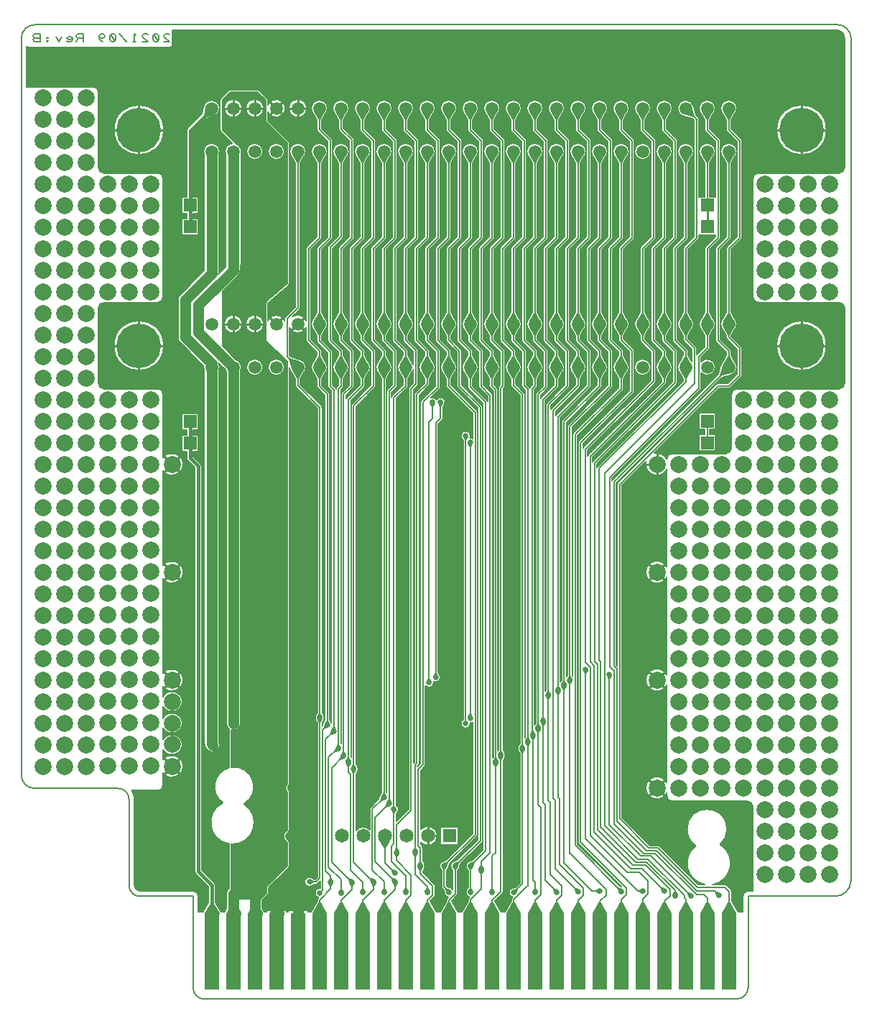
<source format=gbr>
G04 DesignSpark PCB PRO Gerber Version 10.0 Build 5299*
%FSLAX35Y35*%
%MOIN*%
%ADD19R,0.06693X0.35433*%
%ADD22R,0.06000X0.06000*%
%ADD70R,0.06496X0.06496*%
%ADD12C,0.00500*%
%ADD10C,0.00602*%
%ADD13C,0.01000*%
%ADD14C,0.01500*%
%ADD15C,0.02677*%
%ADD17C,0.03200*%
%ADD16C,0.04800*%
%ADD11C,0.05000*%
%ADD20C,0.05906*%
%ADD71C,0.06496*%
%ADD18C,0.07874*%
%ADD21C,0.20669*%
X0Y0D02*
D02*
D10*
X123643Y451900D02*
X126143D01*
X123956Y454088D01*
X123643Y454713D01*
X123956Y455338D01*
X124580Y455650D01*
X125518D01*
X126143Y455338D01*
X120830Y452213D02*
X120206Y451900D01*
X119580D01*
X118956Y452213D01*
X118643Y452838D01*
Y454713D01*
X118956Y455338D01*
X119580Y455650D01*
X120206D01*
X120830Y455338D01*
X121143Y454713D01*
Y452838D01*
X120830Y452213D01*
X118956Y455338D01*
X113643Y451900D02*
X116143D01*
X113956Y454088D01*
X113643Y454713D01*
X113956Y455338D01*
X114580Y455650D01*
X115518D01*
X116143Y455338D01*
X110518Y451900D02*
X109268D01*
X109893D02*
Y455650D01*
X110518Y455026D01*
X106143Y451900D02*
X103018Y455650D01*
X100830Y452213D02*
X100206Y451900D01*
X99580D01*
X98956Y452213D01*
X98643Y452838D01*
Y454713D01*
X98956Y455338D01*
X99580Y455650D01*
X100206D01*
X100830Y455338D01*
X101143Y454713D01*
Y452838D01*
X100830Y452213D01*
X98956Y455338D01*
X95206Y451900D02*
X94580Y452213D01*
X93956Y452838D01*
X93643Y453776D01*
Y454713D01*
X93956Y455338D01*
X94580Y455650D01*
X95206D01*
X95830Y455338D01*
X96143Y454713D01*
X95830Y454088D01*
X95206Y453776D01*
X94580D01*
X93956Y454088D01*
X93643Y454713D01*
X86143Y451900D02*
Y455650D01*
X83956D01*
X83330Y455338D01*
X83018Y454713D01*
X83330Y454088D01*
X83956Y453776D01*
X86143D01*
X83956D02*
X83018Y451900D01*
X78643Y452213D02*
X78956Y451900D01*
X79580D01*
X80206D01*
X80830Y452213D01*
X81143Y452838D01*
Y453776D01*
X80830Y454088D01*
X80206Y454400D01*
X79580D01*
X78956Y454088D01*
X78643Y453776D01*
Y453463D01*
X78956Y453150D01*
X79580Y452838D01*
X80206D01*
X80830Y453150D01*
X81143Y453463D01*
X76143Y454400D02*
X74893Y451900D01*
X73643Y454400D01*
X69580Y451900D02*
X69268Y452213D01*
X69580Y452526D01*
X69893Y452213D01*
X69580Y451900D01*
Y453463D02*
X69268Y453776D01*
X69580Y454088D01*
X69893Y453776D01*
X69580Y453463D01*
X63956Y453776D02*
X63330Y453463D01*
X63018Y452838D01*
X63330Y452213D01*
X63956Y451900D01*
X66143D01*
Y455650D01*
X63956D01*
X63330Y455338D01*
X63018Y454713D01*
X63330Y454088D01*
X63956Y453776D01*
X66143D01*
X182022Y304832D02*
X186459Y303643D01*
G75*
G03*
X183211Y300396I-687J-2561D01*
G01*
X182022Y304832D01*
G36*
X182022Y304832D02*
X186459Y303643D01*
G75*
G03*
X183211Y300396I-687J-2561D01*
G01*
X182022Y304832D01*
G37*
X185772Y295779D02*
X183476Y299756D01*
G75*
G03*
X188069I2296J1326D01*
G01*
X185772Y295779D01*
G36*
X185772Y295779D02*
X183476Y299756D01*
G75*
G03*
X188069I2296J1326D01*
G01*
X185772Y295779D01*
G37*
X185794Y395779D02*
X183498Y399756D01*
G75*
G03*
X188091I2296J1326D01*
G01*
X185794Y395779D01*
G36*
X185794Y395779D02*
X183498Y399756D01*
G75*
G03*
X188091I2296J1326D01*
G01*
X185794Y395779D01*
G37*
Y401082D02*
Y328583D01*
X180772Y323560D01*
Y306083D01*
X185772Y301083D01*
Y301082D01*
X193176Y62493D02*
X191620Y61594D01*
G75*
G03*
Y63391I-519J898D01*
G01*
X193176Y62493D01*
G36*
X193176Y62493D02*
X191620Y61594D01*
G75*
G03*
Y63391I-519J898D01*
G01*
X193176Y62493D01*
G37*
X195772Y295779D02*
X193476Y299756D01*
G75*
G03*
X198069I2296J1326D01*
G01*
X195772Y295779D01*
G36*
X195772Y295779D02*
X193476Y299756D01*
G75*
G03*
X198069I2296J1326D01*
G01*
X195772Y295779D01*
G37*
Y306385D02*
X198069Y302407D01*
G75*
G03*
X193476I-2296J-1326D01*
G01*
X195772Y306385D01*
G36*
X195772Y306385D02*
X198069Y302407D01*
G75*
G03*
X193476I-2296J-1326D01*
G01*
X195772Y306385D01*
G37*
Y315779D02*
X193476Y319756D01*
G75*
G03*
X198069I2296J1326D01*
G01*
X195772Y315779D01*
G36*
X195772Y315779D02*
X193476Y319756D01*
G75*
G03*
X198069I2296J1326D01*
G01*
X195772Y315779D01*
G37*
Y321082D02*
X195844D01*
Y356022D01*
X200772Y360950D01*
Y406201D01*
X195794Y411178D01*
Y421082D01*
X195772Y321082D02*
Y313148D01*
X200772Y308148D01*
Y292333D01*
X202459Y290646D01*
Y132383D01*
X195772Y395779D02*
X193493Y399766D01*
G75*
G03*
X198085Y399746I2302J1316D01*
G01*
X195772Y395779D01*
G36*
X195772Y395779D02*
X193493Y399766D01*
G75*
G03*
X198085Y399746I2302J1316D01*
G01*
X195772Y395779D01*
G37*
X195794Y401082D02*
Y400704D01*
X195772Y400681D01*
Y361083D01*
X190772Y356083D01*
Y313583D01*
X195772Y308583D01*
Y301082D01*
X195794Y415779D02*
X193498Y419756D01*
G75*
G03*
X198091I2296J1326D01*
G01*
X195794Y415779D01*
G36*
X195794Y415779D02*
X193498Y419756D01*
G75*
G03*
X198091I2296J1326D01*
G01*
X195794Y415779D01*
G37*
X195844Y326385D02*
X198086Y322376D01*
G75*
G03*
X193494Y322439I-2314J-1294D01*
G01*
X195844Y326385D01*
G36*
X195844Y326385D02*
X198086Y322376D01*
G75*
G03*
X193494Y322439I-2314J-1294D01*
G01*
X195844Y326385D01*
G37*
X195969Y57376D02*
Y57334D01*
X197342Y58707D01*
Y133007D01*
X199463Y135128D01*
X195969Y136423D02*
X195070Y137980D01*
G75*
G03*
X196867I898J519D01*
G01*
X195969Y136423D01*
G36*
X195969Y136423D02*
X195070Y137980D01*
G75*
G03*
X196867I898J519D01*
G01*
X195969Y136423D01*
G37*
Y138498D02*
Y282333D01*
X185772Y292530D01*
Y301082D01*
X195969Y138498D02*
Y64193D01*
X194269Y62493D01*
X191102D01*
X195969Y140573D02*
X196867Y139017D01*
G75*
G03*
X195070I-898J-519D01*
G01*
X195969Y140573D01*
G36*
X195969Y140573D02*
X196867Y139017D01*
G75*
G03*
X195070I-898J-519D01*
G01*
X195969Y140573D01*
G37*
X195989Y30217D02*
Y54089D01*
X201086Y59186D01*
Y62368D01*
X195989Y53207D02*
X192943Y47933D01*
X199034D01*
X195989Y53207D01*
G36*
X195989Y53207D02*
X192943Y47933D01*
X199034D01*
X195989Y53207D01*
G37*
X197996Y133661D02*
X198461Y135397D01*
G75*
G03*
X199732Y134126I1002J-269D01*
G01*
X197996Y133661D01*
G36*
X197996Y133661D02*
X198461Y135397D01*
G75*
G03*
X199732Y134126I1002J-269D01*
G01*
X197996Y133661D01*
G37*
X199463Y135128D02*
Y288583D01*
X195772Y292274D01*
Y301082D01*
X199463Y137203D02*
X200362Y135647D01*
G75*
G03*
X198565I-898J-519D01*
G01*
X199463Y137203D01*
G36*
X199463Y137203D02*
X200362Y135647D01*
G75*
G03*
X198565I-898J-519D01*
G01*
X199463Y137203D01*
G37*
X200992Y130916D02*
X201457Y132651D01*
G75*
G03*
X202727Y131381I1002J-269D01*
G01*
X200992Y130916D01*
G36*
X200992Y130916D02*
X201457Y132651D01*
G75*
G03*
X202727Y131381I1002J-269D01*
G01*
X200992Y130916D01*
G37*
X201086Y60293D02*
X200187Y61850D01*
G75*
G03*
X201984I898J519D01*
G01*
X201086Y60293D01*
G36*
X201086Y60293D02*
X200187Y61850D01*
G75*
G03*
X201984I898J519D01*
G01*
X201086Y60293D01*
G37*
Y62368D02*
Y65363D01*
X198715Y67735D01*
Y128639D01*
X202459Y132383D01*
X201086Y64443D02*
X201984Y62887D01*
G75*
G03*
X200187I-898J-519D01*
G01*
X201086Y64443D01*
G36*
X201086Y64443D02*
X201984Y62887D01*
G75*
G03*
X200187I-898J-519D01*
G01*
X201086Y64443D01*
G37*
X202459Y134457D02*
X203357Y132901D01*
G75*
G03*
X201560I-898J-519D01*
G01*
X202459Y134457D01*
G36*
X202459Y134457D02*
X203357Y132901D01*
G75*
G03*
X201560I-898J-519D01*
G01*
X202459Y134457D01*
G37*
X202994Y123059D02*
X203769Y124680D01*
G75*
G03*
X204785Y123197I936J-448D01*
G01*
X202994Y123059D01*
G36*
X202994Y123059D02*
X203769Y124680D01*
G75*
G03*
X204785Y123197I936J-448D01*
G01*
X202994Y123059D01*
G37*
X204705Y124231D02*
X204167D01*
X200087Y120152D01*
Y69357D01*
X205989Y63456D01*
Y57251D01*
X204705Y124231D02*
Y291083D01*
X205772Y292150D01*
Y301082D01*
X204705Y126306D02*
X205604Y124750D01*
G75*
G03*
X203807I-898J-519D01*
G01*
X204705Y126306D01*
G36*
X204705Y126306D02*
X205604Y124750D01*
G75*
G03*
X203807I-898J-519D01*
G01*
X204705Y126306D01*
G37*
X205609Y119434D02*
X206074Y121169D01*
G75*
G03*
X207345Y119899I1002J-269D01*
G01*
X205609Y119434D01*
G36*
X205609Y119434D02*
X206074Y121169D01*
G75*
G03*
X207345Y119899I1002J-269D01*
G01*
X205609Y119434D01*
G37*
X205772Y295779D02*
X203476Y299756D01*
G75*
G03*
X208069I2296J1326D01*
G01*
X205772Y295779D01*
G36*
X205772Y295779D02*
X203476Y299756D01*
G75*
G03*
X208069I2296J1326D01*
G01*
X205772Y295779D01*
G37*
Y301082D02*
Y308519D01*
X200772Y313519D01*
Y356506D01*
X205772Y361506D01*
Y400681D01*
X205794Y400704D01*
Y401082D01*
X205772Y306385D02*
X208069Y302407D01*
G75*
G03*
X203476I-2296J-1326D01*
G01*
X205772Y306385D01*
G36*
X205772Y306385D02*
X208069Y302407D01*
G75*
G03*
X203476I-2296J-1326D01*
G01*
X205772Y306385D01*
G37*
Y315779D02*
X203476Y319756D01*
G75*
G03*
X208069I2296J1326D01*
G01*
X205772Y315779D01*
G36*
X205772Y315779D02*
X203476Y319756D01*
G75*
G03*
X208069I2296J1326D01*
G01*
X205772Y315779D01*
G37*
Y326385D02*
X208069Y322407D01*
G75*
G03*
X203476I-2296J-1326D01*
G01*
X205772Y326385D01*
G36*
X205772Y326385D02*
X208069Y322407D01*
G75*
G03*
X203476I-2296J-1326D01*
G01*
X205772Y326385D01*
G37*
Y395779D02*
X203493Y399766D01*
G75*
G03*
X208085Y399746I2302J1316D01*
G01*
X205772Y395779D01*
G36*
X205772Y395779D02*
X203493Y399766D01*
G75*
G03*
X208085Y399746I2302J1316D01*
G01*
X205772Y395779D01*
G37*
X205794Y415779D02*
X203498Y419756D01*
G75*
G03*
X208091I2296J1326D01*
G01*
X205794Y415779D01*
G36*
X205794Y415779D02*
X203498Y419756D01*
G75*
G03*
X208091I2296J1326D01*
G01*
X205794Y415779D01*
G37*
Y421082D02*
Y411428D01*
X210772Y406450D01*
Y361083D01*
X205772Y356083D01*
Y321082D01*
X205989Y53207D02*
X202943Y47933D01*
X209034D01*
X205989Y53207D01*
G36*
X205989Y53207D02*
X202943Y47933D01*
X209034D01*
X205989Y53207D01*
G37*
Y59326D02*
X206887Y57770D01*
G75*
G03*
X205090I-898J-519D01*
G01*
X205989Y59326D01*
G36*
X205989Y59326D02*
X206887Y57770D01*
G75*
G03*
X205090I-898J-519D01*
G01*
X205989Y59326D01*
G37*
X207076Y120901D02*
Y288583D01*
X210772Y292278D01*
Y308583D01*
X205772Y313583D01*
Y321082D01*
X207076Y122976D02*
X207975Y121419D01*
G75*
G03*
X206178I-898J-519D01*
G01*
X207076Y122976D01*
G36*
X207076Y122976D02*
X207975Y121419D01*
G75*
G03*
X206178I-898J-519D01*
G01*
X207076Y122976D01*
G37*
X209323Y115857D02*
X208424Y117414D01*
G75*
G03*
X210221I898J519D01*
G01*
X209323Y115857D01*
G36*
X209323Y115857D02*
X208424Y117414D01*
G75*
G03*
X210221I898J519D01*
G01*
X209323Y115857D01*
G37*
Y117932D02*
Y286083D01*
X215772Y292532D01*
Y301082D01*
X209323Y120007D02*
X210221Y118451D01*
G75*
G03*
X208424I-898J-519D01*
G01*
X209323Y120007D01*
G36*
X209323Y120007D02*
X210221Y118451D01*
G75*
G03*
X208424I-898J-519D01*
G01*
X209323Y120007D01*
G37*
X209478Y63835D02*
X211214Y63370D01*
G75*
G03*
X209943Y62100I-269J-1002D01*
G01*
X209478Y63835D01*
G36*
X209478Y63835D02*
X211214Y63370D01*
G75*
G03*
X209943Y62100I-269J-1002D01*
G01*
X209478Y63835D01*
G37*
X210945Y60293D02*
X210047Y61850D01*
G75*
G03*
X211844I898J519D01*
G01*
X210945Y60293D01*
G36*
X210945Y60293D02*
X210047Y61850D01*
G75*
G03*
X211844I898J519D01*
G01*
X210945Y60293D01*
G37*
Y62368D02*
X201585Y71728D01*
Y115409D01*
X207076Y120901D01*
X210945Y62368D02*
Y58956D01*
X205989Y54000D01*
Y30217D01*
X211694Y112708D02*
X210796Y114264D01*
G75*
G03*
X212593I898J519D01*
G01*
X211694Y112708D01*
G36*
X211694Y112708D02*
X210796Y114264D01*
G75*
G03*
X212593I898J519D01*
G01*
X211694Y112708D01*
G37*
Y114783D02*
Y71728D01*
X221054Y62368D01*
Y62493D01*
X211694Y116857D02*
X212593Y115301D01*
G75*
G03*
X210796I-898J-519D01*
G01*
X211694Y116857D01*
G36*
X211694Y116857D02*
X212593Y115301D01*
G75*
G03*
X210796I-898J-519D01*
G01*
X211694Y116857D01*
G37*
X215772Y295779D02*
X213476Y299756D01*
G75*
G03*
X218069I2296J1326D01*
G01*
X215772Y295779D01*
G36*
X215772Y295779D02*
X213476Y299756D01*
G75*
G03*
X218069I2296J1326D01*
G01*
X215772Y295779D01*
G37*
Y306385D02*
X218069Y302407D01*
G75*
G03*
X213476I-2296J-1326D01*
G01*
X215772Y306385D01*
G36*
X215772Y306385D02*
X218069Y302407D01*
G75*
G03*
X213476I-2296J-1326D01*
G01*
X215772Y306385D01*
G37*
Y315779D02*
X213476Y319756D01*
G75*
G03*
X218069I2296J1326D01*
G01*
X215772Y315779D01*
G36*
X215772Y315779D02*
X213476Y319756D01*
G75*
G03*
X218069I2296J1326D01*
G01*
X215772Y315779D01*
G37*
Y321082D02*
Y313583D01*
X220805Y308550D01*
Y292333D01*
X211694Y283222D01*
Y114783D01*
X215772Y326385D02*
X218069Y322407D01*
G75*
G03*
X213476I-2296J-1326D01*
G01*
X215772Y326385D01*
G36*
X215772Y326385D02*
X218069Y322407D01*
G75*
G03*
X213476I-2296J-1326D01*
G01*
X215772Y326385D01*
G37*
X215794Y395779D02*
X213498Y399756D01*
G75*
G03*
X218091I2296J1326D01*
G01*
X215794Y395779D01*
G36*
X215794Y395779D02*
X213498Y399756D01*
G75*
G03*
X218091I2296J1326D01*
G01*
X215794Y395779D01*
G37*
Y401082D02*
Y361083D01*
X210772Y356060D01*
Y313583D01*
X215772Y308583D01*
Y301082D01*
X215794Y415779D02*
X213498Y419756D01*
G75*
G03*
X218091I2296J1326D01*
G01*
X215794Y415779D01*
G36*
X215794Y415779D02*
X213498Y419756D01*
G75*
G03*
X218091I2296J1326D01*
G01*
X215794Y415779D01*
G37*
Y421082D02*
Y411060D01*
X220772Y406083D01*
Y361083D01*
X215772Y356083D01*
Y321082D01*
X215989Y30217D02*
Y53839D01*
X221054Y58905D01*
Y62493D01*
X215989Y53207D02*
X212943Y47933D01*
X219034D01*
X215989Y53207D01*
G36*
X215989Y53207D02*
X212943Y47933D01*
X219034D01*
X215989Y53207D01*
G37*
Y57501D02*
Y62442D01*
X210321Y68109D01*
Y112414D01*
X209323Y113413D01*
Y117932D01*
X215989Y59576D02*
X216887Y58019D01*
G75*
G03*
X215090I-898J-519D01*
G01*
X215989Y59576D01*
G36*
X215989Y59576D02*
X216887Y58019D01*
G75*
G03*
X215090I-898J-519D01*
G01*
X215989Y59576D01*
G37*
X219526Y63896D02*
X221280Y63506D01*
G75*
G03*
X220065Y62182I-226J-1013D01*
G01*
X219526Y63896D01*
G36*
X219526Y63896D02*
X221280Y63506D01*
G75*
G03*
X220065Y62182I-226J-1013D01*
G01*
X219526Y63896D01*
G37*
X221054Y60418D02*
X220156Y61974D01*
G75*
G03*
X221953I898J519D01*
G01*
X221054Y60418D01*
G36*
X221054Y60418D02*
X220156Y61974D01*
G75*
G03*
X221953I898J519D01*
G01*
X221054Y60418D01*
G37*
X224305Y100214D02*
X224770Y101950D01*
G75*
G03*
X226041Y100679I1002J-269D01*
G01*
X224305Y100214D01*
G36*
X224305Y100214D02*
X224770Y101950D01*
G75*
G03*
X226041Y100679I1002J-269D01*
G01*
X224305Y100214D01*
G37*
X225772Y101681D02*
X220306Y96215D01*
Y68109D01*
X225955Y62459D01*
Y57501D01*
X225772Y103756D02*
X226670Y102200D01*
G75*
G03*
X224874I-898J-519D01*
G01*
X225772Y103756D01*
G36*
X225772Y103756D02*
X226670Y102200D01*
G75*
G03*
X224874I-898J-519D01*
G01*
X225772Y103756D01*
G37*
Y295779D02*
X223476Y299756D01*
G75*
G03*
X228069I2296J1326D01*
G01*
X225772Y295779D01*
G36*
X225772Y295779D02*
X223476Y299756D01*
G75*
G03*
X228069I2296J1326D01*
G01*
X225772Y295779D01*
G37*
Y301082D02*
Y101681D01*
Y301082D02*
Y308583D01*
X220772Y313583D01*
Y356083D01*
X225772Y361083D01*
Y401059D01*
X225794Y401082D01*
X225772Y306385D02*
X228069Y302407D01*
G75*
G03*
X223476I-2296J-1326D01*
G01*
X225772Y306385D01*
G36*
X225772Y306385D02*
X228069Y302407D01*
G75*
G03*
X223476I-2296J-1326D01*
G01*
X225772Y306385D01*
G37*
Y315779D02*
X223476Y319756D01*
G75*
G03*
X228069I2296J1326D01*
G01*
X225772Y315779D01*
G36*
X225772Y315779D02*
X223476Y319756D01*
G75*
G03*
X228069I2296J1326D01*
G01*
X225772Y315779D01*
G37*
Y321082D02*
Y355935D01*
X230772Y360935D01*
Y406083D01*
X225772Y411083D01*
Y421059D01*
X225794Y421082D01*
X225772Y326385D02*
X228069Y322407D01*
G75*
G03*
X223476I-2296J-1326D01*
G01*
X225772Y326385D01*
G36*
X225772Y326385D02*
X228069Y322407D01*
G75*
G03*
X223476I-2296J-1326D01*
G01*
X225772Y326385D01*
G37*
Y395779D02*
X223493Y399766D01*
G75*
G03*
X228085Y399746I2302J1316D01*
G01*
X225772Y395779D01*
G36*
X225772Y395779D02*
X223493Y399766D01*
G75*
G03*
X228085Y399746I2302J1316D01*
G01*
X225772Y395779D01*
G37*
Y415779D02*
X223493Y419766D01*
G75*
G03*
X228085Y419746I2302J1316D01*
G01*
X225772Y415779D01*
G36*
X225772Y415779D02*
X223493Y419766D01*
G75*
G03*
X228085Y419746I2302J1316D01*
G01*
X225772Y415779D01*
G37*
X225955Y59576D02*
X226854Y58019D01*
G75*
G03*
X225057I-898J-519D01*
G01*
X225955Y59576D01*
G36*
X225955Y59576D02*
X226854Y58019D01*
G75*
G03*
X225057I-898J-519D01*
G01*
X225955Y59576D01*
G37*
X225989Y53207D02*
X222943Y47933D01*
X229034D01*
X225989Y53207D01*
G36*
X225989Y53207D02*
X222943Y47933D01*
X229034D01*
X225989Y53207D01*
G37*
X226124Y77941D02*
X223572Y82361D01*
G75*
G03*
X228676I2552J1473D01*
G01*
X226124Y77941D01*
G36*
X226124Y77941D02*
X223572Y82361D01*
G75*
G03*
X228676I2552J1473D01*
G01*
X226124Y77941D01*
G37*
Y83834D02*
Y71401D01*
X231039Y66487D01*
X226701Y97344D02*
X227166Y99079D01*
G75*
G03*
X228437Y97809I1002J-269D01*
G01*
X226701Y97344D01*
G36*
X226701Y97344D02*
X227166Y99079D01*
G75*
G03*
X228437Y97809I1002J-269D01*
G01*
X226701Y97344D01*
G37*
X228168Y98811D02*
Y289833D01*
X230789Y292454D01*
Y308583D01*
X225772Y313600D01*
Y321082D01*
X228168Y100885D02*
X229067Y99329D01*
G75*
G03*
X227270I-898J-519D01*
G01*
X228168Y100885D01*
G36*
X228168Y100885D02*
X229067Y99329D01*
G75*
G03*
X227270I-898J-519D01*
G01*
X228168Y100885D01*
G37*
X229572Y63960D02*
X231307Y63495D01*
G75*
G03*
X230037Y62224I-269J-1002D01*
G01*
X229572Y63960D01*
G36*
X229572Y63960D02*
X231307Y63495D01*
G75*
G03*
X230037Y62224I-269J-1002D01*
G01*
X229572Y63960D01*
G37*
Y67954D02*
X231307Y67489D01*
G75*
G03*
X230037Y66218I-269J-1002D01*
G01*
X229572Y67954D01*
G36*
X229572Y67954D02*
X231307Y67489D01*
G75*
G03*
X230037Y66218I-269J-1002D01*
G01*
X229572Y67954D01*
G37*
X230415Y94115D02*
X229516Y95671D01*
G75*
G03*
X231313I898J519D01*
G01*
X230415Y94115D01*
G36*
X230415Y94115D02*
X229516Y95671D01*
G75*
G03*
X231313I898J519D01*
G01*
X230415Y94115D01*
G37*
Y96190D02*
Y80215D01*
X229291Y79092D01*
Y71853D01*
X235989Y65156D01*
Y57626D01*
X231039Y60418D02*
X230140Y61974D01*
G75*
G03*
X231937I898J519D01*
G01*
X231039Y60418D01*
G36*
X231039Y60418D02*
X230140Y61974D01*
G75*
G03*
X231937I898J519D01*
G01*
X231039Y60418D01*
G37*
Y62493D02*
X221554Y71978D01*
Y92196D01*
X228168Y98811D01*
X231039Y62493D02*
Y58831D01*
X225989Y53781D01*
Y30217D01*
X231663Y74022D02*
X230764Y75578D01*
G75*
G03*
X232561I898J519D01*
G01*
X231663Y74022D01*
G36*
X231663Y74022D02*
X230764Y75578D01*
G75*
G03*
X232561I898J519D01*
G01*
X231663Y74022D01*
G37*
Y78171D02*
X232561Y76615D01*
G75*
G03*
X230764I-898J-519D01*
G01*
X231663Y78171D01*
G36*
X231663Y78171D02*
X232561Y76615D01*
G75*
G03*
X230764I-898J-519D01*
G01*
X231663Y78171D01*
G37*
X235772Y295779D02*
X233476Y299756D01*
G75*
G03*
X238069I2296J1326D01*
G01*
X235772Y295779D01*
G36*
X235772Y295779D02*
X233476Y299756D01*
G75*
G03*
X238069I2296J1326D01*
G01*
X235772Y295779D01*
G37*
Y301082D02*
Y292333D01*
X230415Y286975D01*
Y96190D01*
X235772Y306385D02*
X238069Y302407D01*
G75*
G03*
X233476I-2296J-1326D01*
G01*
X235772Y306385D01*
G36*
X235772Y306385D02*
X238069Y302407D01*
G75*
G03*
X233476I-2296J-1326D01*
G01*
X235772Y306385D01*
G37*
Y315779D02*
X233476Y319756D01*
G75*
G03*
X238069I2296J1326D01*
G01*
X235772Y315779D01*
G36*
X235772Y315779D02*
X233476Y319756D01*
G75*
G03*
X238069I2296J1326D01*
G01*
X235772Y315779D01*
G37*
Y321082D02*
Y313583D01*
X240524Y308831D01*
Y293212D01*
X238341Y291029D01*
Y95712D01*
X231663Y89034D01*
Y76096D01*
X235772Y326385D02*
X238069Y322407D01*
G75*
G03*
X233476I-2296J-1326D01*
G01*
X235772Y326385D01*
G36*
X235772Y326385D02*
X238069Y322407D01*
G75*
G03*
X233476I-2296J-1326D01*
G01*
X235772Y326385D01*
G37*
X235794Y395779D02*
X233498Y399756D01*
G75*
G03*
X238091I2296J1326D01*
G01*
X235794Y395779D01*
G36*
X235794Y395779D02*
X233498Y399756D01*
G75*
G03*
X238091I2296J1326D01*
G01*
X235794Y395779D01*
G37*
Y401082D02*
Y361105D01*
X230772Y356083D01*
Y313583D01*
X235772Y308583D01*
Y301082D01*
X235794Y415779D02*
X233498Y419756D01*
G75*
G03*
X238091I2296J1326D01*
G01*
X235794Y415779D01*
G36*
X235794Y415779D02*
X233498Y419756D01*
G75*
G03*
X238091I2296J1326D01*
G01*
X235794Y415779D01*
G37*
Y421082D02*
Y411060D01*
X240772Y406083D01*
Y361083D01*
X235772Y356083D01*
Y321082D01*
X235989Y30217D02*
Y53839D01*
X238402Y56253D01*
Y65738D01*
X231663Y72477D01*
Y76096D01*
X235989Y53207D02*
X232943Y47933D01*
X239034D01*
X235989Y53207D01*
G36*
X235989Y53207D02*
X232943Y47933D01*
X239034D01*
X235989Y53207D01*
G37*
Y59700D02*
X236887Y58144D01*
G75*
G03*
X235090I-898J-519D01*
G01*
X235989Y59700D01*
G36*
X235989Y59700D02*
X236887Y58144D01*
G75*
G03*
X235090I-898J-519D01*
G01*
X235989Y59700D01*
G37*
X240274Y74146D02*
X239376Y75703D01*
G75*
G03*
X241172I898J519D01*
G01*
X240274Y74146D01*
G36*
X240274Y74146D02*
X239376Y75703D01*
G75*
G03*
X241172I898J519D01*
G01*
X240274Y74146D01*
G37*
Y76221D02*
Y116719D01*
X241087Y117531D01*
Y288583D01*
X245772Y293268D01*
Y301082D01*
X240274Y78296D02*
X241172Y76740D01*
G75*
G03*
X239376I-898J-519D01*
G01*
X240274Y78296D01*
G36*
X240274Y78296D02*
X241172Y76740D01*
G75*
G03*
X239376I-898J-519D01*
G01*
X240274Y78296D01*
G37*
X242645Y67657D02*
X241747Y69213D01*
G75*
G03*
X243544I898J519D01*
G01*
X242645Y67657D01*
G36*
X242645Y67657D02*
X241747Y69213D01*
G75*
G03*
X243544I898J519D01*
G01*
X242645Y67657D01*
G37*
Y69731D02*
Y78343D01*
X241647Y79341D01*
Y114536D01*
X243893Y116782D01*
Y284833D01*
X250772Y291711D01*
Y308583D01*
X245772Y313583D01*
Y321082D01*
X242645Y71806D02*
X243544Y70250D01*
G75*
G03*
X241747I-898J-519D01*
G01*
X242645Y71806D01*
G36*
X242645Y71806D02*
X243544Y70250D01*
G75*
G03*
X241747I-898J-519D01*
G01*
X242645Y71806D01*
G37*
X245772Y295779D02*
X243476Y299756D01*
G75*
G03*
X248069I2296J1326D01*
G01*
X245772Y295779D01*
G36*
X245772Y295779D02*
X243476Y299756D01*
G75*
G03*
X248069I2296J1326D01*
G01*
X245772Y295779D01*
G37*
Y306385D02*
X248069Y302407D01*
G75*
G03*
X243476I-2296J-1326D01*
G01*
X245772Y306385D01*
G36*
X245772Y306385D02*
X248069Y302407D01*
G75*
G03*
X243476I-2296J-1326D01*
G01*
X245772Y306385D01*
G37*
Y315779D02*
X243476Y319756D01*
G75*
G03*
X248069I2296J1326D01*
G01*
X245772Y315779D01*
G36*
X245772Y315779D02*
X243476Y319756D01*
G75*
G03*
X248069I2296J1326D01*
G01*
X245772Y315779D01*
G37*
Y326385D02*
X248069Y322407D01*
G75*
G03*
X243476I-2296J-1326D01*
G01*
X245772Y326385D01*
G36*
X245772Y326385D02*
X248069Y322407D01*
G75*
G03*
X243476I-2296J-1326D01*
G01*
X245772Y326385D01*
G37*
X245794Y395779D02*
X243498Y399756D01*
G75*
G03*
X248091I2296J1326D01*
G01*
X245794Y395779D01*
G36*
X245794Y395779D02*
X243498Y399756D01*
G75*
G03*
X248091I2296J1326D01*
G01*
X245794Y395779D01*
G37*
Y401082D02*
Y361105D01*
X240772Y356083D01*
Y313583D01*
X245772Y308583D01*
Y301082D01*
X245794Y415779D02*
X243498Y419756D01*
G75*
G03*
X248091I2296J1326D01*
G01*
X245794Y415779D01*
G36*
X245794Y415779D02*
X243498Y419756D01*
G75*
G03*
X248091I2296J1326D01*
G01*
X245794Y415779D01*
G37*
Y421082D02*
Y411060D01*
X250772Y406083D01*
Y361083D01*
X245772Y356083D01*
Y321082D01*
X245989Y30217D02*
Y53964D01*
X248386Y56362D01*
Y60621D01*
X242645Y66362D01*
Y69731D01*
X245989Y53207D02*
X242943Y47933D01*
X249034D01*
X245989Y53207D01*
G36*
X245989Y53207D02*
X242943Y47933D01*
X249034D01*
X245989Y53207D01*
G37*
Y57626D02*
Y60122D01*
X240274Y65836D01*
Y76221D01*
X245989Y59700D02*
X246887Y58144D01*
G75*
G03*
X245090I-898J-519D01*
G01*
X245989Y59700D01*
G36*
X245989Y59700D02*
X246887Y58144D01*
G75*
G03*
X245090I-898J-519D01*
G01*
X245989Y59700D01*
G37*
X246697Y154833D02*
Y275758D01*
X248272Y277333D01*
Y284833D01*
X246697Y156907D02*
X247596Y155351D01*
G75*
G03*
X245799I-898J-519D01*
G01*
X246697Y156907D01*
G36*
X246697Y156907D02*
X247596Y155351D01*
G75*
G03*
X245799I-898J-519D01*
G01*
X246697Y156907D01*
G37*
X248272Y282758D02*
X247374Y284314D01*
G75*
G03*
X249170I898J519D01*
G01*
X248272Y282758D01*
G36*
X248272Y282758D02*
X247374Y284314D01*
G75*
G03*
X249170I898J519D01*
G01*
X248272Y282758D01*
G37*
X249847Y157333D02*
Y275157D01*
X252022Y277333D01*
Y284833D01*
X249847Y159407D02*
X250745Y157851D01*
G75*
G03*
X248948I-898J-519D01*
G01*
X249847Y159407D01*
G36*
X249847Y159407D02*
X250745Y157851D01*
G75*
G03*
X248948I-898J-519D01*
G01*
X249847Y159407D01*
G37*
X252022Y282758D02*
X251124Y284314D01*
G75*
G03*
X252920I898J519D01*
G01*
X252022Y282758D01*
G36*
X252022Y282758D02*
X251124Y284314D01*
G75*
G03*
X252920I898J519D01*
G01*
X252022Y282758D01*
G37*
X253753Y67906D02*
X252854Y69463D01*
G75*
G03*
X254651I898J519D01*
G01*
X253753Y67906D01*
G36*
X253753Y67906D02*
X252854Y69463D01*
G75*
G03*
X254651I898J519D01*
G01*
X253753Y67906D01*
G37*
X254727Y59148D02*
X256386Y58459D01*
G75*
G03*
X254960Y57366I-398J-958D01*
G01*
X254727Y59148D01*
G36*
X254727Y59148D02*
X256386Y58459D01*
G75*
G03*
X254960Y57366I-398J-958D01*
G01*
X254727Y59148D01*
G37*
X255220Y71448D02*
X254755Y69713D01*
G75*
G03*
X253484Y70983I-1002J269D01*
G01*
X255220Y71448D01*
G36*
X255220Y71448D02*
X254755Y69713D01*
G75*
G03*
X253484Y70983I-1002J269D01*
G01*
X255220Y71448D01*
G37*
X255772Y295779D02*
X253476Y299756D01*
G75*
G03*
X258069I2296J1326D01*
G01*
X255772Y295779D01*
G36*
X255772Y295779D02*
X253476Y299756D01*
G75*
G03*
X258069I2296J1326D01*
G01*
X255772Y295779D01*
G37*
Y301082D02*
Y292333D01*
X268105Y280000D01*
Y84333D01*
X253753Y69981D01*
X255772Y306385D02*
X258069Y302407D01*
G75*
G03*
X253476I-2296J-1326D01*
G01*
X255772Y306385D01*
G36*
X255772Y306385D02*
X258069Y302407D01*
G75*
G03*
X253476I-2296J-1326D01*
G01*
X255772Y306385D01*
G37*
Y315779D02*
X253476Y319756D01*
G75*
G03*
X258069I2296J1326D01*
G01*
X255772Y315779D01*
G36*
X255772Y315779D02*
X253476Y319756D01*
G75*
G03*
X258069I2296J1326D01*
G01*
X255772Y315779D01*
G37*
Y321082D02*
Y313583D01*
X260742Y308613D01*
Y292333D01*
X270476Y282598D01*
Y81588D01*
X258870Y69981D01*
X255772Y326385D02*
X258069Y322407D01*
G75*
G03*
X253476I-2296J-1326D01*
G01*
X255772Y326385D01*
G36*
X255772Y326385D02*
X258069Y322407D01*
G75*
G03*
X253476I-2296J-1326D01*
G01*
X255772Y326385D01*
G37*
X255794Y395779D02*
X253498Y399756D01*
G75*
G03*
X258091I2296J1326D01*
G01*
X255794Y395779D01*
G36*
X255794Y395779D02*
X253498Y399756D01*
G75*
G03*
X258091I2296J1326D01*
G01*
X255794Y395779D01*
G37*
Y401082D02*
Y361105D01*
X250772Y356083D01*
Y313583D01*
X255772Y308583D01*
Y301082D01*
X255794Y415779D02*
X253498Y419756D01*
G75*
G03*
X258091I2296J1326D01*
G01*
X255794Y415779D01*
G36*
X255794Y415779D02*
X253498Y419756D01*
G75*
G03*
X258091I2296J1326D01*
G01*
X255794Y415779D01*
G37*
Y421082D02*
Y411060D01*
X260772Y406083D01*
Y361083D01*
X255772Y356083D01*
Y321082D01*
X255989Y30217D02*
Y54089D01*
X258870Y56970D01*
Y69981D01*
X255989Y53207D02*
X252943Y47933D01*
X259034D01*
X255989Y53207D01*
G36*
X255989Y53207D02*
X252943Y47933D01*
X259034D01*
X255989Y53207D01*
G37*
Y57501D02*
Y57886D01*
X253753Y60122D01*
Y69981D01*
X258870Y67906D02*
X257971Y69463D01*
G75*
G03*
X259768I898J519D01*
G01*
X258870Y67906D01*
G36*
X258870Y67906D02*
X257971Y69463D01*
G75*
G03*
X259768I898J519D01*
G01*
X258870Y67906D01*
G37*
X260337Y71448D02*
X259872Y69713D01*
G75*
G03*
X258601Y70983I-1002J269D01*
G01*
X260337Y71448D01*
G36*
X260337Y71448D02*
X259872Y69713D01*
G75*
G03*
X258601Y70983I-1002J269D01*
G01*
X260337Y71448D01*
G37*
X263612Y135877D02*
Y269167D01*
X263737Y269292D01*
X263612Y267221D02*
X262809Y268828D01*
G75*
G03*
X264603Y268720I928J464D01*
G01*
X263612Y267221D01*
G36*
X263612Y267221D02*
X262809Y268828D01*
G75*
G03*
X264603Y268720I928J464D01*
G01*
X263612Y267221D01*
G37*
X265772Y295779D02*
X263476Y299756D01*
G75*
G03*
X268069I2296J1326D01*
G01*
X265772Y295779D01*
G36*
X265772Y295779D02*
X263476Y299756D01*
G75*
G03*
X268069I2296J1326D01*
G01*
X265772Y295779D01*
G37*
Y306385D02*
X268069Y302407D01*
G75*
G03*
X263476I-2296J-1326D01*
G01*
X265772Y306385D01*
G36*
X265772Y306385D02*
X268069Y302407D01*
G75*
G03*
X263476I-2296J-1326D01*
G01*
X265772Y306385D01*
G37*
Y315779D02*
X263476Y319756D01*
G75*
G03*
X268069I2296J1326D01*
G01*
X265772Y315779D01*
G36*
X265772Y315779D02*
X263476Y319756D01*
G75*
G03*
X268069I2296J1326D01*
G01*
X265772Y315779D01*
G37*
Y321082D02*
Y313583D01*
X270772Y308583D01*
Y292333D01*
X275094Y288011D01*
Y76096D01*
X270976Y71978D01*
Y68109D01*
X265772Y326385D02*
X268069Y322407D01*
G75*
G03*
X263476I-2296J-1326D01*
G01*
X265772Y326385D01*
G36*
X265772Y326385D02*
X268069Y322407D01*
G75*
G03*
X263476I-2296J-1326D01*
G01*
X265772Y326385D01*
G37*
X265794Y395779D02*
X263498Y399756D01*
G75*
G03*
X268091I2296J1326D01*
G01*
X265794Y395779D01*
G36*
X265794Y395779D02*
X263498Y399756D01*
G75*
G03*
X268091I2296J1326D01*
G01*
X265794Y395779D01*
G37*
Y401082D02*
Y361105D01*
X260772Y356083D01*
Y313583D01*
X265772Y308583D01*
Y301082D01*
X265794Y415779D02*
X263498Y419756D01*
G75*
G03*
X268091I2296J1326D01*
G01*
X265794Y415779D01*
G36*
X265794Y415779D02*
X263498Y419756D01*
G75*
G03*
X268091I2296J1326D01*
G01*
X265794Y415779D01*
G37*
Y421082D02*
Y411060D01*
X270772Y406083D01*
Y361083D01*
X265772Y356083D01*
Y321082D01*
X265859Y138373D02*
Y266172D01*
Y140448D02*
X266757Y138892D01*
G75*
G03*
X264960I-898J-519D01*
G01*
X265859Y140448D01*
G36*
X265859Y140448D02*
X266757Y138892D01*
G75*
G03*
X264960I-898J-519D01*
G01*
X265859Y140448D01*
G37*
Y264097D02*
X264960Y265653D01*
G75*
G03*
X266757I898J519D01*
G01*
X265859Y264097D01*
G36*
X265859Y264097D02*
X264960Y265653D01*
G75*
G03*
X266757I898J519D01*
G01*
X265859Y264097D01*
G37*
X265989Y30217D02*
Y54214D01*
X270976Y59201D01*
Y68109D01*
X265989Y53207D02*
X262943Y47933D01*
X269034D01*
X265989Y53207D01*
G36*
X265989Y53207D02*
X262943Y47933D01*
X269034D01*
X265989Y53207D01*
G37*
Y57501D02*
Y69981D01*
Y59576D02*
X266887Y58019D01*
G75*
G03*
X265090I-898J-519D01*
G01*
X265989Y59576D01*
G36*
X265989Y59576D02*
X266887Y58019D01*
G75*
G03*
X265090I-898J-519D01*
G01*
X265989Y59576D01*
G37*
Y67906D02*
X265090Y69463D01*
G75*
G03*
X266887I898J519D01*
G01*
X265989Y67906D01*
G36*
X265989Y67906D02*
X265090Y69463D01*
G75*
G03*
X266887I898J519D01*
G01*
X265989Y67906D01*
G37*
Y69981D02*
Y69986D01*
X272848Y76845D01*
Y284833D01*
X265772Y291908D01*
Y301082D01*
X267453Y71451D02*
X266991Y69714D01*
G75*
G03*
X265718Y70983I-1003J267D01*
G01*
X267453Y71451D01*
G36*
X267453Y71451D02*
X266991Y69714D01*
G75*
G03*
X265718Y70983I-1003J267D01*
G01*
X267453Y71451D01*
G37*
X270976Y66034D02*
X270077Y67591D01*
G75*
G03*
X271874I898J519D01*
G01*
X270976Y66034D01*
G36*
X270976Y66034D02*
X270077Y67591D01*
G75*
G03*
X271874I898J519D01*
G01*
X270976Y66034D01*
G37*
Y70184D02*
X271874Y68628D01*
G75*
G03*
X270077I-898J-519D01*
G01*
X270976Y70184D01*
G36*
X270976Y70184D02*
X271874Y68628D01*
G75*
G03*
X270077I-898J-519D01*
G01*
X270976Y70184D01*
G37*
X275772Y295779D02*
X273476Y299756D01*
G75*
G03*
X278069I2296J1326D01*
G01*
X275772Y295779D01*
G36*
X275772Y295779D02*
X273476Y299756D01*
G75*
G03*
X278069I2296J1326D01*
G01*
X275772Y295779D01*
G37*
Y301082D02*
Y292333D01*
X277590Y290515D01*
Y117932D01*
X275772Y306385D02*
X278069Y302407D01*
G75*
G03*
X273476I-2296J-1326D01*
G01*
X275772Y306385D01*
G36*
X275772Y306385D02*
X278069Y302407D01*
G75*
G03*
X273476I-2296J-1326D01*
G01*
X275772Y306385D01*
G37*
Y315779D02*
X273476Y319756D01*
G75*
G03*
X278069I2296J1326D01*
G01*
X275772Y315779D01*
G36*
X275772Y315779D02*
X273476Y319756D01*
G75*
G03*
X278069I2296J1326D01*
G01*
X275772Y315779D01*
G37*
Y326385D02*
X278069Y322407D01*
G75*
G03*
X273476I-2296J-1326D01*
G01*
X275772Y326385D01*
G36*
X275772Y326385D02*
X278069Y322407D01*
G75*
G03*
X273476I-2296J-1326D01*
G01*
X275772Y326385D01*
G37*
X275794Y395779D02*
X273498Y399756D01*
G75*
G03*
X278091I2296J1326D01*
G01*
X275794Y395779D01*
G36*
X275794Y395779D02*
X273498Y399756D01*
G75*
G03*
X278091I2296J1326D01*
G01*
X275794Y395779D01*
G37*
Y401082D02*
Y361105D01*
X270772Y356083D01*
Y313583D01*
X275772Y308583D01*
Y301082D01*
X275794Y415779D02*
X273498Y419756D01*
G75*
G03*
X278091I2296J1326D01*
G01*
X275794Y415779D01*
G36*
X275794Y415779D02*
X273498Y419756D01*
G75*
G03*
X278091I2296J1326D01*
G01*
X275794Y415779D01*
G37*
Y421082D02*
Y411060D01*
X280772Y406083D01*
Y361083D01*
X275772Y356083D01*
Y321082D01*
X275989Y30217D02*
Y54089D01*
X279961Y58062D01*
Y121150D01*
X275989Y53207D02*
X272943Y47933D01*
X279034D01*
X275989Y53207D01*
G36*
X275989Y53207D02*
X272943Y47933D01*
X279034D01*
X275989Y53207D01*
G37*
Y57501D02*
Y74474D01*
X277590Y76076D01*
Y117932D01*
X275989Y59576D02*
X276887Y58019D01*
G75*
G03*
X275090I-898J-519D01*
G01*
X275989Y59576D01*
G36*
X275989Y59576D02*
X276887Y58019D01*
G75*
G03*
X275090I-898J-519D01*
G01*
X275989Y59576D01*
G37*
X277590Y115857D02*
X276692Y117414D01*
G75*
G03*
X278489I898J519D01*
G01*
X277590Y115857D01*
G36*
X277590Y115857D02*
X276692Y117414D01*
G75*
G03*
X278489I898J519D01*
G01*
X277590Y115857D01*
G37*
Y120007D02*
X278489Y118451D01*
G75*
G03*
X276692I-898J-519D01*
G01*
X277590Y120007D01*
G36*
X277590Y120007D02*
X278489Y118451D01*
G75*
G03*
X276692I-898J-519D01*
G01*
X277590Y120007D01*
G37*
X279961Y119076D02*
X279063Y120632D01*
G75*
G03*
X280860I898J519D01*
G01*
X279961Y119076D01*
G36*
X279961Y119076D02*
X279063Y120632D01*
G75*
G03*
X280860I898J519D01*
G01*
X279961Y119076D01*
G37*
Y121150D02*
Y291522D01*
X280772Y292333D01*
Y308583D01*
X275772Y313583D01*
Y321082D01*
X279961Y123225D02*
X280860Y121669D01*
G75*
G03*
X279063I-898J-519D01*
G01*
X279961Y123225D01*
G36*
X279961Y123225D02*
X280860Y121669D01*
G75*
G03*
X279063I-898J-519D01*
G01*
X279961Y123225D01*
G37*
X285772Y295779D02*
X283476Y299756D01*
G75*
G03*
X288069I2296J1326D01*
G01*
X285772Y295779D01*
G36*
X285772Y295779D02*
X283476Y299756D01*
G75*
G03*
X288069I2296J1326D01*
G01*
X285772Y295779D01*
G37*
Y306385D02*
X288069Y302407D01*
G75*
G03*
X283476I-2296J-1326D01*
G01*
X285772Y306385D01*
G36*
X285772Y306385D02*
X288069Y302407D01*
G75*
G03*
X283476I-2296J-1326D01*
G01*
X285772Y306385D01*
G37*
Y315779D02*
X283476Y319756D01*
G75*
G03*
X288069I2296J1326D01*
G01*
X285772Y315779D01*
G36*
X285772Y315779D02*
X283476Y319756D01*
G75*
G03*
X288069I2296J1326D01*
G01*
X285772Y315779D01*
G37*
Y326385D02*
X288069Y322407D01*
G75*
G03*
X283476I-2296J-1326D01*
G01*
X285772Y326385D01*
G36*
X285772Y326385D02*
X288069Y322407D01*
G75*
G03*
X283476I-2296J-1326D01*
G01*
X285772Y326385D01*
G37*
X285794Y395779D02*
X283498Y399756D01*
G75*
G03*
X288091I2296J1326D01*
G01*
X285794Y395779D01*
G36*
X285794Y395779D02*
X283498Y399756D01*
G75*
G03*
X288091I2296J1326D01*
G01*
X285794Y395779D01*
G37*
Y401082D02*
Y361083D01*
X285772D01*
X280772Y356083D01*
Y313583D01*
X285772Y308583D01*
Y301082D01*
X285794Y415779D02*
X283498Y419756D01*
G75*
G03*
X288091I2296J1326D01*
G01*
X285794Y415779D01*
G36*
X285794Y415779D02*
X283498Y419756D01*
G75*
G03*
X288091I2296J1326D01*
G01*
X285794Y415779D01*
G37*
Y421082D02*
Y411060D01*
X290772Y406083D01*
Y361083D01*
X285772Y356083D01*
Y321082D01*
X285989Y53207D02*
X282943Y47933D01*
X289034D01*
X285989Y53207D01*
G36*
X285989Y53207D02*
X282943Y47933D01*
X289034D01*
X285989Y53207D01*
G37*
Y57501D02*
X289946Y61458D01*
Y124231D01*
X287456Y58968D02*
X286991Y57232D01*
G75*
G03*
X285720Y58503I-1002J269D01*
G01*
X287456Y58968D01*
G36*
X287456Y58968D02*
X286991Y57232D01*
G75*
G03*
X285720Y58503I-1002J269D01*
G01*
X287456Y58968D01*
G37*
X289946Y122157D02*
X289047Y123713D01*
G75*
G03*
X290844I898J519D01*
G01*
X289946Y122157D01*
G36*
X289946Y122157D02*
X289047Y123713D01*
G75*
G03*
X290844I898J519D01*
G01*
X289946Y122157D01*
G37*
Y124231D02*
Y288583D01*
X285772Y292756D01*
Y301082D01*
X289946Y126306D02*
X290844Y124750D01*
G75*
G03*
X289047I-898J-519D01*
G01*
X289946Y126306D01*
G36*
X289946Y126306D02*
X290844Y124750D01*
G75*
G03*
X289047I-898J-519D01*
G01*
X289946Y126306D01*
G37*
X292442Y125306D02*
X291543Y126863D01*
G75*
G03*
X293340I898J519D01*
G01*
X292442Y125306D01*
G36*
X292442Y125306D02*
X291543Y126863D01*
G75*
G03*
X293340I898J519D01*
G01*
X292442Y125306D01*
G37*
Y127381D02*
Y60579D01*
X292354D01*
X285989Y54214D01*
Y30217D01*
X292442Y127381D02*
Y290835D01*
X290772Y292505D01*
Y308583D01*
X285772Y313583D01*
Y321082D01*
X292442Y129456D02*
X293340Y127900D01*
G75*
G03*
X291543I-898J-519D01*
G01*
X292442Y129456D01*
G36*
X292442Y129456D02*
X293340Y127900D01*
G75*
G03*
X291543I-898J-519D01*
G01*
X292442Y129456D01*
G37*
X294522Y132543D02*
X295714Y131199D01*
G75*
G03*
X293954Y130839I-776J-688D01*
G01*
X294522Y132543D01*
G36*
X294522Y132543D02*
X295714Y131199D01*
G75*
G03*
X293954Y130839I-776J-688D01*
G01*
X294522Y132543D01*
G37*
X294938Y128436D02*
X294039Y129992D01*
G75*
G03*
X295836I898J519D01*
G01*
X294938Y128436D01*
G36*
X294938Y128436D02*
X294039Y129992D01*
G75*
G03*
X295836I898J519D01*
G01*
X294938Y128436D01*
G37*
Y130511D02*
Y63388D01*
X296000Y62326D01*
Y57512D01*
X295989Y57501D01*
X294938Y130511D02*
X294522D01*
Y291083D01*
X295772Y292333D01*
Y301082D01*
Y295779D02*
X293476Y299756D01*
G75*
G03*
X298069I2296J1326D01*
G01*
X295772Y295779D01*
G36*
X295772Y295779D02*
X293476Y299756D01*
G75*
G03*
X298069I2296J1326D01*
G01*
X295772Y295779D01*
G37*
Y301082D02*
Y308583D01*
X290772Y313583D01*
Y356083D01*
X295772Y361083D01*
Y401059D01*
X295794Y401082D01*
X295772Y306385D02*
X298069Y302407D01*
G75*
G03*
X293476I-2296J-1326D01*
G01*
X295772Y306385D01*
G36*
X295772Y306385D02*
X298069Y302407D01*
G75*
G03*
X293476I-2296J-1326D01*
G01*
X295772Y306385D01*
G37*
Y315779D02*
X293476Y319756D01*
G75*
G03*
X298069I2296J1326D01*
G01*
X295772Y315779D01*
G36*
X295772Y315779D02*
X293476Y319756D01*
G75*
G03*
X298069I2296J1326D01*
G01*
X295772Y315779D01*
G37*
Y326385D02*
X298069Y322407D01*
G75*
G03*
X293476I-2296J-1326D01*
G01*
X295772Y326385D01*
G36*
X295772Y326385D02*
X298069Y322407D01*
G75*
G03*
X293476I-2296J-1326D01*
G01*
X295772Y326385D01*
G37*
Y395779D02*
X293493Y399766D01*
G75*
G03*
X298085Y399746I2302J1316D01*
G01*
X295772Y395779D01*
G36*
X295772Y395779D02*
X293493Y399766D01*
G75*
G03*
X298085Y399746I2302J1316D01*
G01*
X295772Y395779D01*
G37*
X295794Y415779D02*
X293498Y419756D01*
G75*
G03*
X298091I2296J1326D01*
G01*
X295794Y415779D01*
G36*
X295794Y415779D02*
X293498Y419756D01*
G75*
G03*
X298091I2296J1326D01*
G01*
X295794Y415779D01*
G37*
Y421082D02*
Y411060D01*
X300772Y406083D01*
Y361083D01*
X295772Y356083D01*
Y321082D01*
X295989Y30217D02*
Y54089D01*
X298432Y56533D01*
Y97063D01*
X297184Y98311D01*
Y133680D01*
X297309D01*
X295989Y53207D02*
X292943Y47933D01*
X299034D01*
X295989Y53207D01*
G36*
X295989Y53207D02*
X292943Y47933D01*
X299034D01*
X295989Y53207D01*
G37*
X296000Y59576D02*
X296890Y58014D01*
G75*
G03*
X295093Y58024I-902J-514D01*
G01*
X296000Y59576D01*
G36*
X296000Y59576D02*
X296890Y58014D01*
G75*
G03*
X295093Y58024I-902J-514D01*
G01*
X296000Y59576D01*
G37*
X297184Y131609D02*
X296381Y133217D01*
G75*
G03*
X298175Y133109I928J464D01*
G01*
X297184Y131609D01*
G36*
X297184Y131609D02*
X296381Y133217D01*
G75*
G03*
X298175Y133109I928J464D01*
G01*
X297184Y131609D01*
G37*
X297309Y133680D02*
Y288489D01*
X300772Y291952D01*
Y308583D01*
X295772Y313583D01*
Y321082D01*
X297309Y135755D02*
X298207Y134199D01*
G75*
G03*
X296411I-898J-519D01*
G01*
X297309Y135755D01*
G36*
X297309Y135755D02*
X298207Y134199D01*
G75*
G03*
X296411I-898J-519D01*
G01*
X297309Y135755D01*
G37*
X299522Y138899D02*
X300537Y137415D01*
G75*
G03*
X298745Y137278I-856J-586D01*
G01*
X299522Y138899D01*
G36*
X299522Y138899D02*
X300537Y137415D01*
G75*
G03*
X298745Y137278I-856J-586D01*
G01*
X299522Y138899D01*
G37*
X299680Y134755D02*
X298782Y136311D01*
G75*
G03*
X300579I898J519D01*
G01*
X299680Y134755D01*
G36*
X299680Y134755D02*
X298782Y136311D01*
G75*
G03*
X300579I898J519D01*
G01*
X299680Y134755D01*
G37*
Y136830D02*
X299522D01*
Y286083D01*
X305772Y292333D01*
Y301082D01*
X302052Y146907D02*
X301153Y148463D01*
G75*
G03*
X302950I898J519D01*
G01*
X302052Y146907D01*
G36*
X302052Y146907D02*
X301153Y148463D01*
G75*
G03*
X302950I898J519D01*
G01*
X302052Y146907D01*
G37*
Y151056D02*
X302950Y149500D01*
G75*
G03*
X301153I-898J-519D01*
G01*
X302052Y151056D01*
G36*
X302052Y151056D02*
X302950Y149500D01*
G75*
G03*
X301153I-898J-519D01*
G01*
X302052Y151056D01*
G37*
X304585Y59279D02*
X306300Y58740D01*
G75*
G03*
X304976Y57525I-311J-990D01*
G01*
X304585Y59279D01*
G36*
X304585Y59279D02*
X306300Y58740D01*
G75*
G03*
X304976Y57525I-311J-990D01*
G01*
X304585Y59279D01*
G37*
X305772Y295779D02*
X303476Y299756D01*
G75*
G03*
X308069I2296J1326D01*
G01*
X305772Y295779D01*
G36*
X305772Y295779D02*
X303476Y299756D01*
G75*
G03*
X308069I2296J1326D01*
G01*
X305772Y295779D01*
G37*
Y301082D02*
Y308583D01*
X300772Y313583D01*
Y356083D01*
X305772Y361083D01*
Y401059D01*
X305794Y401082D01*
X305772Y306385D02*
X308069Y302407D01*
G75*
G03*
X303476I-2296J-1326D01*
G01*
X305772Y306385D01*
G36*
X305772Y306385D02*
X308069Y302407D01*
G75*
G03*
X303476I-2296J-1326D01*
G01*
X305772Y306385D01*
G37*
Y315779D02*
X303476Y319756D01*
G75*
G03*
X308069I2296J1326D01*
G01*
X305772Y315779D01*
G36*
X305772Y315779D02*
X303476Y319756D01*
G75*
G03*
X308069I2296J1326D01*
G01*
X305772Y315779D01*
G37*
Y321082D02*
Y356083D01*
X310772Y361083D01*
Y406083D01*
X305772Y411083D01*
Y421059D01*
X305794Y421082D01*
X305772Y321082D02*
Y313575D01*
X310772Y308575D01*
Y292333D01*
X302052Y283612D01*
Y148981D01*
X305772Y326385D02*
X308069Y322407D01*
G75*
G03*
X303476I-2296J-1326D01*
G01*
X305772Y326385D01*
G36*
X305772Y326385D02*
X308069Y322407D01*
G75*
G03*
X303476I-2296J-1326D01*
G01*
X305772Y326385D01*
G37*
Y395779D02*
X303493Y399766D01*
G75*
G03*
X308085Y399746I2302J1316D01*
G01*
X305772Y395779D01*
G36*
X305772Y395779D02*
X303493Y399766D01*
G75*
G03*
X308085Y399746I2302J1316D01*
G01*
X305772Y395779D01*
G37*
Y415779D02*
X303493Y419766D01*
G75*
G03*
X308085Y419746I2302J1316D01*
G01*
X305772Y415779D01*
G36*
X305772Y415779D02*
X303493Y419766D01*
G75*
G03*
X308085Y419746I2302J1316D01*
G01*
X305772Y415779D01*
G37*
X305989Y30217D02*
Y54089D01*
X308292Y56392D01*
Y60621D01*
X302925Y65987D01*
Y99435D01*
X302052Y100308D01*
Y148981D01*
X305989Y53207D02*
X302943Y47933D01*
X309034D01*
X305989Y53207D01*
G36*
X305989Y53207D02*
X302943Y47933D01*
X309034D01*
X305989Y53207D01*
G37*
Y57750D02*
Y57875D01*
X300679Y63185D01*
Y98187D01*
X299680Y99185D01*
Y136830D01*
X306544Y149153D02*
X305646Y150709D01*
G75*
G03*
X307443I898J519D01*
G01*
X306544Y149153D01*
G36*
X306544Y149153D02*
X305646Y150709D01*
G75*
G03*
X307443I898J519D01*
G01*
X306544Y149153D01*
G37*
Y153303D02*
X307443Y151746D01*
G75*
G03*
X305646I-898J-519D01*
G01*
X306544Y153303D01*
G36*
X306544Y153303D02*
X307443Y151746D01*
G75*
G03*
X305646I-898J-519D01*
G01*
X306544Y153303D01*
G37*
X309290Y71254D02*
Y71229D01*
X322394Y58125D01*
X325989D01*
X309290Y151524D02*
X308392Y153081D01*
G75*
G03*
X310189I898J519D01*
G01*
X309290Y151524D01*
G36*
X309290Y151524D02*
X308392Y153081D01*
G75*
G03*
X310189I898J519D01*
G01*
X309290Y151524D01*
G37*
Y153599D02*
Y71254D01*
Y155674D02*
X310189Y154118D01*
G75*
G03*
X308392I-898J-519D01*
G01*
X309290Y155674D01*
G36*
X309290Y155674D02*
X310189Y154118D01*
G75*
G03*
X308392I-898J-519D01*
G01*
X309290Y155674D01*
G37*
X312036Y153896D02*
X311137Y155452D01*
G75*
G03*
X312934I898J519D01*
G01*
X312036Y153896D01*
G36*
X312036Y153896D02*
X311137Y155452D01*
G75*
G03*
X312934I898J519D01*
G01*
X312036Y153896D01*
G37*
Y155970D02*
Y75722D01*
X312182D01*
X328823Y59081D01*
Y56300D01*
X325989Y53465D01*
Y30217D01*
X312036Y158045D02*
X312934Y156489D01*
G75*
G03*
X311137I-898J-519D01*
G01*
X312036Y158045D01*
G36*
X312036Y158045D02*
X312934Y156489D01*
G75*
G03*
X311137I-898J-519D01*
G01*
X312036Y158045D01*
G37*
X314445Y59335D02*
X316183Y58878D01*
G75*
G03*
X314919Y57602I-264J-1004D01*
G01*
X314445Y59335D01*
G36*
X314445Y59335D02*
X316183Y58878D01*
G75*
G03*
X314919Y57602I-264J-1004D01*
G01*
X314445Y59335D01*
G37*
X315772Y295779D02*
X313476Y299756D01*
G75*
G03*
X318069I2296J1326D01*
G01*
X315772Y295779D01*
G36*
X315772Y295779D02*
X313476Y299756D01*
G75*
G03*
X318069I2296J1326D01*
G01*
X315772Y295779D01*
G37*
Y306385D02*
X318069Y302407D01*
G75*
G03*
X313476I-2296J-1326D01*
G01*
X315772Y306385D01*
G36*
X315772Y306385D02*
X318069Y302407D01*
G75*
G03*
X313476I-2296J-1326D01*
G01*
X315772Y306385D01*
G37*
Y315779D02*
X313476Y319756D01*
G75*
G03*
X318069I2296J1326D01*
G01*
X315772Y315779D01*
G36*
X315772Y315779D02*
X313476Y319756D01*
G75*
G03*
X318069I2296J1326D01*
G01*
X315772Y315779D01*
G37*
Y321082D02*
Y313583D01*
X320772Y308583D01*
Y292333D01*
X306544Y278105D01*
Y151228D01*
X315772Y321082D02*
Y356083D01*
X320772Y361083D01*
Y406083D01*
X315772Y411083D01*
Y421059D01*
X315794Y421082D01*
X315772Y326385D02*
X318069Y322407D01*
G75*
G03*
X313476I-2296J-1326D01*
G01*
X315772Y326385D01*
G36*
X315772Y326385D02*
X318069Y322407D01*
G75*
G03*
X313476I-2296J-1326D01*
G01*
X315772Y326385D01*
G37*
Y415779D02*
X313493Y419766D01*
G75*
G03*
X318085Y419746I2302J1316D01*
G01*
X315772Y415779D01*
G36*
X315772Y415779D02*
X313493Y419766D01*
G75*
G03*
X318085Y419746I2302J1316D01*
G01*
X315772Y415779D01*
G37*
X315794Y395779D02*
X313498Y399756D01*
G75*
G03*
X318091I2296J1326D01*
G01*
X315794Y395779D01*
G36*
X315794Y395779D02*
X313498Y399756D01*
G75*
G03*
X318091I2296J1326D01*
G01*
X315794Y395779D01*
G37*
Y401082D02*
Y361105D01*
X310772Y356083D01*
Y313583D01*
X315772Y308583D01*
Y301082D01*
X315919Y57875D02*
Y58125D01*
X315655D01*
X305172Y68608D01*
Y100433D01*
X304298Y101307D01*
Y281083D01*
X315772Y292557D01*
Y301082D01*
X315989Y30217D02*
Y53964D01*
X318276Y56252D01*
Y59622D01*
X307293Y70605D01*
Y100807D01*
X306544Y101556D01*
Y151228D01*
X315989Y53207D02*
X312943Y47933D01*
X319034D01*
X315989Y53207D01*
G36*
X315989Y53207D02*
X312943Y47933D01*
X319034D01*
X315989Y53207D01*
G37*
X319399Y158888D02*
X318501Y160444D01*
G75*
G03*
X320298I898J519D01*
G01*
X319399Y158888D01*
G36*
X319399Y158888D02*
X318501Y160444D01*
G75*
G03*
X320298I898J519D01*
G01*
X319399Y158888D01*
G37*
X323914Y58125D02*
X325470Y59023D01*
G75*
G03*
Y57226I519J-898D01*
G01*
X323914Y58125D01*
G36*
X323914Y58125D02*
X325470Y59023D01*
G75*
G03*
Y57226I519J-898D01*
G01*
X323914Y58125D01*
G37*
X325772Y295779D02*
X323476Y299756D01*
G75*
G03*
X328069I2296J1326D01*
G01*
X325772Y295779D01*
G36*
X325772Y295779D02*
X323476Y299756D01*
G75*
G03*
X328069I2296J1326D01*
G01*
X325772Y295779D01*
G37*
Y301082D02*
Y308583D01*
X320772Y313583D01*
Y356083D01*
X325772Y361083D01*
Y401059D01*
X325794Y401082D01*
X325772Y301082D02*
Y292333D01*
X309290Y275851D01*
Y153599D01*
X325772Y306385D02*
X328069Y302407D01*
G75*
G03*
X323476I-2296J-1326D01*
G01*
X325772Y306385D01*
G36*
X325772Y306385D02*
X328069Y302407D01*
G75*
G03*
X323476I-2296J-1326D01*
G01*
X325772Y306385D01*
G37*
Y315779D02*
X323476Y319756D01*
G75*
G03*
X328069I2296J1326D01*
G01*
X325772Y315779D01*
G36*
X325772Y315779D02*
X323476Y319756D01*
G75*
G03*
X328069I2296J1326D01*
G01*
X325772Y315779D01*
G37*
Y321082D02*
Y356083D01*
X330772Y361083D01*
Y406083D01*
X325772Y411083D01*
Y421059D01*
X325794Y421082D01*
X325772Y321082D02*
Y313474D01*
X330772Y308474D01*
Y292333D01*
X312036Y273596D01*
Y155970D01*
X325772Y326385D02*
X328069Y322407D01*
G75*
G03*
X323476I-2296J-1326D01*
G01*
X325772Y326385D01*
G36*
X325772Y326385D02*
X328069Y322407D01*
G75*
G03*
X323476I-2296J-1326D01*
G01*
X325772Y326385D01*
G37*
Y395779D02*
X323493Y399766D01*
G75*
G03*
X328085Y399746I2302J1316D01*
G01*
X325772Y395779D01*
G36*
X325772Y395779D02*
X323493Y399766D01*
G75*
G03*
X328085Y399746I2302J1316D01*
G01*
X325772Y395779D01*
G37*
Y415779D02*
X323493Y419766D01*
G75*
G03*
X328085Y419746I2302J1316D01*
G01*
X325772Y415779D01*
G36*
X325772Y415779D02*
X323493Y419766D01*
G75*
G03*
X328085Y419746I2302J1316D01*
G01*
X325772Y415779D01*
G37*
X325989Y53207D02*
X322943Y47933D01*
X329034D01*
X325989Y53207D01*
G36*
X325989Y53207D02*
X322943Y47933D01*
X329034D01*
X325989Y53207D01*
G37*
X330382Y156392D02*
X329483Y157948D01*
G75*
G03*
X331280I898J519D01*
G01*
X330382Y156392D01*
G36*
X330382Y156392D02*
X329483Y157948D01*
G75*
G03*
X331280I898J519D01*
G01*
X330382Y156392D01*
G37*
Y158467D02*
Y89037D01*
X344945Y74474D01*
X349748D01*
X368136Y56086D01*
X334526Y59472D02*
X336261Y59001D01*
G75*
G03*
X334986Y57735I-272J-1001D01*
G01*
X334526Y59472D01*
G36*
X334526Y59472D02*
X336261Y59001D01*
G75*
G03*
X334986Y57735I-272J-1001D01*
G01*
X334526Y59472D01*
G37*
X335772Y295779D02*
X333476Y299756D01*
G75*
G03*
X338069I2296J1326D01*
G01*
X335772Y295779D01*
G36*
X335772Y295779D02*
X333476Y299756D01*
G75*
G03*
X338069I2296J1326D01*
G01*
X335772Y295779D01*
G37*
Y301082D02*
Y308583D01*
X330772Y313583D01*
Y356083D01*
X335772Y361083D01*
Y401059D01*
X335794Y401082D01*
X335772Y301082D02*
Y291083D01*
X314532Y269843D01*
Y79466D01*
X335989Y58009D01*
Y58000D01*
X335772Y306385D02*
X338069Y302407D01*
G75*
G03*
X333476I-2296J-1326D01*
G01*
X335772Y306385D01*
G36*
X335772Y306385D02*
X338069Y302407D01*
G75*
G03*
X333476I-2296J-1326D01*
G01*
X335772Y306385D01*
G37*
Y315779D02*
X333476Y319756D01*
G75*
G03*
X338069I2296J1326D01*
G01*
X335772Y315779D01*
G36*
X335772Y315779D02*
X333476Y319756D01*
G75*
G03*
X338069I2296J1326D01*
G01*
X335772Y315779D01*
G37*
Y321082D02*
Y356083D01*
X340772Y361083D01*
Y406083D01*
X335772Y411083D01*
Y421059D01*
X335794Y421082D01*
X335772Y321082D02*
Y313739D01*
X340772Y308739D01*
Y289717D01*
X317028Y265973D01*
Y80839D01*
X338369Y59498D01*
Y56585D01*
X335989Y54204D01*
Y30217D01*
X335772Y326385D02*
X338069Y322407D01*
G75*
G03*
X333476I-2296J-1326D01*
G01*
X335772Y326385D01*
G36*
X335772Y326385D02*
X338069Y322407D01*
G75*
G03*
X333476I-2296J-1326D01*
G01*
X335772Y326385D01*
G37*
Y395779D02*
X333493Y399766D01*
G75*
G03*
X338085Y399746I2302J1316D01*
G01*
X335772Y395779D01*
G36*
X335772Y395779D02*
X333493Y399766D01*
G75*
G03*
X338085Y399746I2302J1316D01*
G01*
X335772Y395779D01*
G37*
Y415779D02*
X333493Y419766D01*
G75*
G03*
X338085Y419746I2302J1316D01*
G01*
X335772Y415779D01*
G36*
X335772Y415779D02*
X333493Y419766D01*
G75*
G03*
X338085Y419746I2302J1316D01*
G01*
X335772Y415779D01*
G37*
X335989Y53207D02*
X332943Y47933D01*
X339034D01*
X335989Y53207D01*
G36*
X335989Y53207D02*
X332943Y47933D01*
X339034D01*
X335989Y53207D01*
G37*
X343914Y58125D02*
X345470Y59023D01*
G75*
G03*
Y57226I519J-898D01*
G01*
X343914Y58125D01*
G36*
X343914Y58125D02*
X345470Y59023D01*
G75*
G03*
Y57226I519J-898D01*
G01*
X343914Y58125D01*
G37*
X345772Y315779D02*
X343476Y319756D01*
G75*
G03*
X348069I2296J1326D01*
G01*
X345772Y315779D01*
G36*
X345772Y315779D02*
X343476Y319756D01*
G75*
G03*
X348069I2296J1326D01*
G01*
X345772Y315779D01*
G37*
Y321082D02*
Y356083D01*
X350772Y361083D01*
Y406083D01*
X345772Y411083D01*
Y421059D01*
X345794Y421082D01*
X345772Y326385D02*
X348069Y322407D01*
G75*
G03*
X343476I-2296J-1326D01*
G01*
X345772Y326385D01*
G36*
X345772Y326385D02*
X348069Y322407D01*
G75*
G03*
X343476I-2296J-1326D01*
G01*
X345772Y326385D01*
G37*
Y415779D02*
X343493Y419766D01*
G75*
G03*
X348085Y419746I2302J1316D01*
G01*
X345772Y415779D01*
G36*
X345772Y415779D02*
X343493Y419766D01*
G75*
G03*
X348085Y419746I2302J1316D01*
G01*
X345772Y415779D01*
G37*
X345989Y30217D02*
Y54774D01*
X348293Y57078D01*
Y62825D01*
X344174Y66944D01*
X338619D01*
X321646Y83917D01*
Y161919D01*
X319213Y164351D01*
Y263009D01*
X350772Y294568D01*
Y308583D01*
X345772Y313583D01*
Y321082D01*
X345989Y53207D02*
X342943Y47933D01*
X349034D01*
X345989Y53207D01*
G36*
X345989Y53207D02*
X342943Y47933D01*
X349034D01*
X345989Y53207D01*
G37*
Y58125D02*
X343736D01*
X319399Y82461D01*
Y160963D01*
X354522Y59717D02*
X356257Y59252D01*
G75*
G03*
X354987Y57981I-269J-1002D01*
G01*
X354522Y59717D01*
G36*
X354522Y59717D02*
X356257Y59252D01*
G75*
G03*
X354987Y57981I-269J-1002D01*
G01*
X354522Y59717D01*
G37*
X355772Y295779D02*
X353476Y299756D01*
G75*
G03*
X358069I2296J1326D01*
G01*
X355772Y295779D01*
G36*
X355772Y295779D02*
X353476Y299756D01*
G75*
G03*
X358069I2296J1326D01*
G01*
X355772Y295779D01*
G37*
Y301082D02*
Y308583D01*
X350772Y313583D01*
Y356083D01*
X355772Y361083D01*
Y401059D01*
X355794Y401082D01*
X355772Y306385D02*
X358069Y302407D01*
G75*
G03*
X353476I-2296J-1326D01*
G01*
X355772Y306385D01*
G36*
X355772Y306385D02*
X358069Y302407D01*
G75*
G03*
X353476I-2296J-1326D01*
G01*
X355772Y306385D01*
G37*
Y315779D02*
X353476Y319756D01*
G75*
G03*
X358069I2296J1326D01*
G01*
X355772Y315779D01*
G36*
X355772Y315779D02*
X353476Y319756D01*
G75*
G03*
X358069I2296J1326D01*
G01*
X355772Y315779D01*
G37*
Y326385D02*
X358069Y322407D01*
G75*
G03*
X353476I-2296J-1326D01*
G01*
X355772Y326385D01*
G36*
X355772Y326385D02*
X358069Y322407D01*
G75*
G03*
X353476I-2296J-1326D01*
G01*
X355772Y326385D01*
G37*
Y395779D02*
X353493Y399766D01*
G75*
G03*
X358085Y399746I2302J1316D01*
G01*
X355772Y395779D01*
G36*
X355772Y395779D02*
X353493Y399766D01*
G75*
G03*
X358085Y399746I2302J1316D01*
G01*
X355772Y395779D01*
G37*
X355794Y415779D02*
X353498Y419756D01*
G75*
G03*
X358091I2296J1326D01*
G01*
X355794Y415779D01*
G36*
X355794Y415779D02*
X353498Y419756D01*
G75*
G03*
X358091I2296J1326D01*
G01*
X355794Y415779D01*
G37*
Y421082D02*
Y411060D01*
X360772Y406083D01*
Y361083D01*
X355772Y356083D01*
Y321082D01*
X355989Y30217D02*
Y53507D01*
X358463Y55981D01*
Y59081D01*
X347188Y70356D01*
X341195D01*
X324891Y86660D01*
Y163417D01*
X323581Y164726D01*
Y256644D01*
X360767Y293830D01*
X360772D01*
Y308583D01*
X355772Y313583D01*
Y321082D01*
X355989Y53207D02*
X352943Y47933D01*
X359034D01*
X355989Y53207D01*
G36*
X355989Y53207D02*
X352943Y47933D01*
X359034D01*
X355989Y53207D01*
G37*
Y58250D02*
X345505Y68733D01*
X340241D01*
X323268Y85706D01*
Y162668D01*
X321460Y164476D01*
Y259640D01*
X355772Y293952D01*
Y301082D01*
X360898Y56086D02*
Y58582D01*
X347751Y71728D01*
X342445D01*
X326388Y87785D01*
Y164540D01*
X325703Y165225D01*
Y254148D01*
X365769Y294215D01*
X365772D01*
Y301082D01*
X360898Y58161D02*
X361796Y56604D01*
G75*
G03*
X359999I-898J-519D01*
G01*
X360898Y58161D01*
G36*
X360898Y58161D02*
X361796Y56604D01*
G75*
G03*
X359999I-898J-519D01*
G01*
X360898Y58161D01*
G37*
X365772Y295779D02*
X363476Y299756D01*
G75*
G03*
X368069I2296J1326D01*
G01*
X365772Y295779D01*
G36*
X365772Y295779D02*
X363476Y299756D01*
G75*
G03*
X368069I2296J1326D01*
G01*
X365772Y295779D01*
G37*
Y301082D02*
Y308583D01*
X360772Y313583D01*
Y356083D01*
X365772Y361083D01*
Y401059D01*
X365794Y401082D01*
X365772Y306385D02*
X368069Y302407D01*
G75*
G03*
X363476I-2296J-1326D01*
G01*
X365772Y306385D01*
G36*
X365772Y306385D02*
X368069Y302407D01*
G75*
G03*
X363476I-2296J-1326D01*
G01*
X365772Y306385D01*
G37*
Y315779D02*
X363476Y319756D01*
G75*
G03*
X368069I2296J1326D01*
G01*
X365772Y315779D01*
G36*
X365772Y315779D02*
X363476Y319756D01*
G75*
G03*
X368069I2296J1326D01*
G01*
X365772Y315779D01*
G37*
Y321082D02*
Y356083D01*
X370772Y361083D01*
Y416104D01*
X365794Y421082D01*
X365772Y326385D02*
X368069Y322407D01*
G75*
G03*
X363476I-2296J-1326D01*
G01*
X365772Y326385D01*
G36*
X365772Y326385D02*
X368069Y322407D01*
G75*
G03*
X363476I-2296J-1326D01*
G01*
X365772Y326385D01*
G37*
Y395779D02*
X363493Y399766D01*
G75*
G03*
X368085Y399746I2302J1316D01*
G01*
X365772Y395779D01*
G36*
X365772Y395779D02*
X363493Y399766D01*
G75*
G03*
X368085Y399746I2302J1316D01*
G01*
X365772Y395779D01*
G37*
X365989Y30217D02*
Y54489D01*
X365391Y55087D01*
Y56128D01*
X348417Y73101D01*
X343695D01*
X328135Y88661D01*
Y252027D01*
X369772Y293663D01*
Y309833D01*
X365772Y313833D01*
Y321082D01*
X365989Y53207D02*
X362943Y47933D01*
X369034D01*
X365989Y53207D01*
G36*
X365989Y53207D02*
X362943Y47933D01*
X369034D01*
X365989Y53207D01*
G37*
X366669Y57553D02*
X368405Y57088D01*
G75*
G03*
X367134Y55817I-269J-1002D01*
G01*
X366669Y57553D01*
G36*
X366669Y57553D02*
X368405Y57088D01*
G75*
G03*
X367134Y55817I-269J-1002D01*
G01*
X366669Y57553D01*
G37*
X369544Y417332D02*
X365108Y418521D01*
G75*
G03*
X368356Y421769I686J2561D01*
G01*
X369544Y417332D01*
G36*
X369544Y417332D02*
X365108Y418521D01*
G75*
G03*
X368356Y421769I686J2561D01*
G01*
X369544Y417332D01*
G37*
X375772Y276031D02*
Y266031D01*
Y315779D02*
X373476Y319756D01*
G75*
G03*
X378069I2296J1326D01*
G01*
X375772Y315779D01*
G36*
X375772Y315779D02*
X373476Y319756D01*
G75*
G03*
X378069I2296J1326D01*
G01*
X375772Y315779D01*
G37*
Y321082D02*
Y356083D01*
X380772Y361083D01*
Y406083D01*
X375772Y411083D01*
Y421059D01*
X375794Y421082D01*
X375772Y326385D02*
X378069Y322407D01*
G75*
G03*
X373476I-2296J-1326D01*
G01*
X375772Y326385D01*
G36*
X375772Y326385D02*
X378069Y322407D01*
G75*
G03*
X373476I-2296J-1326D01*
G01*
X375772Y326385D01*
G37*
Y376123D02*
Y401059D01*
X375794Y401082D01*
X375772Y395779D02*
X373493Y399766D01*
G75*
G03*
X378085Y399746I2302J1316D01*
G01*
X375772Y395779D01*
G36*
X375772Y395779D02*
X373493Y399766D01*
G75*
G03*
X378085Y399746I2302J1316D01*
G01*
X375772Y395779D01*
G37*
Y415779D02*
X373493Y419766D01*
G75*
G03*
X378085Y419746I2302J1316D01*
G01*
X375772Y415779D01*
G36*
X375772Y415779D02*
X373493Y419766D01*
G75*
G03*
X378085Y419746I2302J1316D01*
G01*
X375772Y415779D01*
G37*
X375989Y30217D02*
Y54848D01*
X374252Y56585D01*
X370882D01*
X351745Y75722D01*
X346195D01*
X332628Y89289D01*
Y160172D01*
X330446Y162354D01*
Y250030D01*
X371772Y291356D01*
Y306093D01*
X375772Y310093D01*
Y321082D01*
X375989Y53207D02*
X372943Y47933D01*
X379034D01*
X375989Y53207D01*
G36*
X375989Y53207D02*
X372943Y47933D01*
X379034D01*
X375989Y53207D01*
G37*
X379835Y57678D02*
X381570Y57213D01*
G75*
G03*
X380300Y55942I-269J-1002D01*
G01*
X379835Y57678D01*
G36*
X379835Y57678D02*
X381570Y57213D01*
G75*
G03*
X380300Y55942I-269J-1002D01*
G01*
X379835Y57678D01*
G37*
X382022Y297332D02*
X383211Y301769D01*
G75*
G03*
X386459Y298521I2561J-686D01*
G01*
X382022Y297332D01*
G36*
X382022Y297332D02*
X383211Y301769D01*
G75*
G03*
X386459Y298521I2561J-686D01*
G01*
X382022Y297332D01*
G37*
X385772Y301082D02*
X333876Y249186D01*
X333845D01*
X332567Y247908D01*
Y162479D01*
X333876Y161170D01*
Y90539D01*
X347445Y76970D01*
X352369D01*
X371007Y58332D01*
X379180D01*
X381302Y56211D01*
X385772Y301082D02*
Y308583D01*
X380772Y313583D01*
Y356083D01*
X385772Y361083D01*
Y401059D01*
X385794Y401082D01*
X385772Y306385D02*
X388069Y302407D01*
G75*
G03*
X383476I-2296J-1326D01*
G01*
X385772Y306385D01*
G36*
X385772Y306385D02*
X388069Y302407D01*
G75*
G03*
X383476I-2296J-1326D01*
G01*
X385772Y306385D01*
G37*
Y315779D02*
X383476Y319756D01*
G75*
G03*
X388069I2296J1326D01*
G01*
X385772Y315779D01*
G36*
X385772Y315779D02*
X383476Y319756D01*
G75*
G03*
X388069I2296J1326D01*
G01*
X385772Y315779D01*
G37*
Y321082D02*
Y314833D01*
X390772Y309833D01*
Y297333D01*
X385778Y292338D01*
X380802D01*
X335124Y246660D01*
Y91789D01*
X348695Y78218D01*
X352993D01*
X371131Y60080D01*
X383950D01*
X385989Y58041D01*
Y30217D01*
X385772Y321082D02*
Y356083D01*
X390772Y361083D01*
Y406083D01*
X385772Y411083D01*
Y421059D01*
X385794Y421082D01*
X385772Y326385D02*
X388069Y322407D01*
G75*
G03*
X383476I-2296J-1326D01*
G01*
X385772Y326385D01*
G36*
X385772Y326385D02*
X388069Y322407D01*
G75*
G03*
X383476I-2296J-1326D01*
G01*
X385772Y326385D01*
G37*
Y395779D02*
X383493Y399766D01*
G75*
G03*
X388085Y399746I2302J1316D01*
G01*
X385772Y395779D01*
G36*
X385772Y395779D02*
X383493Y399766D01*
G75*
G03*
X388085Y399746I2302J1316D01*
G01*
X385772Y395779D01*
G37*
Y415779D02*
X383493Y419766D01*
G75*
G03*
X388085Y419746I2302J1316D01*
G01*
X385772Y415779D01*
G36*
X385772Y415779D02*
X383493Y419766D01*
G75*
G03*
X388085Y419746I2302J1316D01*
G01*
X385772Y415779D01*
G37*
X385989Y53207D02*
X382943Y47933D01*
X389034D01*
X385989Y53207D01*
G36*
X385989Y53207D02*
X382943Y47933D01*
X389034D01*
X385989Y53207D01*
G37*
D02*
D11*
X145772Y301082D02*
Y302567D01*
X133506Y314833D01*
Y332333D01*
X145772Y344598D01*
Y401059D01*
X145794Y401082D01*
X145772Y301082D02*
Y126506D01*
X146195Y126083D01*
X155794Y401082D02*
Y399877D01*
X155772Y399854D01*
Y346083D01*
X139522Y329833D01*
Y317332D01*
X155772Y301082D01*
X155907Y136082D02*
Y300947D01*
X155772Y301082D01*
X155989Y49399D02*
X155142Y47933D01*
X156835D01*
X155989Y49399D01*
G36*
X155989Y49399D02*
X155142Y47933D01*
X156835D01*
X155989Y49399D01*
G37*
X165989Y30217D02*
Y57057D01*
X155989D01*
Y30217D01*
X165989Y49399D02*
X165142Y47933D01*
X166835D01*
X165989Y49399D01*
G36*
X165989Y49399D02*
X165142Y47933D01*
X166835D01*
X165989Y49399D01*
G37*
X175989Y30217D02*
Y59486D01*
X176000Y59498D01*
X175989Y49399D02*
X175142Y47933D01*
X176835D01*
X175989Y49399D01*
G36*
X175989Y49399D02*
X175142Y47933D01*
X176835D01*
X175989Y49399D01*
G37*
X185860Y59498D02*
Y30345D01*
X185989Y30217D01*
D02*
D12*
X59953Y449783D02*
Y431083D01*
X90772D01*
G75*
G02*
X93272Y428583I0J-2500D01*
G01*
Y393583D01*
G75*
G03*
X95772Y391083I2500J0D01*
G01*
X120772D01*
G75*
G02*
X123272Y388583I0J-2500D01*
G01*
Y333583D01*
G75*
G02*
X120772Y331083I-2500J0D01*
G01*
X98271D01*
G75*
G02*
X96698I-786J4725D01*
G01*
X95772D01*
G75*
G03*
X93272Y328583I0J-2500D01*
G01*
Y293583D01*
G75*
G03*
X95772Y291083I2500J0D01*
G01*
X120772D01*
G75*
G02*
X123272Y288583I0J-2500D01*
G01*
Y259162D01*
G75*
G02*
X132632Y256082I4173J-3080D01*
G01*
G75*
G02*
X123272Y253002I-5187J0D01*
G01*
Y209162D01*
G75*
G02*
X132632Y206082I4173J-3080D01*
G01*
G75*
G02*
X123272Y203002I-5187J0D01*
G01*
Y159162D01*
G75*
G02*
X132632Y156082I4173J-3080D01*
G01*
G75*
G02*
X123272Y153002I-5187J0D01*
G01*
Y148432D01*
G75*
G02*
X132235Y146082I4173J-2350D01*
G01*
G75*
G02*
X123272Y143732I-4789J0D01*
G01*
Y138432D01*
G75*
G02*
X132235Y136082I4173J-2350D01*
G01*
G75*
G02*
X123272Y133732I-4789J0D01*
G01*
Y128471D01*
G75*
G02*
X132235Y126121I4173J-2350D01*
G01*
G75*
G02*
X123272Y123771I-4789J0D01*
G01*
Y119162D01*
G75*
G02*
X132632Y116082I4173J-3080D01*
G01*
G75*
G02*
X123272Y113002I-5187J0D01*
G01*
Y107333D01*
G75*
G02*
X120772Y104833I-2500J0D01*
G01*
X108775D01*
G75*
G02*
X109953Y100807I-6291J-4026D01*
G01*
Y60807D01*
G75*
G03*
X112485Y58276I2531J0D01*
G01*
X137170D01*
G75*
G02*
X139638Y55807I0J-2469D01*
G01*
Y48583D01*
X141790D01*
Y48785D01*
X142034D01*
X144386Y52860D01*
Y60202D01*
X138391Y66197D01*
G75*
G02*
X137920Y67332I1131J1135D01*
G01*
Y254602D01*
X134639Y257883D01*
G75*
G02*
X134170Y259016I1133J1133D01*
G01*
G75*
G02*
Y259017I627J0D01*
G01*
G75*
G02*
Y259019I621J1D01*
G01*
Y262055D01*
X131920D01*
Y269760D01*
X134170D01*
Y272055D01*
X131920D01*
Y279760D01*
X139624D01*
Y272055D01*
X137374D01*
Y269760D01*
X139624D01*
Y262055D01*
X137374D01*
Y259680D01*
X140655Y256399D01*
G75*
G02*
X141124Y255266I-1133J-1133D01*
G01*
G75*
G02*
Y255265I-627J0D01*
G01*
G75*
G02*
Y255263I-621J-1D01*
G01*
Y67996D01*
X147120Y62000D01*
G75*
G02*
X147591Y60865I-1131J-1135D01*
G01*
Y52860D01*
X149943Y48785D01*
X150187D01*
Y48583D01*
X151790D01*
Y48785D01*
X151900D01*
G75*
G02*
X152239Y49609I3242J-853D01*
G01*
X152636Y50297D01*
Y57057D01*
G75*
G02*
X153843Y59633I3353J0D01*
G01*
Y79967D01*
G75*
G02*
X153848Y80080I1102J0D01*
G01*
G75*
G02*
X151009Y99141I1589J9979D01*
G01*
G75*
G02*
X153866Y115394I5256J7454D01*
G01*
G75*
G02*
X153843Y115619I1079J225D01*
G01*
Y132870D01*
G75*
G02*
X153955Y133356I1103J0D01*
G01*
G75*
G02*
X152555Y136082I1952J2726D01*
G01*
Y299050D01*
G75*
G02*
X152129Y299984I3217J2031D01*
G01*
X149094Y303019D01*
G75*
G02*
X149106Y302915I-3330J-456D01*
G01*
G75*
G02*
X149124Y299282I-3334J-1833D01*
G01*
Y127713D01*
G75*
G02*
X143825Y123712I-2929J-1630D01*
G01*
X143404Y124133D01*
G75*
G02*
X142420Y126506I2368J2373D01*
G01*
Y299282D01*
G75*
G02*
X141967Y301082I3352J1800D01*
G01*
G75*
G02*
X142002Y301596I3805J-1D01*
G01*
X131139Y312459D01*
G75*
G02*
X130154Y314833I2368J2373D01*
G01*
Y332333D01*
G75*
G02*
X131139Y334706I3352J0D01*
G01*
X142420Y345987D01*
Y399324D01*
G75*
G02*
X145794Y404887I3375J1758D01*
G01*
G75*
G02*
X149124Y399241I0J-3805D01*
G01*
Y344598D01*
G75*
G02*
X149094Y344145I-3352J0D01*
G01*
X152420Y347471D01*
Y399324D01*
G75*
G02*
X155426Y404869I3375J1758D01*
G01*
X149992Y410303D01*
G75*
G02*
X149669Y411083I780J780D01*
G01*
Y411083D01*
G75*
G02*
Y411085I364J1D01*
G01*
Y424830D01*
G75*
G02*
Y424831I367J1D01*
G01*
Y424832D01*
G75*
G02*
X149992Y425612I1103J0D01*
G01*
X153742Y429362D01*
G75*
G02*
X154524Y429685I780J-780D01*
G01*
X167070D01*
G75*
G02*
X167852Y429362I2J-1103D01*
G01*
X171602Y425612D01*
G75*
G02*
X171925Y424832I-780J-780D01*
G01*
Y424831D01*
G75*
G02*
Y424830I-364J-1D01*
G01*
Y422722D01*
G75*
G02*
X179997Y421082I3869J-1641D01*
G01*
G75*
G02*
X171925Y419441I-4203J0D01*
G01*
Y415289D01*
X176542Y410673D01*
G75*
G02*
X176615Y410606I-703J-847D01*
G01*
X181552Y405669D01*
G75*
G02*
X181875Y404889I-780J-780D01*
G01*
Y404889D01*
G75*
G02*
Y404887I-364J-1D01*
G01*
Y339833D01*
G75*
G02*
X181487Y338993I-1103J0D01*
G01*
X172822Y331585D01*
X171875Y330638D01*
Y322655D01*
G75*
G02*
X179619Y322775I3897J-1573D01*
G01*
Y323560D01*
G75*
G02*
X179958Y324377I1154J0D01*
G01*
X184641Y329061D01*
Y395470D01*
X182516Y399151D01*
G75*
G02*
X185794Y404887I3279J1931D01*
G01*
G75*
G02*
X189073Y399151I0J-3806D01*
G01*
X186948Y395470D01*
Y328583D01*
G75*
G02*
X186609Y327766I-1154J0D01*
G01*
X183382Y324539D01*
G75*
G02*
X189619Y322775I2390J-3457D01*
G01*
Y356083D01*
G75*
G02*
X189958Y356900I1154J0D01*
G01*
X194619Y361561D01*
Y395472D01*
X192499Y399179D01*
G75*
G02*
X195794Y404887I3295J1903D01*
G01*
G75*
G02*
X199093Y399185I0J-3805D01*
G01*
G75*
G02*
X199082Y399165I-963J535D01*
G01*
X196926Y395467D01*
Y361083D01*
G75*
G02*
X196586Y360266I-1154J0D01*
G01*
X191926Y355605D01*
Y314061D01*
X196586Y309400D01*
G75*
G02*
X196926Y308583I-814J-817D01*
G01*
Y306694D01*
X199057Y303002D01*
G75*
G02*
X199577Y301082I-3286J-1920D01*
G01*
Y301081D01*
G75*
G02*
X199051Y299151I-3804J0D01*
G01*
X196926Y295470D01*
Y292752D01*
X200278Y289400D01*
G75*
G02*
X200617Y288583I-814J-817D01*
G01*
Y137513D01*
X201305Y136320D01*
Y290168D01*
X199958Y291516D01*
G75*
G02*
X199619Y292333I814J817D01*
G01*
Y307670D01*
X194958Y312331D01*
G75*
G02*
X194619Y313148I814J817D01*
G01*
Y315470D01*
X192493Y319151D01*
G75*
G02*
X191967Y321081I3277J1930D01*
G01*
G75*
G02*
X192497Y323019I3807J0D01*
G01*
G75*
G02*
X192503Y323029I880J-507D01*
G01*
X194691Y326702D01*
Y356022D01*
G75*
G02*
X195030Y356839I1154J0D01*
G01*
X199619Y361428D01*
Y405723D01*
X194980Y410361D01*
G75*
G02*
X194641Y411178I814J817D01*
G01*
Y415470D01*
X192516Y419151D01*
G75*
G02*
X195794Y424887I3279J1931D01*
G01*
G75*
G02*
X199073Y419151I0J-3806D01*
G01*
X196948Y415470D01*
Y411656D01*
X201586Y407018D01*
G75*
G02*
X201926Y406201I-814J-817D01*
G01*
Y360950D01*
G75*
G02*
X201586Y360133I-1154J0D01*
G01*
X196998Y355544D01*
Y326685D01*
X199075Y322971D01*
G75*
G02*
X199577Y321082I-3304J-1889D01*
G01*
Y321081D01*
G75*
G02*
X199051Y319151I-3804J0D01*
G01*
X196926Y315470D01*
Y313626D01*
X201586Y308965D01*
G75*
G02*
X201926Y308148I-814J-817D01*
G01*
Y292811D01*
X203273Y291463D01*
G75*
G02*
X203552Y291015I-815J-817D01*
G01*
Y291083D01*
G75*
G02*
X203891Y291900I1154J0D01*
G01*
X204619Y292628D01*
Y295470D01*
X202493Y299151D01*
G75*
G02*
X201967Y301081I3277J1930D01*
G01*
Y301081D01*
G75*
G02*
X202487Y303002I3807J0D01*
G01*
X204619Y306694D01*
Y308041D01*
X199958Y312702D01*
G75*
G02*
X199619Y313519I814J817D01*
G01*
Y356506D01*
G75*
G02*
X199958Y357323I1154J0D01*
G01*
X204619Y361984D01*
Y395472D01*
X202499Y399179D01*
G75*
G02*
X205794Y404887I3295J1903D01*
G01*
G75*
G02*
X209093Y399185I0J-3805D01*
G01*
G75*
G02*
X209082Y399165I-963J535D01*
G01*
X206926Y395467D01*
Y361506D01*
G75*
G02*
X206586Y360689I-1154J0D01*
G01*
X201926Y356028D01*
Y313996D01*
X206586Y309335D01*
G75*
G02*
X206926Y308519I-814J-817D01*
G01*
Y306694D01*
X209057Y303002D01*
G75*
G02*
X209577Y301082I-3286J-1920D01*
G01*
Y301081D01*
G75*
G02*
X209051Y299151I-3804J0D01*
G01*
X206926Y295470D01*
Y292150D01*
G75*
G02*
X206586Y291333I-1154J0D01*
G01*
X205859Y290605D01*
Y126616D01*
X205923Y126505D01*
Y288583D01*
G75*
G02*
X206262Y289400I1154J0D01*
G01*
X209619Y292756D01*
Y308105D01*
X204958Y312766D01*
G75*
G02*
X204619Y313583I814J817D01*
G01*
Y315470D01*
X202487Y319162D01*
G75*
G02*
X201967Y321082I3286J1920D01*
G01*
Y321082D01*
G75*
G02*
X202493Y323013I3804J0D01*
G01*
X204619Y326694D01*
Y356083D01*
G75*
G02*
X204958Y356900I1154J0D01*
G01*
X209619Y361561D01*
Y405972D01*
X204980Y410611D01*
G75*
G02*
X204641Y411428I814J817D01*
G01*
Y415470D01*
X202516Y419151D01*
G75*
G02*
X205794Y424887I3279J1931D01*
G01*
G75*
G02*
X209073Y419151I0J-3806D01*
G01*
X206948Y415470D01*
Y411906D01*
X211586Y407267D01*
G75*
G02*
X211926Y406450I-814J-817D01*
G01*
Y361083D01*
G75*
G02*
X211586Y360266I-1154J0D01*
G01*
X206926Y355605D01*
Y326694D01*
X209051Y323013D01*
G75*
G02*
X209577Y321083I-3277J-1930D01*
G01*
Y321082D01*
G75*
G02*
X209057Y319162I-3807J0D01*
G01*
X206926Y315470D01*
Y314061D01*
X211586Y309400D01*
G75*
G02*
X211926Y308583I-814J-817D01*
G01*
Y292278D01*
G75*
G02*
X211586Y291461I-1154J0D01*
G01*
X208230Y288105D01*
Y286452D01*
G75*
G02*
X208509Y286900I1093J-369D01*
G01*
X214619Y293010D01*
Y295470D01*
X212493Y299151D01*
G75*
G02*
X211967Y301081I3277J1930D01*
G01*
Y301081D01*
G75*
G02*
X212487Y303002I3807J0D01*
G01*
X214619Y306694D01*
Y308105D01*
X209958Y312766D01*
G75*
G02*
X209619Y313583I814J817D01*
G01*
Y356060D01*
G75*
G02*
X209958Y356877I1154J0D01*
G01*
X214641Y361561D01*
Y395470D01*
X212516Y399151D01*
G75*
G02*
X215794Y404887I3279J1931D01*
G01*
G75*
G02*
X219073Y399151I0J-3806D01*
G01*
X216948Y395470D01*
Y361083D01*
G75*
G02*
X216609Y360266I-1154J0D01*
G01*
X211926Y355582D01*
Y314061D01*
X216586Y309400D01*
G75*
G02*
X216926Y308583I-814J-817D01*
G01*
Y306694D01*
X219057Y303002D01*
G75*
G02*
X219577Y301082I-3286J-1920D01*
G01*
Y301081D01*
G75*
G02*
X219051Y299151I-3804J0D01*
G01*
X216926Y295470D01*
Y292532D01*
G75*
G02*
X216586Y291715I-1154J0D01*
G01*
X210476Y285605D01*
Y120317D01*
X210541Y120206D01*
Y283222D01*
G75*
G02*
X210880Y284039I1154J0D01*
G01*
X219651Y292811D01*
Y308072D01*
X214958Y312766D01*
G75*
G02*
X214619Y313583I814J817D01*
G01*
Y315470D01*
X212493Y319151D01*
G75*
G02*
X211967Y321081I3277J1930D01*
G01*
Y321081D01*
G75*
G02*
X212487Y323002I3807J0D01*
G01*
X214619Y326694D01*
Y356083D01*
G75*
G02*
X214958Y356900I1154J0D01*
G01*
X219619Y361561D01*
Y405605D01*
X214980Y410243D01*
G75*
G02*
X214641Y411060I814J817D01*
G01*
Y415470D01*
X212516Y419151D01*
G75*
G02*
X215794Y424887I3279J1931D01*
G01*
G75*
G02*
X219073Y419151I0J-3806D01*
G01*
X216948Y415470D01*
Y411538D01*
X221586Y406900D01*
G75*
G02*
X221926Y406083I-814J-817D01*
G01*
Y361083D01*
G75*
G02*
X221586Y360266I-1154J0D01*
G01*
X216926Y355605D01*
Y326694D01*
X219057Y323002D01*
G75*
G02*
X219577Y321082I-3286J-1920D01*
G01*
Y321081D01*
G75*
G02*
X219051Y319151I-3804J0D01*
G01*
X216926Y315470D01*
Y314061D01*
X221619Y309367D01*
G75*
G02*
X221958Y308550I-814J-817D01*
G01*
Y292333D01*
G75*
G02*
X221619Y291516I-1154J0D01*
G01*
X212848Y282744D01*
Y117167D01*
X213592Y115878D01*
G75*
G02*
X213602Y115859I-1034J-594D01*
G01*
G75*
G02*
X213885Y114783I-1909J-1077D01*
G01*
G75*
G02*
X213602Y113706I-2198J2D01*
G01*
G75*
G02*
X213592Y113687I-302J157D01*
G01*
X212848Y112398D01*
Y86300D01*
G75*
G02*
X219152Y86599I3276J-2465D01*
G01*
Y96215D01*
G75*
G02*
X219491Y97031I1154J0D01*
G01*
X223271Y100811D01*
X223649Y102221D01*
G75*
G02*
X223861Y102753I2124J-541D01*
G01*
G75*
G02*
X223874Y102776I1003J-546D01*
G01*
X224619Y104065D01*
Y295470D01*
X222487Y299162D01*
G75*
G02*
X221967Y301082I3286J1920D01*
G01*
Y301082D01*
G75*
G02*
X222493Y303013I3804J0D01*
G01*
X224619Y306694D01*
Y308105D01*
X219958Y312766D01*
G75*
G02*
X219619Y313583I814J817D01*
G01*
Y356083D01*
G75*
G02*
X219958Y356900I1154J0D01*
G01*
X224619Y361561D01*
Y395472D01*
X222499Y399179D01*
G75*
G02*
X225794Y404887I3295J1903D01*
G01*
G75*
G02*
X229093Y399185I0J-3805D01*
G01*
G75*
G02*
X229082Y399165I-963J535D01*
G01*
X226926Y395467D01*
Y361083D01*
G75*
G02*
X226586Y360266I-1154J0D01*
G01*
X221926Y355605D01*
Y314061D01*
X226586Y309400D01*
G75*
G02*
X226926Y308583I-814J-817D01*
G01*
Y306694D01*
X229051Y303013D01*
G75*
G02*
X229577Y301083I-3277J-1930D01*
G01*
Y301082D01*
G75*
G02*
X229057Y299162I-3807J0D01*
G01*
X226926Y295470D01*
Y104065D01*
X227015Y103911D01*
Y289833D01*
G75*
G02*
X227354Y290650I1154J0D01*
G01*
X229635Y292931D01*
Y308105D01*
X224958Y312783D01*
G75*
G02*
X224619Y313600I814J817D01*
G01*
Y315470D01*
X222493Y319151D01*
G75*
G02*
X221967Y321081I3277J1930D01*
G01*
Y321081D01*
G75*
G02*
X222487Y323002I3807J0D01*
G01*
X224619Y326694D01*
Y355935D01*
G75*
G02*
X224958Y356752I1154J0D01*
G01*
X229619Y361413D01*
Y405605D01*
X224958Y410266D01*
G75*
G02*
X224619Y411083I814J817D01*
G01*
Y415472D01*
X222499Y419179D01*
G75*
G02*
X225794Y424887I3295J1903D01*
G01*
G75*
G02*
X229093Y419185I0J-3805D01*
G01*
G75*
G02*
X229082Y419165I-963J535D01*
G01*
X226926Y415467D01*
Y411561D01*
X231586Y406900D01*
G75*
G02*
X231926Y406083I-814J-817D01*
G01*
Y360935D01*
G75*
G02*
X231586Y360119I-1154J0D01*
G01*
X226926Y355457D01*
Y326694D01*
X229057Y323002D01*
G75*
G02*
X229577Y321082I-3286J-1920D01*
G01*
Y321081D01*
G75*
G02*
X229051Y319151I-3804J0D01*
G01*
X226926Y315470D01*
Y314078D01*
X231603Y309400D01*
G75*
G02*
X231943Y308583I-814J-817D01*
G01*
Y292454D01*
G75*
G02*
X231603Y291637I-1154J0D01*
G01*
X229322Y289355D01*
Y287344D01*
G75*
G02*
X229600Y287792I1093J-369D01*
G01*
X234619Y292811D01*
Y295470D01*
X232493Y299151D01*
G75*
G02*
X231967Y301081I3277J1930D01*
G01*
Y301081D01*
G75*
G02*
X232487Y303002I3807J0D01*
G01*
X234619Y306694D01*
Y308105D01*
X229958Y312766D01*
G75*
G02*
X229619Y313583I814J817D01*
G01*
Y356083D01*
G75*
G02*
X229958Y356900I1154J0D01*
G01*
X234641Y361583D01*
Y395470D01*
X232516Y399151D01*
G75*
G02*
X235794Y404887I3279J1931D01*
G01*
G75*
G02*
X239073Y399151I0J-3806D01*
G01*
X236948Y395470D01*
Y361105D01*
G75*
G02*
X236609Y360288I-1154J0D01*
G01*
X231926Y355605D01*
Y314061D01*
X236586Y309400D01*
G75*
G02*
X236926Y308583I-814J-817D01*
G01*
Y306694D01*
X239057Y303002D01*
G75*
G02*
X239370Y302320I-3286J-1920D01*
G01*
Y308353D01*
X234958Y312766D01*
G75*
G02*
X234619Y313583I814J817D01*
G01*
Y315470D01*
X232493Y319151D01*
G75*
G02*
X231967Y321081I3277J1930D01*
G01*
Y321081D01*
G75*
G02*
X232487Y323002I3807J0D01*
G01*
X234619Y326694D01*
Y356083D01*
G75*
G02*
X234958Y356900I1154J0D01*
G01*
X239619Y361561D01*
Y405605D01*
X234980Y410243D01*
G75*
G02*
X234641Y411060I814J817D01*
G01*
Y415470D01*
X232516Y419151D01*
G75*
G02*
X235794Y424887I3279J1931D01*
G01*
G75*
G02*
X239073Y419151I0J-3806D01*
G01*
X236948Y415470D01*
Y411538D01*
X241586Y406900D01*
G75*
G02*
X241926Y406083I-814J-817D01*
G01*
Y361083D01*
G75*
G02*
X241586Y360266I-1154J0D01*
G01*
X236926Y355605D01*
Y326694D01*
X239057Y323002D01*
G75*
G02*
X239577Y321082I-3286J-1920D01*
G01*
Y321081D01*
G75*
G02*
X239051Y319151I-3804J0D01*
G01*
X236926Y315470D01*
Y314061D01*
X241338Y309648D01*
G75*
G02*
X241677Y308831I-814J-817D01*
G01*
Y293212D01*
G75*
G02*
X241338Y292395I-1154J0D01*
G01*
X239494Y290551D01*
Y117570D01*
X239933Y118009D01*
Y288583D01*
G75*
G02*
X240272Y289400I1154J0D01*
G01*
X244619Y293746D01*
Y295470D01*
X242493Y299151D01*
G75*
G02*
X241967Y301081I3277J1930D01*
G01*
Y301081D01*
G75*
G02*
X242487Y303002I3807J0D01*
G01*
X244619Y306694D01*
Y308105D01*
X239958Y312766D01*
G75*
G02*
X239619Y313583I814J817D01*
G01*
Y356083D01*
G75*
G02*
X239958Y356900I1154J0D01*
G01*
X244641Y361583D01*
Y395470D01*
X242516Y399151D01*
G75*
G02*
X245794Y404887I3279J1931D01*
G01*
G75*
G02*
X249073Y399151I0J-3806D01*
G01*
X246948Y395470D01*
Y361105D01*
G75*
G02*
X246609Y360288I-1154J0D01*
G01*
X241926Y355605D01*
Y314061D01*
X246586Y309400D01*
G75*
G02*
X246926Y308583I-814J-817D01*
G01*
Y306694D01*
X249057Y303002D01*
G75*
G02*
X249577Y301082I-3286J-1920D01*
G01*
Y301081D01*
G75*
G02*
X249051Y299151I-3804J0D01*
G01*
X246926Y295470D01*
Y293268D01*
G75*
G02*
X246586Y292451I-1154J0D01*
G01*
X242240Y288105D01*
Y117531D01*
G75*
G02*
X241901Y116714I-1154J0D01*
G01*
X241428Y116241D01*
Y115948D01*
X242740Y117260D01*
Y284833D01*
G75*
G02*
X243079Y285650I1154J0D01*
G01*
X249619Y292189D01*
Y308105D01*
X244958Y312766D01*
G75*
G02*
X244619Y313583I814J817D01*
G01*
Y315470D01*
X242487Y319162D01*
G75*
G02*
X241967Y321082I3286J1920D01*
G01*
Y321082D01*
G75*
G02*
X242493Y323013I3804J0D01*
G01*
X244619Y326694D01*
Y356083D01*
G75*
G02*
X244958Y356900I1154J0D01*
G01*
X249619Y361561D01*
Y405605D01*
X244980Y410243D01*
G75*
G02*
X244641Y411060I814J817D01*
G01*
Y415470D01*
X242516Y419151D01*
G75*
G02*
X245794Y424887I3279J1931D01*
G01*
G75*
G02*
X249073Y419151I0J-3806D01*
G01*
X246948Y415470D01*
Y411538D01*
X251586Y406900D01*
G75*
G02*
X251926Y406083I-814J-817D01*
G01*
Y361083D01*
G75*
G02*
X251586Y360266I-1154J0D01*
G01*
X246926Y355605D01*
Y326694D01*
X249051Y323013D01*
G75*
G02*
X249577Y321083I-3277J-1930D01*
G01*
Y321082D01*
G75*
G02*
X249057Y319162I-3807J0D01*
G01*
X246926Y315470D01*
Y314061D01*
X251586Y309400D01*
G75*
G02*
X251926Y308583I-814J-817D01*
G01*
Y291711D01*
G75*
G02*
X251586Y290894I-1154J0D01*
G01*
X247615Y286923D01*
G75*
G02*
X250147Y285966I657J-2090D01*
G01*
G75*
G02*
X253930Y283756I1875J-1133D01*
G01*
G75*
G02*
X253920Y283737I-1044J575D01*
G01*
X253176Y282448D01*
Y277333D01*
G75*
G02*
X252836Y276516I-1154J0D01*
G01*
X251000Y274680D01*
Y159717D01*
X251744Y158428D01*
G75*
G02*
X251755Y158409I-1034J-594D01*
G01*
G75*
G02*
X248813Y155401I-1908J-1076D01*
G01*
G75*
G02*
X245047Y153392I-2116J-568D01*
G01*
Y116782D01*
G75*
G02*
X244707Y115965I-1154J0D01*
G01*
X242800Y114058D01*
Y86865D01*
G75*
G02*
X250622Y83834I3324J-3031D01*
G01*
G75*
G02*
X242800Y80804I-4498J0D01*
G01*
Y79819D01*
X243459Y79160D01*
G75*
G02*
X243799Y78343I-814J-817D01*
G01*
Y72116D01*
X244543Y70827D01*
G75*
G02*
X244554Y70808I-1034J-594D01*
G01*
G75*
G02*
X244836Y69731I-1909J-1077D01*
G01*
G75*
G02*
X244554Y68655I-2198J2D01*
G01*
G75*
G02*
X244543Y68636I-302J157D01*
G01*
X243799Y67347D01*
Y66840D01*
X249200Y61438D01*
G75*
G02*
X249540Y60621I-814J-817D01*
G01*
Y56362D01*
G75*
G02*
X249200Y55545I-1154J0D01*
G01*
X247153Y53497D01*
X249874Y48785D01*
X250187D01*
Y48583D01*
X251790D01*
Y48785D01*
X252104D01*
X254835Y53516D01*
Y54089D01*
G75*
G02*
X255174Y54906I1154J0D01*
G01*
X255611Y55343D01*
G75*
G02*
X253812Y57254I378J2158D01*
G01*
X253634Y58609D01*
X252939Y59305D01*
G75*
G02*
X252599Y60122I814J817D01*
G01*
Y67597D01*
X251855Y68886D01*
G75*
G02*
X251844Y68905I294J178D01*
G01*
G75*
G02*
X251562Y69981I1915J1078D01*
G01*
G75*
G02*
X253213Y72104I2191J0D01*
G01*
X254623Y72482D01*
X266953Y84811D01*
Y136475D01*
G75*
G02*
X265781Y136183I-1095J1898D01*
G01*
G75*
G02*
X265803Y135877I-2168J-307D01*
G01*
G75*
G02*
X261421I-2191J0D01*
G01*
G75*
G02*
X262459Y137740I2191J0D01*
G01*
Y266948D01*
X261788Y268291D01*
G75*
G02*
X261546Y269292I1950J1000D01*
G01*
G75*
G02*
X265928I2191J0D01*
G01*
G75*
G02*
X265719Y268358I-2191J0D01*
G01*
G75*
G02*
X266953Y268070I139J-2187D01*
G01*
Y279522D01*
X254956Y291517D01*
G75*
G02*
X254619Y292333I816J816D01*
G01*
Y295470D01*
X252487Y299162D01*
G75*
G02*
X251967Y301082I3286J1920D01*
G01*
Y301082D01*
G75*
G02*
X252493Y303013I3804J0D01*
G01*
X254619Y306694D01*
Y308105D01*
X249958Y312766D01*
G75*
G02*
X249619Y313583I814J817D01*
G01*
Y356083D01*
G75*
G02*
X249958Y356900I1154J0D01*
G01*
X254641Y361583D01*
Y395470D01*
X252516Y399151D01*
G75*
G02*
X255794Y404887I3279J1931D01*
G01*
G75*
G02*
X259073Y399151I0J-3806D01*
G01*
X256948Y395470D01*
Y361105D01*
G75*
G02*
X256609Y360288I-1154J0D01*
G01*
X251926Y355605D01*
Y314061D01*
X256586Y309400D01*
G75*
G02*
X256926Y308583I-814J-817D01*
G01*
Y306694D01*
X259051Y303013D01*
G75*
G02*
X259577Y301083I-3277J-1930D01*
G01*
Y301082D01*
G75*
G02*
X259057Y299162I-3807J0D01*
G01*
X256926Y295470D01*
Y292811D01*
X268922Y280815D01*
G75*
G02*
X269260Y280000I-816J-816D01*
G01*
Y84333D01*
G75*
G02*
X268922Y83518I-1154J0D01*
G01*
X256254Y70850D01*
X255869Y69414D01*
G75*
G02*
X255864Y69398I-1099J305D01*
G01*
G75*
G02*
X255661Y68905I-2118J585D01*
G01*
G75*
G02*
X255650Y68886I-302J157D01*
G01*
X254906Y67597D01*
Y60600D01*
X255381Y60125D01*
X256792Y59539D01*
G75*
G02*
X257716Y58848I-803J-2039D01*
G01*
Y67597D01*
X256972Y68886D01*
G75*
G02*
X256961Y68905I294J178D01*
G01*
G75*
G02*
X256679Y69981I1915J1078D01*
G01*
G75*
G02*
X258330Y72104I2191J0D01*
G01*
X259739Y72482D01*
X269323Y82066D01*
Y282120D01*
X259928Y291516D01*
G75*
G02*
X259588Y292333I814J817D01*
G01*
Y308135D01*
X254958Y312766D01*
G75*
G02*
X254619Y313583I814J817D01*
G01*
Y315470D01*
X252493Y319151D01*
G75*
G02*
X251967Y321081I3277J1930D01*
G01*
Y321081D01*
G75*
G02*
X252487Y323002I3807J0D01*
G01*
X254619Y326694D01*
Y356083D01*
G75*
G02*
X254958Y356900I1154J0D01*
G01*
X259619Y361561D01*
Y405605D01*
X254980Y410243D01*
G75*
G02*
X254641Y411060I814J817D01*
G01*
Y415470D01*
X252516Y419151D01*
G75*
G02*
X255794Y424887I3279J1931D01*
G01*
G75*
G02*
X259073Y419151I0J-3806D01*
G01*
X256948Y415470D01*
Y411538D01*
X261586Y406900D01*
G75*
G02*
X261926Y406083I-814J-817D01*
G01*
Y361083D01*
G75*
G02*
X261586Y360266I-1154J0D01*
G01*
X256926Y355605D01*
Y326694D01*
X259057Y323002D01*
G75*
G02*
X259577Y321082I-3286J-1920D01*
G01*
Y321081D01*
G75*
G02*
X259051Y319151I-3804J0D01*
G01*
X256926Y315470D01*
Y314061D01*
X261556Y309430D01*
G75*
G02*
X261895Y308613I-814J-817D01*
G01*
Y292811D01*
X271291Y283415D01*
G75*
G02*
X271630Y282598I-814J-817D01*
G01*
Y81588D01*
G75*
G02*
X271291Y80771I-1154J0D01*
G01*
X261371Y70851D01*
X260986Y69414D01*
G75*
G02*
X260981Y69398I-1099J305D01*
G01*
G75*
G02*
X260778Y68905I-2118J585D01*
G01*
G75*
G02*
X260767Y68886I-302J157D01*
G01*
X260023Y67597D01*
Y56970D01*
G75*
G02*
X259684Y56153I-1154J0D01*
G01*
X257142Y53611D01*
Y53516D01*
X259874Y48785D01*
X260187D01*
Y48583D01*
X261790D01*
Y48785D01*
X262104D01*
X264835Y53516D01*
Y54214D01*
G75*
G02*
X265174Y55031I1154J0D01*
G01*
X265507Y55363D01*
G75*
G02*
X264080Y58577I481J2137D01*
G01*
G75*
G02*
X264091Y58596I1044J-575D01*
G01*
X264835Y59885D01*
Y67597D01*
X264091Y68886D01*
G75*
G02*
X264080Y68905I294J178D01*
G01*
G75*
G02*
X263798Y69981I1915J1078D01*
G01*
G75*
G02*
X265398Y72091I2191J0D01*
G01*
G75*
G02*
X265418Y72096I313J-1079D01*
G01*
X266856Y72484D01*
X271694Y77323D01*
Y284355D01*
X264958Y291091D01*
G75*
G02*
X264619Y291908I814J817D01*
G01*
Y295470D01*
X262493Y299151D01*
G75*
G02*
X261967Y301081I3277J1930D01*
G01*
Y301081D01*
G75*
G02*
X262487Y303002I3807J0D01*
G01*
X264619Y306694D01*
Y308105D01*
X259958Y312766D01*
G75*
G02*
X259619Y313583I814J817D01*
G01*
Y356083D01*
G75*
G02*
X259958Y356900I1154J0D01*
G01*
X264641Y361583D01*
Y395470D01*
X262516Y399151D01*
G75*
G02*
X265794Y404887I3279J1931D01*
G01*
G75*
G02*
X269073Y399151I0J-3806D01*
G01*
X266948Y395470D01*
Y361105D01*
G75*
G02*
X266609Y360288I-1154J0D01*
G01*
X261926Y355605D01*
Y314061D01*
X266586Y309400D01*
G75*
G02*
X266926Y308583I-814J-817D01*
G01*
Y306694D01*
X269057Y303002D01*
G75*
G02*
X269577Y301082I-3286J-1920D01*
G01*
Y301081D01*
G75*
G02*
X269051Y299151I-3804J0D01*
G01*
X266926Y295470D01*
Y292386D01*
X273662Y285650D01*
G75*
G02*
X273941Y285202I-815J-817D01*
G01*
Y287533D01*
X269958Y291516D01*
G75*
G02*
X269619Y292333I814J817D01*
G01*
Y308105D01*
X264958Y312766D01*
G75*
G02*
X264619Y313583I814J817D01*
G01*
Y315470D01*
X262493Y319151D01*
G75*
G02*
X261967Y321081I3277J1930D01*
G01*
Y321081D01*
G75*
G02*
X262487Y323002I3807J0D01*
G01*
X264619Y326694D01*
Y356083D01*
G75*
G02*
X264958Y356900I1154J0D01*
G01*
X269619Y361561D01*
Y405605D01*
X264980Y410243D01*
G75*
G02*
X264641Y411060I814J817D01*
G01*
Y415470D01*
X262516Y419151D01*
G75*
G02*
X265794Y424887I3279J1931D01*
G01*
G75*
G02*
X269073Y419151I0J-3806D01*
G01*
X266948Y415470D01*
Y411538D01*
X271586Y406900D01*
G75*
G02*
X271926Y406083I-814J-817D01*
G01*
Y361083D01*
G75*
G02*
X271586Y360266I-1154J0D01*
G01*
X266926Y355605D01*
Y326694D01*
X269057Y323002D01*
G75*
G02*
X269577Y321082I-3286J-1920D01*
G01*
Y321081D01*
G75*
G02*
X269051Y319151I-3804J0D01*
G01*
X266926Y315470D01*
Y314061D01*
X271586Y309400D01*
G75*
G02*
X271926Y308583I-814J-817D01*
G01*
Y292811D01*
X275908Y288828D01*
G75*
G02*
X276248Y288011I-814J-817D01*
G01*
Y119989D01*
X276437Y120317D01*
Y290037D01*
X274958Y291516D01*
G75*
G02*
X274619Y292333I814J817D01*
G01*
Y295470D01*
X272493Y299151D01*
G75*
G02*
X271967Y301081I3277J1930D01*
G01*
Y301081D01*
G75*
G02*
X272487Y303002I3807J0D01*
G01*
X274619Y306694D01*
Y308105D01*
X269958Y312766D01*
G75*
G02*
X269619Y313583I814J817D01*
G01*
Y356083D01*
G75*
G02*
X269958Y356900I1154J0D01*
G01*
X274641Y361583D01*
Y395470D01*
X272516Y399151D01*
G75*
G02*
X275794Y404887I3279J1931D01*
G01*
G75*
G02*
X279073Y399151I0J-3806D01*
G01*
X276948Y395470D01*
Y361105D01*
G75*
G02*
X276609Y360288I-1154J0D01*
G01*
X271926Y355605D01*
Y314061D01*
X276586Y309400D01*
G75*
G02*
X276926Y308583I-814J-817D01*
G01*
Y306694D01*
X279057Y303002D01*
G75*
G02*
X279577Y301082I-3286J-1920D01*
G01*
Y301081D01*
G75*
G02*
X279051Y299151I-3804J0D01*
G01*
X276926Y295470D01*
Y292811D01*
X278404Y291331D01*
G75*
G02*
X278744Y290515I-814J-817D01*
G01*
Y123424D01*
X278808Y123535D01*
Y291522D01*
G75*
G02*
X279147Y292339I1154J0D01*
G01*
X279619Y292811D01*
Y308105D01*
X274958Y312766D01*
G75*
G02*
X274619Y313583I814J817D01*
G01*
Y315470D01*
X272487Y319162D01*
G75*
G02*
X271967Y321082I3286J1920D01*
G01*
Y321082D01*
G75*
G02*
X272493Y323013I3804J0D01*
G01*
X274619Y326694D01*
Y356083D01*
G75*
G02*
X274958Y356900I1154J0D01*
G01*
X279619Y361561D01*
Y405605D01*
X274980Y410243D01*
G75*
G02*
X274641Y411060I814J817D01*
G01*
Y415470D01*
X272516Y419151D01*
G75*
G02*
X275794Y424887I3279J1931D01*
G01*
G75*
G02*
X279073Y419151I0J-3806D01*
G01*
X276948Y415470D01*
Y411538D01*
X281586Y406900D01*
G75*
G02*
X281926Y406083I-814J-817D01*
G01*
Y361083D01*
G75*
G02*
X281586Y360266I-1154J0D01*
G01*
X276926Y355605D01*
Y326694D01*
X279051Y323013D01*
G75*
G02*
X279577Y321083I-3277J-1930D01*
G01*
Y321082D01*
G75*
G02*
X279057Y319162I-3807J0D01*
G01*
X276926Y315470D01*
Y314061D01*
X281586Y309400D01*
G75*
G02*
X281926Y308583I-814J-817D01*
G01*
Y292333D01*
G75*
G02*
X281586Y291516I-1154J0D01*
G01*
X281115Y291044D01*
Y123535D01*
X281859Y122246D01*
G75*
G02*
X281870Y122227I-1034J-594D01*
G01*
G75*
G02*
X282152Y121150I-1909J-1077D01*
G01*
G75*
G02*
X281870Y120074I-2198J2D01*
G01*
G75*
G02*
X281859Y120055I-302J157D01*
G01*
X281115Y118766D01*
Y58062D01*
G75*
G02*
X280776Y57245I-1154J0D01*
G01*
X277142Y53611D01*
Y53516D01*
X279874Y48785D01*
X280187D01*
Y48583D01*
X281790D01*
Y48785D01*
X282104D01*
X284835Y53516D01*
Y54214D01*
G75*
G02*
X285174Y55031I1154J0D01*
G01*
X285507Y55363D01*
G75*
G02*
X285448Y59624I481J2137D01*
G01*
X286858Y60002D01*
X288792Y61936D01*
Y121847D01*
X288048Y123136D01*
G75*
G02*
X288037Y123155I294J178D01*
G01*
G75*
G02*
X287755Y124231I1915J1078D01*
G01*
G75*
G02*
X288037Y125308I2191J0D01*
G01*
G75*
G02*
X288048Y125327I1044J-575D01*
G01*
X288792Y126616D01*
Y288105D01*
X284958Y291939D01*
G75*
G02*
X284619Y292756I814J817D01*
G01*
Y295470D01*
X282493Y299151D01*
G75*
G02*
X281967Y301081I3277J1930D01*
G01*
Y301081D01*
G75*
G02*
X282487Y303002I3807J0D01*
G01*
X284619Y306694D01*
Y308105D01*
X279958Y312766D01*
G75*
G02*
X279619Y313583I814J817D01*
G01*
Y356083D01*
G75*
G02*
X279958Y356900I1154J0D01*
G01*
X284641Y361583D01*
Y395470D01*
X282516Y399151D01*
G75*
G02*
X285794Y404887I3279J1931D01*
G01*
G75*
G02*
X289073Y399151I0J-3806D01*
G01*
X286948Y395470D01*
Y361083D01*
G75*
G02*
X286464Y360143I-1154J0D01*
G01*
X281926Y355605D01*
Y314061D01*
X286586Y309400D01*
G75*
G02*
X286926Y308583I-814J-817D01*
G01*
Y306694D01*
X289057Y303002D01*
G75*
G02*
X289577Y301082I-3286J-1920D01*
G01*
Y301081D01*
G75*
G02*
X289051Y299151I-3804J0D01*
G01*
X286926Y295470D01*
Y293234D01*
X290760Y289400D01*
G75*
G02*
X291099Y288583I-814J-817D01*
G01*
Y129438D01*
X291288Y129765D01*
Y290357D01*
X289958Y291688D01*
G75*
G02*
X289619Y292505I814J817D01*
G01*
Y308105D01*
X284958Y312766D01*
G75*
G02*
X284619Y313583I814J817D01*
G01*
Y315470D01*
X282493Y319151D01*
G75*
G02*
X281967Y321081I3277J1930D01*
G01*
Y321081D01*
G75*
G02*
X282487Y323002I3807J0D01*
G01*
X284619Y326694D01*
Y356083D01*
G75*
G02*
X284958Y356900I1154J0D01*
G01*
X289619Y361561D01*
Y405605D01*
X284980Y410243D01*
G75*
G02*
X284641Y411060I814J817D01*
G01*
Y415470D01*
X282516Y419151D01*
G75*
G02*
X285794Y424887I3279J1931D01*
G01*
G75*
G02*
X289073Y419151I0J-3806D01*
G01*
X286948Y415470D01*
Y411538D01*
X291586Y406900D01*
G75*
G02*
X291926Y406083I-814J-817D01*
G01*
Y361083D01*
G75*
G02*
X291586Y360266I-1154J0D01*
G01*
X286926Y355605D01*
Y326694D01*
X289057Y323002D01*
G75*
G02*
X289577Y321082I-3286J-1920D01*
G01*
Y321081D01*
G75*
G02*
X289051Y319151I-3804J0D01*
G01*
X286926Y315470D01*
Y314061D01*
X291586Y309400D01*
G75*
G02*
X291926Y308583I-814J-817D01*
G01*
Y292983D01*
X293256Y291652D01*
G75*
G02*
X293425Y291439I-814J-818D01*
G01*
G75*
G02*
X293708Y291900I1097J-356D01*
G01*
X294619Y292811D01*
Y295470D01*
X292493Y299151D01*
G75*
G02*
X291967Y301081I3277J1930D01*
G01*
Y301081D01*
G75*
G02*
X292487Y303002I3807J0D01*
G01*
X294619Y306694D01*
Y308105D01*
X289958Y312766D01*
G75*
G02*
X289619Y313583I814J817D01*
G01*
Y356083D01*
G75*
G02*
X289958Y356900I1154J0D01*
G01*
X294619Y361561D01*
Y395472D01*
X292499Y399179D01*
G75*
G02*
X295794Y404887I3295J1903D01*
G01*
G75*
G02*
X299093Y399185I0J-3805D01*
G01*
G75*
G02*
X299082Y399165I-963J535D01*
G01*
X296926Y395467D01*
Y361083D01*
G75*
G02*
X296586Y360266I-1154J0D01*
G01*
X291926Y355605D01*
Y314061D01*
X296586Y309400D01*
G75*
G02*
X296926Y308583I-814J-817D01*
G01*
Y306694D01*
X299057Y303002D01*
G75*
G02*
X299577Y301082I-3286J-1920D01*
G01*
Y301081D01*
G75*
G02*
X299051Y299151I-3804J0D01*
G01*
X296926Y295470D01*
Y292333D01*
G75*
G02*
X296586Y291516I-1154J0D01*
G01*
X295676Y290605D01*
Y135233D01*
X296156Y136065D01*
Y288489D01*
G75*
G02*
X296495Y289306I1154J0D01*
G01*
X299619Y292430D01*
Y308105D01*
X294958Y312766D01*
G75*
G02*
X294619Y313583I814J817D01*
G01*
Y315470D01*
X292487Y319162D01*
G75*
G02*
X291967Y321082I3286J1920D01*
G01*
Y321082D01*
G75*
G02*
X292493Y323013I3804J0D01*
G01*
X294619Y326694D01*
Y356083D01*
G75*
G02*
X294958Y356900I1154J0D01*
G01*
X299619Y361561D01*
Y405605D01*
X294980Y410243D01*
G75*
G02*
X294641Y411060I814J817D01*
G01*
Y415470D01*
X292516Y419151D01*
G75*
G02*
X295794Y424887I3279J1931D01*
G01*
G75*
G02*
X299073Y419151I0J-3806D01*
G01*
X296948Y415470D01*
Y411538D01*
X301586Y406900D01*
G75*
G02*
X301926Y406083I-814J-817D01*
G01*
Y361083D01*
G75*
G02*
X301586Y360266I-1154J0D01*
G01*
X296926Y355605D01*
Y326694D01*
X299051Y323013D01*
G75*
G02*
X299577Y321083I-3277J-1930D01*
G01*
Y321082D01*
G75*
G02*
X299057Y319162I-3807J0D01*
G01*
X296926Y315470D01*
Y314061D01*
X301586Y309400D01*
G75*
G02*
X301926Y308583I-814J-817D01*
G01*
Y291952D01*
G75*
G02*
X301586Y291135I-1154J0D01*
G01*
X298463Y288011D01*
Y286539D01*
G75*
G02*
X298708Y286900I1059J-457D01*
G01*
X304619Y292811D01*
Y295470D01*
X302487Y299162D01*
G75*
G02*
X301967Y301082I3286J1920D01*
G01*
Y301082D01*
G75*
G02*
X302493Y303013I3804J0D01*
G01*
X304619Y306694D01*
Y308105D01*
X299958Y312766D01*
G75*
G02*
X299619Y313583I814J817D01*
G01*
Y356083D01*
G75*
G02*
X299958Y356900I1154J0D01*
G01*
X304619Y361561D01*
Y395472D01*
X302499Y399179D01*
G75*
G02*
X305794Y404887I3295J1903D01*
G01*
G75*
G02*
X309093Y399185I0J-3805D01*
G01*
G75*
G02*
X309082Y399165I-963J535D01*
G01*
X306926Y395467D01*
Y361083D01*
G75*
G02*
X306586Y360266I-1154J0D01*
G01*
X301926Y355605D01*
Y314061D01*
X306586Y309400D01*
G75*
G02*
X306926Y308583I-814J-817D01*
G01*
Y306694D01*
X309051Y303013D01*
G75*
G02*
X309577Y301083I-3277J-1930D01*
G01*
Y301082D01*
G75*
G02*
X309057Y299162I-3807J0D01*
G01*
X306926Y295470D01*
Y292333D01*
G75*
G02*
X306586Y291516I-1154J0D01*
G01*
X300676Y285605D01*
Y150980D01*
X300898Y151366D01*
Y283612D01*
G75*
G02*
X301237Y284429I1154J0D01*
G01*
X309619Y292811D01*
Y308097D01*
X304958Y312758D01*
G75*
G02*
X304619Y313575I814J817D01*
G01*
Y315470D01*
X302493Y319151D01*
G75*
G02*
X301967Y321081I3277J1930D01*
G01*
Y321081D01*
G75*
G02*
X302487Y323002I3807J0D01*
G01*
X304619Y326694D01*
Y356083D01*
G75*
G02*
X304958Y356900I1154J0D01*
G01*
X309619Y361561D01*
Y405605D01*
X304958Y410266D01*
G75*
G02*
X304619Y411083I814J817D01*
G01*
Y415472D01*
X302499Y419179D01*
G75*
G02*
X305794Y424887I3295J1903D01*
G01*
G75*
G02*
X309093Y419185I0J-3805D01*
G01*
G75*
G02*
X309082Y419165I-963J535D01*
G01*
X306926Y415467D01*
Y411561D01*
X311586Y406900D01*
G75*
G02*
X311926Y406083I-814J-817D01*
G01*
Y361083D01*
G75*
G02*
X311586Y360266I-1154J0D01*
G01*
X306926Y355605D01*
Y326694D01*
X309057Y323002D01*
G75*
G02*
X309577Y321082I-3286J-1920D01*
G01*
Y321081D01*
G75*
G02*
X309051Y319151I-3804J0D01*
G01*
X306926Y315470D01*
Y314053D01*
X311586Y309392D01*
G75*
G02*
X311926Y308575I-814J-817D01*
G01*
Y292333D01*
G75*
G02*
X311586Y291516I-1154J0D01*
G01*
X303205Y283134D01*
Y281452D01*
G75*
G02*
X303484Y281900I1093J-369D01*
G01*
X314619Y293035D01*
Y295470D01*
X312493Y299151D01*
G75*
G02*
X311967Y301081I3277J1930D01*
G01*
Y301081D01*
G75*
G02*
X312487Y303002I3807J0D01*
G01*
X314619Y306694D01*
Y308105D01*
X309958Y312766D01*
G75*
G02*
X309619Y313583I814J817D01*
G01*
Y356083D01*
G75*
G02*
X309958Y356900I1154J0D01*
G01*
X314641Y361583D01*
Y395470D01*
X312516Y399151D01*
G75*
G02*
X315794Y404887I3279J1931D01*
G01*
G75*
G02*
X319073Y399151I0J-3806D01*
G01*
X316948Y395470D01*
Y361105D01*
G75*
G02*
X316609Y360288I-1154J0D01*
G01*
X311926Y355605D01*
Y314061D01*
X316586Y309400D01*
G75*
G02*
X316926Y308583I-814J-817D01*
G01*
Y306694D01*
X319057Y303002D01*
G75*
G02*
X319577Y301082I-3286J-1920D01*
G01*
Y301081D01*
G75*
G02*
X319051Y299151I-3804J0D01*
G01*
X316926Y295470D01*
Y292557D01*
G75*
G02*
X316586Y291740I-1154J0D01*
G01*
X305452Y280605D01*
Y278474D01*
G75*
G02*
X305730Y278922I1093J-369D01*
G01*
X319619Y292811D01*
Y308105D01*
X314958Y312766D01*
G75*
G02*
X314619Y313583I814J817D01*
G01*
Y315470D01*
X312487Y319162D01*
G75*
G02*
X311967Y321082I3286J1920D01*
G01*
Y321082D01*
G75*
G02*
X312493Y323013I3804J0D01*
G01*
X314619Y326694D01*
Y356083D01*
G75*
G02*
X314958Y356900I1154J0D01*
G01*
X319619Y361561D01*
Y405605D01*
X314958Y410266D01*
G75*
G02*
X314619Y411083I814J817D01*
G01*
Y415472D01*
X312499Y419179D01*
G75*
G02*
X315794Y424887I3295J1903D01*
G01*
G75*
G02*
X319093Y419185I0J-3805D01*
G01*
G75*
G02*
X319082Y419165I-963J535D01*
G01*
X316926Y415467D01*
Y411561D01*
X321586Y406900D01*
G75*
G02*
X321926Y406083I-814J-817D01*
G01*
Y361083D01*
G75*
G02*
X321586Y360266I-1154J0D01*
G01*
X316926Y355605D01*
Y326694D01*
X319051Y323013D01*
G75*
G02*
X319577Y321083I-3277J-1930D01*
G01*
Y321082D01*
G75*
G02*
X319057Y319162I-3807J0D01*
G01*
X316926Y315470D01*
Y314061D01*
X321586Y309400D01*
G75*
G02*
X321926Y308583I-814J-817D01*
G01*
Y292333D01*
G75*
G02*
X321586Y291516I-1154J0D01*
G01*
X307698Y277627D01*
Y155224D01*
X308137Y155983D01*
Y275851D01*
G75*
G02*
X308476Y276668I1154J0D01*
G01*
X324619Y292811D01*
Y295470D01*
X322493Y299151D01*
G75*
G02*
X321967Y301081I3277J1930D01*
G01*
Y301081D01*
G75*
G02*
X322487Y303002I3807J0D01*
G01*
X324619Y306694D01*
Y308105D01*
X319958Y312766D01*
G75*
G02*
X319619Y313583I814J817D01*
G01*
Y356083D01*
G75*
G02*
X319958Y356900I1154J0D01*
G01*
X324619Y361561D01*
Y395472D01*
X322499Y399179D01*
G75*
G02*
X325794Y404887I3295J1903D01*
G01*
G75*
G02*
X329093Y399185I0J-3805D01*
G01*
G75*
G02*
X329082Y399165I-963J535D01*
G01*
X326926Y395467D01*
Y361083D01*
G75*
G02*
X326586Y360266I-1154J0D01*
G01*
X321926Y355605D01*
Y314061D01*
X326586Y309400D01*
G75*
G02*
X326926Y308583I-814J-817D01*
G01*
Y306694D01*
X329057Y303002D01*
G75*
G02*
X329577Y301082I-3286J-1920D01*
G01*
Y301081D01*
G75*
G02*
X329051Y299151I-3804J0D01*
G01*
X326926Y295470D01*
Y292333D01*
G75*
G02*
X326586Y291516I-1154J0D01*
G01*
X310444Y275373D01*
Y157595D01*
X310882Y158355D01*
Y273596D01*
G75*
G02*
X311222Y274413I1154J0D01*
G01*
X329619Y292811D01*
Y307996D01*
X324958Y312657D01*
G75*
G02*
X324619Y313474I814J817D01*
G01*
Y315470D01*
X322493Y319151D01*
G75*
G02*
X321967Y321081I3277J1930D01*
G01*
Y321081D01*
G75*
G02*
X322487Y323002I3807J0D01*
G01*
X324619Y326694D01*
Y356083D01*
G75*
G02*
X324958Y356900I1154J0D01*
G01*
X329619Y361561D01*
Y405605D01*
X324958Y410266D01*
G75*
G02*
X324619Y411083I814J817D01*
G01*
Y415472D01*
X322499Y419179D01*
G75*
G02*
X325794Y424887I3295J1903D01*
G01*
G75*
G02*
X329093Y419185I0J-3805D01*
G01*
G75*
G02*
X329082Y419165I-963J535D01*
G01*
X326926Y415467D01*
Y411561D01*
X331586Y406900D01*
G75*
G02*
X331926Y406083I-814J-817D01*
G01*
Y361083D01*
G75*
G02*
X331586Y360266I-1154J0D01*
G01*
X326926Y355605D01*
Y326694D01*
X329057Y323002D01*
G75*
G02*
X329577Y321082I-3286J-1920D01*
G01*
Y321081D01*
G75*
G02*
X329051Y319151I-3804J0D01*
G01*
X326926Y315470D01*
Y313952D01*
X331586Y309291D01*
G75*
G02*
X331926Y308474I-814J-817D01*
G01*
Y292333D01*
G75*
G02*
X331586Y291516I-1154J0D01*
G01*
X313189Y273119D01*
Y158355D01*
X313378Y158027D01*
Y269843D01*
G75*
G02*
X313718Y270659I1154J0D01*
G01*
X334619Y291561D01*
Y295470D01*
X332493Y299151D01*
G75*
G02*
X331967Y301081I3277J1930D01*
G01*
Y301081D01*
G75*
G02*
X332487Y303002I3807J0D01*
G01*
X334619Y306694D01*
Y308105D01*
X329958Y312766D01*
G75*
G02*
X329619Y313583I814J817D01*
G01*
Y356083D01*
G75*
G02*
X329958Y356900I1154J0D01*
G01*
X334619Y361561D01*
Y395472D01*
X332499Y399179D01*
G75*
G02*
X335794Y404887I3295J1903D01*
G01*
G75*
G02*
X339093Y399185I0J-3805D01*
G01*
G75*
G02*
X339082Y399165I-963J535D01*
G01*
X336926Y395467D01*
Y361083D01*
G75*
G02*
X336586Y360266I-1154J0D01*
G01*
X331926Y355605D01*
Y314061D01*
X336586Y309400D01*
G75*
G02*
X336926Y308583I-814J-817D01*
G01*
Y306694D01*
X339057Y303002D01*
G75*
G02*
X339577Y301082I-3286J-1920D01*
G01*
Y301081D01*
G75*
G02*
X339051Y299151I-3804J0D01*
G01*
X336926Y295470D01*
Y291083D01*
G75*
G02*
X336586Y290266I-1154J0D01*
G01*
X315685Y269365D01*
Y79944D01*
X335125Y60505D01*
X335957Y60279D01*
X316214Y80022D01*
G75*
G02*
X315874Y80839I814J817D01*
G01*
Y265973D01*
G75*
G02*
X316214Y266790I1154J0D01*
G01*
X339619Y290195D01*
Y308261D01*
X334958Y312922D01*
G75*
G02*
X334619Y313739I814J817D01*
G01*
Y315470D01*
X332493Y319151D01*
G75*
G02*
X331967Y321081I3277J1930D01*
G01*
Y321081D01*
G75*
G02*
X332487Y323002I3807J0D01*
G01*
X334619Y326694D01*
Y356083D01*
G75*
G02*
X334958Y356900I1154J0D01*
G01*
X339619Y361561D01*
Y405605D01*
X334958Y410266D01*
G75*
G02*
X334619Y411083I814J817D01*
G01*
Y415472D01*
X332499Y419179D01*
G75*
G02*
X335794Y424887I3295J1903D01*
G01*
G75*
G02*
X339093Y419185I0J-3805D01*
G01*
G75*
G02*
X339082Y419165I-963J535D01*
G01*
X336926Y415467D01*
Y411561D01*
X341586Y406900D01*
G75*
G02*
X341926Y406083I-814J-817D01*
G01*
Y361083D01*
G75*
G02*
X341586Y360266I-1154J0D01*
G01*
X336926Y355605D01*
Y326694D01*
X339057Y323002D01*
G75*
G02*
X339577Y321082I-3286J-1920D01*
G01*
Y321081D01*
G75*
G02*
X339051Y319151I-3804J0D01*
G01*
X336926Y315470D01*
Y314217D01*
X341586Y309556D01*
G75*
G02*
X341926Y308739I-814J-817D01*
G01*
Y289717D01*
G75*
G02*
X341586Y288900I-1154J0D01*
G01*
X318181Y265495D01*
Y263525D01*
G75*
G02*
X318399Y263826I1031J-516D01*
G01*
X349619Y295046D01*
Y308105D01*
X344958Y312766D01*
G75*
G02*
X344619Y313583I814J817D01*
G01*
Y315470D01*
X342493Y319151D01*
G75*
G02*
X341967Y321081I3277J1930D01*
G01*
Y321081D01*
G75*
G02*
X342487Y323002I3807J0D01*
G01*
X344619Y326694D01*
Y356083D01*
G75*
G02*
X344958Y356900I1154J0D01*
G01*
X349619Y361561D01*
Y405605D01*
X344958Y410266D01*
G75*
G02*
X344619Y411083I814J817D01*
G01*
Y415472D01*
X342499Y419179D01*
G75*
G02*
X345794Y424887I3295J1903D01*
G01*
G75*
G02*
X349093Y419185I0J-3805D01*
G01*
G75*
G02*
X349082Y419165I-963J535D01*
G01*
X346926Y415467D01*
Y411561D01*
X351586Y406900D01*
G75*
G02*
X351926Y406083I-814J-817D01*
G01*
Y361083D01*
G75*
G02*
X351586Y360266I-1154J0D01*
G01*
X346926Y355605D01*
Y326694D01*
X349057Y323002D01*
G75*
G02*
X349577Y321082I-3286J-1920D01*
G01*
Y321081D01*
G75*
G02*
X349051Y319151I-3804J0D01*
G01*
X346926Y315470D01*
Y314061D01*
X351586Y309400D01*
G75*
G02*
X351926Y308583I-814J-817D01*
G01*
Y294568D01*
G75*
G02*
X351586Y293751I-1154J0D01*
G01*
X320367Y262531D01*
Y260009D01*
G75*
G02*
X320646Y260457I1093J-369D01*
G01*
X354619Y294430D01*
Y295470D01*
X352493Y299151D01*
G75*
G02*
X351967Y301081I3277J1930D01*
G01*
Y301081D01*
G75*
G02*
X352487Y303002I3807J0D01*
G01*
X354619Y306694D01*
Y308105D01*
X349958Y312766D01*
G75*
G02*
X349619Y313583I814J817D01*
G01*
Y356083D01*
G75*
G02*
X349958Y356900I1154J0D01*
G01*
X354619Y361561D01*
Y395472D01*
X352499Y399179D01*
G75*
G02*
X355794Y404887I3295J1903D01*
G01*
G75*
G02*
X359093Y399185I0J-3805D01*
G01*
G75*
G02*
X359082Y399165I-963J535D01*
G01*
X356926Y395467D01*
Y361083D01*
G75*
G02*
X356586Y360266I-1154J0D01*
G01*
X351926Y355605D01*
Y314061D01*
X356586Y309400D01*
G75*
G02*
X356926Y308583I-814J-817D01*
G01*
Y306694D01*
X359057Y303002D01*
G75*
G02*
X359577Y301082I-3286J-1920D01*
G01*
Y301081D01*
G75*
G02*
X359051Y299151I-3804J0D01*
G01*
X356926Y295470D01*
Y293952D01*
G75*
G02*
X356586Y293135I-1154J0D01*
G01*
X322613Y259162D01*
Y257272D01*
G75*
G02*
X322767Y257461I968J-628D01*
G01*
X359619Y294313D01*
Y308105D01*
X354958Y312766D01*
G75*
G02*
X354619Y313583I814J817D01*
G01*
Y315470D01*
X352493Y319151D01*
G75*
G02*
X351967Y321081I3277J1930D01*
G01*
Y321081D01*
G75*
G02*
X352487Y323002I3807J0D01*
G01*
X354619Y326694D01*
Y356083D01*
G75*
G02*
X354958Y356900I1154J0D01*
G01*
X359619Y361561D01*
Y405605D01*
X354980Y410243D01*
G75*
G02*
X354641Y411060I814J817D01*
G01*
Y415470D01*
X352516Y419151D01*
G75*
G02*
X355794Y424887I3279J1931D01*
G01*
G75*
G02*
X359073Y419151I0J-3806D01*
G01*
X356948Y415470D01*
Y411538D01*
X361586Y406900D01*
G75*
G02*
X361926Y406083I-814J-817D01*
G01*
Y361083D01*
G75*
G02*
X361586Y360266I-1154J0D01*
G01*
X356926Y355605D01*
Y326694D01*
X359057Y323002D01*
G75*
G02*
X359577Y321082I-3286J-1920D01*
G01*
Y321081D01*
G75*
G02*
X359051Y319151I-3804J0D01*
G01*
X356926Y315470D01*
Y314061D01*
X361586Y309400D01*
G75*
G02*
X361926Y308583I-814J-817D01*
G01*
Y293830D01*
G75*
G02*
X361523Y292955I-1154J0D01*
G01*
X324735Y256167D01*
Y254776D01*
G75*
G02*
X324889Y254965I968J-628D01*
G01*
X364619Y294693D01*
Y295470D01*
X362487Y299162D01*
G75*
G02*
X361967Y301082I3286J1920D01*
G01*
Y301082D01*
G75*
G02*
X362493Y303013I3804J0D01*
G01*
X364619Y306694D01*
Y308105D01*
X359958Y312766D01*
G75*
G02*
X359619Y313583I814J817D01*
G01*
Y356083D01*
G75*
G02*
X359958Y356900I1154J0D01*
G01*
X364619Y361561D01*
Y395472D01*
X362499Y399179D01*
G75*
G02*
X365794Y404887I3295J1903D01*
G01*
G75*
G02*
X369093Y399185I0J-3805D01*
G01*
G75*
G02*
X369082Y399165I-963J535D01*
G01*
X366926Y395467D01*
Y361083D01*
G75*
G02*
X366586Y360266I-1154J0D01*
G01*
X361926Y355605D01*
Y314061D01*
X366586Y309400D01*
G75*
G02*
X366926Y308583I-814J-817D01*
G01*
Y306694D01*
X368619Y303762D01*
Y309355D01*
X364958Y313016D01*
G75*
G02*
X364619Y313833I814J817D01*
G01*
Y315470D01*
X362493Y319151D01*
G75*
G02*
X361967Y321081I3277J1930D01*
G01*
Y321081D01*
G75*
G02*
X362487Y323002I3807J0D01*
G01*
X364619Y326694D01*
Y356083D01*
G75*
G02*
X364958Y356900I1154J0D01*
G01*
X369619Y361561D01*
Y415626D01*
X368947Y416298D01*
X364848Y417396D01*
G75*
G02*
X365794Y424887I947J3685D01*
G01*
G75*
G02*
X369480Y422029I0J-3805D01*
G01*
X370579Y417929D01*
X371586Y416921D01*
G75*
G02*
X371926Y416104I-814J-817D01*
G01*
Y379976D01*
X374619D01*
Y395472D01*
X372499Y399179D01*
G75*
G02*
X375794Y404887I3295J1903D01*
G01*
G75*
G02*
X379093Y399185I0J-3805D01*
G01*
G75*
G02*
X379082Y399165I-963J535D01*
G01*
X376926Y395467D01*
Y379976D01*
X379619D01*
Y405605D01*
X374958Y410266D01*
G75*
G02*
X374619Y411083I814J817D01*
G01*
Y415472D01*
X372499Y419179D01*
G75*
G02*
X375794Y424887I3295J1903D01*
G01*
G75*
G02*
X379093Y419185I0J-3805D01*
G01*
G75*
G02*
X379082Y419165I-963J535D01*
G01*
X376926Y415467D01*
Y411561D01*
X381586Y406900D01*
G75*
G02*
X381926Y406083I-814J-817D01*
G01*
Y361083D01*
G75*
G02*
X381586Y360266I-1154J0D01*
G01*
X376926Y355605D01*
Y326694D01*
X379051Y323013D01*
G75*
G02*
X379577Y321083I-3277J-1930D01*
G01*
Y321082D01*
G75*
G02*
X379057Y319162I-3807J0D01*
G01*
X376926Y315470D01*
Y310093D01*
G75*
G02*
X376586Y309276I-1154J0D01*
G01*
X372926Y305615D01*
Y303607D01*
G75*
G02*
X379577Y301082I2846J-2525D01*
G01*
G75*
G02*
X372926Y298557I-3805J0D01*
G01*
Y291356D01*
G75*
G02*
X372586Y290539I-1154J0D01*
G01*
X331599Y249552D01*
Y248535D01*
G75*
G02*
X331753Y248725I968J-628D01*
G01*
X333028Y250000D01*
G75*
G02*
X333204Y250145I818J-813D01*
G01*
X380988Y297929D01*
X382084Y302020D01*
G75*
G02*
X382493Y303013I3686J-938D01*
G01*
X384619Y306694D01*
Y308105D01*
X379958Y312766D01*
G75*
G02*
X379619Y313583I814J817D01*
G01*
Y356083D01*
G75*
G02*
X379958Y356900I1154J0D01*
G01*
X384619Y361561D01*
Y395472D01*
X382499Y399179D01*
G75*
G02*
X385794Y404887I3295J1903D01*
G01*
G75*
G02*
X389093Y399185I0J-3805D01*
G01*
G75*
G02*
X389082Y399165I-963J535D01*
G01*
X386926Y395467D01*
Y361083D01*
G75*
G02*
X386586Y360266I-1154J0D01*
G01*
X381926Y355605D01*
Y314061D01*
X386586Y309400D01*
G75*
G02*
X386926Y308583I-814J-817D01*
G01*
Y306694D01*
X389051Y303013D01*
G75*
G02*
X389577Y301083I-3277J-1930D01*
G01*
G75*
G02*
X386724Y297398I-3806J0D01*
G01*
X382619Y296298D01*
X334693Y248372D01*
G75*
G02*
X334518Y248228I-818J813D01*
G01*
X333721Y247430D01*
Y162957D01*
X333971Y162707D01*
Y246660D01*
G75*
G02*
X334310Y247477I1154J0D01*
G01*
X379985Y293152D01*
G75*
G02*
X380802Y293492I817J-814D01*
G01*
X385300D01*
X389619Y297811D01*
Y309355D01*
X384958Y314016D01*
G75*
G02*
X384619Y314833I814J817D01*
G01*
Y315470D01*
X382487Y319162D01*
G75*
G02*
X381967Y321082I3286J1920D01*
G01*
Y321082D01*
G75*
G02*
X382493Y323013I3804J0D01*
G01*
X384619Y326694D01*
Y356083D01*
G75*
G02*
X384958Y356900I1154J0D01*
G01*
X389619Y361561D01*
Y405605D01*
X384958Y410266D01*
G75*
G02*
X384619Y411083I814J817D01*
G01*
Y415472D01*
X382499Y419179D01*
G75*
G02*
X385794Y424887I3295J1903D01*
G01*
G75*
G02*
X389093Y419185I0J-3805D01*
G01*
G75*
G02*
X389082Y419165I-963J535D01*
G01*
X386926Y415467D01*
Y411561D01*
X391586Y406900D01*
G75*
G02*
X391926Y406083I-814J-817D01*
G01*
Y361083D01*
G75*
G02*
X391586Y360266I-1154J0D01*
G01*
X386926Y355605D01*
Y326694D01*
X389051Y323013D01*
G75*
G02*
X389577Y321083I-3277J-1930D01*
G01*
Y321082D01*
G75*
G02*
X389057Y319162I-3807J0D01*
G01*
X386926Y315470D01*
Y315311D01*
X391586Y310650D01*
G75*
G02*
X391926Y309833I-814J-817D01*
G01*
Y297333D01*
G75*
G02*
X391586Y296516I-1154J0D01*
G01*
X386594Y291524D01*
G75*
G02*
X385778Y291185I-817J814D01*
G01*
X381280D01*
X351217Y261121D01*
G75*
G02*
X357022Y258523I1228J-5039D01*
G01*
Y258583D01*
G75*
G02*
X359522Y261083I2500J0D01*
G01*
X384522D01*
G75*
G03*
X387022Y263583I0J2500D01*
G01*
Y288583D01*
G75*
G02*
X389522Y291083I2500J0D01*
G01*
X437022D01*
G75*
G03*
X439522Y293583I0J2500D01*
G01*
Y328583D01*
G75*
G03*
X437022Y331083I-2500J0D01*
G01*
X433271D01*
G75*
G02*
X431698I-786J4725D01*
G01*
X423271D01*
G75*
G02*
X421698I-786J4725D01*
G01*
X413271D01*
G75*
G02*
X411698I-786J4725D01*
G01*
X403271D01*
G75*
G02*
X401698I-786J4725D01*
G01*
X399522D01*
G75*
G02*
X397022Y333583I0J2500D01*
G01*
Y388583D01*
G75*
G02*
X399522Y391083I2500J0D01*
G01*
X437022D01*
G75*
G03*
X439522Y393583I0J2500D01*
G01*
Y453583D01*
G75*
G03*
X435772Y457333I-3750J0D01*
G01*
X127693D01*
G75*
G02*
X127695Y457264I-1248J-70D01*
G01*
Y450661D01*
G75*
G02*
X126445Y449411I-1250J0D01*
G01*
X60843D01*
G75*
G02*
X59953Y449783I0J1250D01*
G01*
X142057Y421794D02*
G75*
G02*
X149600Y421082I3738J-713D01*
G01*
G75*
G02*
X146955Y417458I-3805J0D01*
G01*
X143755Y416375D01*
X137374Y409995D01*
Y379976D01*
X139624D01*
Y372272D01*
X137374D01*
Y369976D01*
X139624D01*
Y362272D01*
X131920D01*
Y369976D01*
X134170D01*
Y372272D01*
X131920D01*
Y379976D01*
X134170D01*
Y410659D01*
G75*
G02*
X134641Y411794I1602J0D01*
G01*
X141410Y418563D01*
X142057Y421794D01*
X181592Y421082D02*
G75*
G02*
X189997I4203J0D01*
G01*
G75*
G02*
X181592I-4203J0D01*
G01*
X345794Y404887D02*
G75*
G02*
X349600Y401082I0J-3805D01*
G01*
G75*
G02*
X345794Y397277I-3805J0D01*
G01*
G75*
G02*
X341989Y401082I0J3805D01*
G01*
G75*
G02*
X345794Y404887I3805J0D01*
G01*
X407970Y411082D02*
G75*
G02*
X431139I11585J0D01*
G01*
G75*
G02*
X407970I-11585J0D01*
G01*
X100450D02*
G75*
G02*
X123619I11585J0D01*
G01*
G75*
G02*
X100450I-11585J0D01*
G01*
X100428Y311082D02*
G75*
G02*
X123597I11585J0D01*
G01*
G75*
G02*
X100428I-11585J0D01*
G01*
X252024Y87933D02*
X260225D01*
Y79732D01*
X252024D01*
Y87933D01*
X345772Y304887D02*
G75*
G02*
X349577Y301082I0J-3805D01*
G01*
G75*
G02*
X345772Y297277I-3805J0D01*
G01*
G75*
G02*
X341967Y301082I0J3805D01*
G01*
G75*
G02*
X345772Y304887I3805J0D01*
G01*
X371920Y279882D02*
X379624D01*
Y272177D01*
X376926D01*
Y269882D01*
X379624D01*
Y262177D01*
X371920D01*
Y269882D01*
X374619D01*
Y272177D01*
X371920D01*
Y279882D01*
X407947Y311082D02*
G75*
G02*
X431117I11585J0D01*
G01*
G75*
G02*
X407947I-11585J0D01*
G01*
X109953Y60807D02*
G36*
X109953Y60807D02*
Y60807D01*
G75*
G03*
X112485Y58276I2531J0D01*
G01*
X137170D01*
G75*
G02*
X139638Y55808I0J-2468D01*
G01*
G75*
G02*
Y55807I-3470J0D01*
G01*
Y48833D01*
X142061D01*
X144386Y52860D01*
Y60202D01*
X138391Y66197D01*
G75*
G02*
X137920Y67331I1130J1135D01*
G01*
Y67332D01*
Y83833D01*
X109953D01*
Y60807D01*
G37*
X141124Y83833D02*
G36*
X141124Y83833D02*
Y67996D01*
X147120Y62000D01*
G75*
G02*
X147591Y60866I-1130J-1135D01*
G01*
Y60865D01*
Y52860D01*
X149916Y48833D01*
X151913D01*
G75*
G02*
X152239Y49609I3236J-902D01*
G01*
X152636Y50297D01*
Y57057D01*
G75*
G02*
X153843Y59633I3353J0D01*
G01*
Y79967D01*
G75*
G02*
X153848Y80080I1171J-4D01*
G01*
G75*
G02*
X147479Y83833I1589J9979D01*
G01*
X141124D01*
G37*
X242800Y80804D02*
G36*
X242800Y80804D02*
Y79819D01*
X243459Y79160D01*
G75*
G02*
X243799Y78343I-814J-817D01*
G01*
Y72116D01*
X244543Y70827D01*
G75*
G02*
X244554Y70808I-293J-177D01*
G01*
G75*
G02*
X244836Y69731I-1915J-1078D01*
G01*
G75*
G02*
X244554Y68655I-2198J2D01*
G01*
G75*
G02*
X244543Y68636I-304J158D01*
G01*
X243799Y67347D01*
Y66840D01*
X249200Y61438D01*
G75*
G02*
X249540Y60621I-814J-817D01*
G01*
Y56362D01*
G75*
G02*
X249200Y55545I-1154J0D01*
G01*
X247153Y53497D01*
X249846Y48833D01*
X252131D01*
X254835Y53516D01*
Y54089D01*
G75*
G02*
X255174Y54906I1154J0D01*
G01*
X255611Y55343D01*
G75*
G02*
X253812Y57254I377J2158D01*
G01*
X253634Y58609D01*
X252939Y59305D01*
G75*
G02*
X252599Y60122I814J817D01*
G01*
Y67597D01*
X251855Y68886D01*
G75*
G02*
X251844Y68905I293J177D01*
G01*
G75*
G02*
X251562Y69981I1915J1078D01*
G01*
G75*
G02*
X253213Y72104I2191J0D01*
G01*
X254623Y72482D01*
X265974Y83833D01*
X260225D01*
Y79732D01*
X252024D01*
Y83833D01*
X250622D01*
G75*
G02*
X242800Y80804I-4498J2D01*
G01*
G37*
X254906Y67597D02*
G36*
X254906Y67597D02*
Y60600D01*
X255381Y60125D01*
X256792Y59539D01*
G75*
G02*
X257716Y58848I-801J-2036D01*
G01*
Y67597D01*
X256972Y68886D01*
G75*
G02*
X256961Y68905I293J177D01*
G01*
G75*
G02*
X256679Y69981I1915J1078D01*
G01*
G75*
G02*
X258330Y72104I2191J0D01*
G01*
X259739Y72482D01*
X269323Y82066D01*
Y83833D01*
X269146D01*
G75*
G02*
X268922Y83518I-1040J500D01*
G01*
X256254Y70850D01*
X255869Y69414D01*
X255864Y69398D01*
G75*
G02*
X255661Y68905I-2118J585D01*
G01*
G75*
G02*
X255650Y68886I-304J158D01*
G01*
X254906Y67597D01*
G37*
X257142Y53611D02*
G36*
X257142Y53611D02*
Y53516D01*
X259846Y48833D01*
X262131D01*
X264835Y53516D01*
Y54214D01*
G75*
G02*
X265174Y55031I1154J0D01*
G01*
X265507Y55363D01*
G75*
G02*
X263798Y57501I481J2137D01*
G01*
G75*
G02*
X264080Y58577I2191J0D01*
G01*
G75*
G02*
X264091Y58596I304J-158D01*
G01*
X264835Y59885D01*
Y67597D01*
X264091Y68886D01*
G75*
G02*
X264080Y68905I293J177D01*
G01*
G75*
G02*
X263798Y69981I1915J1078D01*
G01*
G75*
G02*
X265398Y72091I2191J0D01*
G01*
X265418Y72096D01*
X266856Y72484D01*
X271694Y77323D01*
Y83833D01*
X271630D01*
Y81588D01*
G75*
G02*
X271291Y80771I-1154J0D01*
G01*
X261371Y70851D01*
X260986Y69414D01*
X260981Y69398D01*
G75*
G02*
X260778Y68905I-2118J585D01*
G01*
G75*
G02*
X260767Y68886I-304J158D01*
G01*
X260023Y67597D01*
Y56970D01*
G75*
G02*
X259684Y56153I-1154J0D01*
G01*
X257142Y53611D01*
G37*
X277142D02*
G36*
X277142Y53611D02*
Y53516D01*
X279846Y48833D01*
X282131D01*
X284835Y53516D01*
Y54214D01*
G75*
G02*
X285174Y55031I1154J0D01*
G01*
X285507Y55363D01*
G75*
G02*
X283798Y57501I481J2137D01*
G01*
G75*
G02*
X285448Y59624I2191J0D01*
G01*
X286858Y60002D01*
X288792Y61936D01*
Y83833D01*
X281115D01*
Y58062D01*
G75*
G02*
X280776Y57245I-1154J0D01*
G01*
X277142Y53611D01*
G37*
X315685Y83833D02*
G36*
X315685Y83833D02*
Y79944D01*
X335125Y60505D01*
X335957Y60279D01*
X316214Y80022D01*
G75*
G02*
X315874Y80839I814J817D01*
G01*
Y83833D01*
X315685D01*
G37*
X109953Y100807D02*
G36*
X109953Y100807D02*
Y83833D01*
X137920D01*
Y254602D01*
X134639Y257883D01*
G75*
G02*
X134170Y259016I1133J1133D01*
G01*
Y259017D01*
Y259019D01*
Y262055D01*
X131920D01*
Y269760D01*
X134170D01*
Y271030D01*
X123272D01*
Y259162D01*
G75*
G02*
X132632Y256082I4173J-3080D01*
G01*
G75*
G02*
X123272Y253002I-5187J0D01*
G01*
Y209162D01*
G75*
G02*
X132632Y206082I4173J-3080D01*
G01*
G75*
G02*
X123272Y203002I-5187J0D01*
G01*
Y159162D01*
G75*
G02*
X132632Y156082I4173J-3080D01*
G01*
G75*
G02*
X123272Y153002I-5187J0D01*
G01*
Y148432D01*
G75*
G02*
X132235Y146082I4173J-2350D01*
G01*
G75*
G02*
X123272Y143732I-4789J0D01*
G01*
Y138432D01*
G75*
G02*
X132235Y136082I4173J-2350D01*
G01*
G75*
G02*
X123272Y133732I-4789J0D01*
G01*
Y128471D01*
G75*
G02*
X132235Y126121I4173J-2350D01*
G01*
G75*
G02*
X123272Y123771I-4789J0D01*
G01*
Y119162D01*
G75*
G02*
X132632Y116082I4173J-3080D01*
G01*
G75*
G02*
X123272Y113002I-5187J0D01*
G01*
Y107333D01*
G75*
G02*
X120772Y104833I-2500J0D01*
G01*
X108775D01*
G75*
G02*
X109953Y100808I-6286J-4024D01*
G01*
G75*
G02*
Y100807I-9667J0D01*
G01*
G37*
X137374Y262055D02*
G36*
X137374Y262055D02*
Y259680D01*
X140655Y256399D01*
G75*
G02*
X141124Y255266I-1133J-1133D01*
G01*
Y255265D01*
Y255263D01*
Y83833D01*
X147479D01*
G75*
G02*
X145333Y90059I7959J6226D01*
G01*
G75*
G02*
X151009Y99141I10104J0D01*
G01*
G75*
G02*
X147144Y106594I5255J7454D01*
G01*
G75*
G02*
X153866Y115394I9120J0D01*
G01*
G75*
G02*
X153843Y115619I1092J226D01*
G01*
Y132870D01*
G75*
G02*
Y132872I1109J1D01*
G01*
G75*
G02*
X153955Y133356I1099J0D01*
G01*
G75*
G02*
X152555Y136081I1951J2725D01*
G01*
G75*
G02*
Y136082I4511J0D01*
G01*
Y271030D01*
X149124D01*
Y127713D01*
G75*
G02*
X149548Y126083I-2929J-1630D01*
G01*
G75*
G02*
X143825Y123712I-3352J0D01*
G01*
X143404Y124133D01*
G75*
G02*
X142420Y126506I2368J2373D01*
G01*
Y271030D01*
X137374D01*
Y269760D01*
X139624D01*
Y262055D01*
X137374D01*
G37*
X200617Y271030D02*
G36*
X200617Y271030D02*
Y137513D01*
X201305Y136320D01*
Y271030D01*
X200617D01*
G37*
X205859D02*
G36*
X205859Y271030D02*
Y126616D01*
X205923Y126505D01*
Y271030D01*
X205859D01*
G37*
X210476D02*
G36*
X210476Y271030D02*
Y120317D01*
X210541Y120206D01*
Y271030D01*
X210476D01*
G37*
X212848Y112398D02*
G36*
X212848Y112398D02*
Y86300D01*
G75*
G02*
X219152Y86599I3276J-2466D01*
G01*
Y96215D01*
G75*
G02*
X219491Y97031I1154J0D01*
G01*
X223271Y100811D01*
X223649Y102221D01*
G75*
G02*
X223861Y102753I2141J-547D01*
G01*
G75*
G02*
X223874Y102776I295J-150D01*
G01*
X224619Y104065D01*
Y271030D01*
X212848D01*
Y117167D01*
X213592Y115878D01*
G75*
G02*
X213602Y115859I-293J-177D01*
G01*
G75*
G02*
X213885Y114783I-1915J-1078D01*
G01*
G75*
G02*
X213602Y113706I-2198J2D01*
G01*
G75*
G02*
X213592Y113687I-304J158D01*
G01*
X212848Y112398D01*
G37*
X226926Y271030D02*
G36*
X226926Y271030D02*
Y104065D01*
X227015Y103911D01*
Y271030D01*
X226926D01*
G37*
X239494D02*
G36*
X239494Y271030D02*
Y117570D01*
X239933Y118009D01*
Y271030D01*
X239494D01*
G37*
X241428Y116241D02*
G36*
X241428Y116241D02*
Y115948D01*
X242740Y117260D01*
Y271030D01*
X242240D01*
Y117531D01*
G75*
G02*
X241901Y116714I-1154J0D01*
G01*
X241428Y116241D01*
G37*
X242800Y114058D02*
G36*
X242800Y114058D02*
Y86865D01*
G75*
G02*
X250622Y83834I3324J-3031D01*
G01*
G75*
G02*
Y83833I-4511J-1D01*
G01*
X252024D01*
Y87933D01*
X260225D01*
Y83833D01*
X265974D01*
X266953Y84811D01*
Y136475D01*
G75*
G02*
X265781Y136183I-1094J1894D01*
G01*
G75*
G02*
X265803Y135877I-2193J-309D01*
G01*
G75*
G02*
X261421I-2191J0D01*
G01*
Y135878D01*
G75*
G02*
X262459Y137740I2190J0D01*
G01*
Y266948D01*
X261788Y268291D01*
G75*
G02*
X261546Y269292I1954J1002D01*
G01*
G75*
G02*
X262403Y271030I2191J0D01*
G01*
X251000D01*
Y159717D01*
X251744Y158428D01*
G75*
G02*
X251755Y158409I-293J-177D01*
G01*
G75*
G02*
X252038Y157333I-1908J-1076D01*
G01*
G75*
G02*
X248813Y155401I-2191J0D01*
G01*
G75*
G02*
X248888Y154833I-2117J-568D01*
G01*
G75*
G02*
X245047Y153392I-2191J0D01*
G01*
Y116782D01*
G75*
G02*
X244707Y115965I-1154J0D01*
G01*
X242800Y114058D01*
G37*
X265928Y269292D02*
G36*
X265928Y269292D02*
G75*
G02*
X265719Y268358I-2198J2D01*
G01*
G75*
G02*
X266953Y268070I139J-2187D01*
G01*
Y271030D01*
X265071D01*
G75*
G02*
X265928Y269292I-1334J-1738D01*
G01*
G37*
X269260Y84333D02*
G36*
X269260Y84333D02*
G75*
G02*
X269146Y83833I-1155J1D01*
G01*
X269323D01*
Y271030D01*
X269260D01*
Y84333D01*
G37*
X271630Y271030D02*
G36*
X271630Y271030D02*
Y83833D01*
X271694D01*
Y271030D01*
X271630D01*
G37*
X276248D02*
G36*
X276248Y271030D02*
Y119989D01*
X276437Y120317D01*
Y271030D01*
X276248D01*
G37*
X278744D02*
G36*
X278744Y271030D02*
Y123424D01*
X278808Y123535D01*
Y271030D01*
X278744D01*
G37*
X281115Y118766D02*
G36*
X281115Y118766D02*
Y83833D01*
X288792D01*
Y121847D01*
X288048Y123136D01*
G75*
G02*
X288037Y123155I293J177D01*
G01*
G75*
G02*
X287755Y124231I1915J1078D01*
G01*
G75*
G02*
X288037Y125308I2198J-2D01*
G01*
G75*
G02*
X288048Y125327I304J-158D01*
G01*
X288792Y126616D01*
Y271030D01*
X281115D01*
Y123535D01*
X281859Y122246D01*
G75*
G02*
X281870Y122227I-293J-177D01*
G01*
G75*
G02*
X282152Y121150I-1915J-1078D01*
G01*
G75*
G02*
X281870Y120074I-2198J2D01*
G01*
G75*
G02*
X281859Y120055I-304J158D01*
G01*
X281115Y118766D01*
G37*
X291099Y271030D02*
G36*
X291099Y271030D02*
Y129438D01*
X291288Y129765D01*
Y271030D01*
X291099D01*
G37*
X295676D02*
G36*
X295676Y271030D02*
Y135233D01*
X296156Y136065D01*
Y271030D01*
X295676D01*
G37*
X300676D02*
G36*
X300676Y271030D02*
Y150980D01*
X300898Y151366D01*
Y271030D01*
X300676D01*
G37*
X307698D02*
G36*
X307698Y271030D02*
Y155224D01*
X308137Y155983D01*
Y271030D01*
X307698D01*
G37*
X310444D02*
G36*
X310444Y271030D02*
Y157595D01*
X310882Y158355D01*
Y271030D01*
X310444D01*
G37*
X313189D02*
G36*
X313189Y271030D02*
Y158355D01*
X313378Y158027D01*
Y269843D01*
G75*
G02*
X313718Y270659I1154J0D01*
G01*
X314088Y271030D01*
X313189D01*
G37*
X315685Y269365D02*
G36*
X315685Y269365D02*
Y83833D01*
X315874D01*
Y265973D01*
G75*
G02*
X316214Y266790I1154J0D01*
G01*
X320453Y271030D01*
X317350D01*
X315685Y269365D01*
G37*
X318181Y265495D02*
G36*
X318181Y265495D02*
Y263525D01*
G75*
G02*
X318399Y263826I1021J-509D01*
G01*
X325602Y271030D01*
X323716D01*
X318181Y265495D01*
G37*
X320367Y262531D02*
G36*
X320367Y262531D02*
Y260009D01*
G75*
G02*
X320646Y260457I1093J-369D01*
G01*
X331219Y271030D01*
X328865D01*
X320367Y262531D01*
G37*
X322613Y259162D02*
G36*
X322613Y259162D02*
Y257272D01*
G75*
G02*
X322767Y257461I994J-649D01*
G01*
X336335Y271030D01*
X334481D01*
X322613Y259162D01*
G37*
X324735Y256167D02*
G36*
X324735Y256167D02*
Y254776D01*
G75*
G02*
X324889Y254965I994J-649D01*
G01*
X340954Y271030D01*
X339598D01*
X324735Y256167D01*
G37*
X331599Y249552D02*
G36*
X331599Y249552D02*
Y248535D01*
G75*
G02*
X331753Y248725I994J-649D01*
G01*
X333028Y250000D01*
G75*
G02*
X333204Y250145I822J-819D01*
G01*
X354088Y271030D01*
X353076D01*
X331599Y249552D01*
G37*
X333721Y247430D02*
G36*
X333721Y247430D02*
Y162957D01*
X333971Y162707D01*
Y246660D01*
G75*
G02*
X334310Y247477I1154J0D01*
G01*
X357863Y271030D01*
X357351D01*
X334693Y248372D01*
G75*
G02*
X334518Y248228I-822J819D01*
G01*
X333721Y247430D01*
G37*
X351217Y261121D02*
G36*
X351217Y261121D02*
G75*
G02*
X357022Y258523I1228J-5039D01*
G01*
Y258583D01*
G75*
G02*
X359522Y261083I2500J0D01*
G01*
X384522D01*
G75*
G03*
X387022Y263583I0J2500D01*
G01*
Y271030D01*
X376926D01*
Y269882D01*
X379624D01*
Y262177D01*
X371920D01*
Y269882D01*
X374619D01*
Y271030D01*
X361125D01*
X351217Y261121D01*
G37*
X93272Y301082D02*
G36*
X93272Y301082D02*
Y293583D01*
G75*
G03*
X95772Y291083I2500J0D01*
G01*
X120772D01*
G75*
G02*
X123272Y288583I0J-2500D01*
G01*
Y271030D01*
X134170D01*
Y272055D01*
X131920D01*
Y279760D01*
X139624D01*
Y272055D01*
X137374D01*
Y271030D01*
X142420D01*
Y299282D01*
G75*
G02*
X141967Y301082I3354J1800D01*
G01*
X117861D01*
G75*
G02*
X106164I-5848J10000D01*
G01*
X93272D01*
G37*
X149124Y299282D02*
G36*
X149124Y299282D02*
Y271030D01*
X152555D01*
Y299050D01*
G75*
G02*
X152129Y299984I3224J2035D01*
G01*
X151031Y301082D01*
X149577D01*
G75*
G02*
X149124Y299282I-3804J0D01*
G01*
G37*
X196926Y295470D02*
G36*
X196926Y295470D02*
Y292752D01*
X200278Y289400D01*
G75*
G02*
X200617Y288583I-814J-817D01*
G01*
Y271030D01*
X201305D01*
Y290168D01*
X199958Y291516D01*
G75*
G02*
X199619Y292333I814J817D01*
G01*
Y301082D01*
X199577D01*
Y301081D01*
Y301081D01*
G75*
G02*
X199051Y299151I-3803J0D01*
G01*
X196926Y295470D01*
G37*
X201926Y301082D02*
G36*
X201926Y301082D02*
Y292811D01*
X203273Y291463D01*
G75*
G02*
X203552Y291015I-814J-817D01*
G01*
Y291083D01*
G75*
G02*
X203891Y291900I1154J0D01*
G01*
X204619Y292628D01*
Y295470D01*
X202493Y299151D01*
G75*
G02*
X201967Y301080I3274J1930D01*
G01*
G75*
G02*
Y301081I4511J0D01*
G01*
Y301081D01*
Y301082D01*
X201926D01*
G37*
X205859Y290605D02*
G36*
X205859Y290605D02*
Y271030D01*
X205923D01*
Y288583D01*
G75*
G02*
X206262Y289400I1154J0D01*
G01*
X209619Y292756D01*
Y301082D01*
X209577D01*
Y301081D01*
Y301081D01*
G75*
G02*
X209051Y299151I-3803J0D01*
G01*
X206926Y295470D01*
Y292150D01*
G75*
G02*
X206586Y291333I-1154J0D01*
G01*
X205859Y290605D01*
G37*
X208230Y288105D02*
G36*
X208230Y288105D02*
Y286452D01*
G75*
G02*
X208509Y286900I1093J-369D01*
G01*
X214619Y293010D01*
Y295470D01*
X212493Y299151D01*
G75*
G02*
X211967Y301080I3274J1930D01*
G01*
G75*
G02*
Y301081I4511J0D01*
G01*
Y301081D01*
Y301082D01*
X211926D01*
Y292278D01*
G75*
G02*
X211586Y291461I-1154J0D01*
G01*
X208230Y288105D01*
G37*
X210476Y285605D02*
G36*
X210476Y285605D02*
Y271030D01*
X210541D01*
Y283222D01*
G75*
G02*
X210880Y284039I1154J0D01*
G01*
X219651Y292811D01*
Y301082D01*
X219577D01*
Y301081D01*
Y301081D01*
G75*
G02*
X219051Y299151I-3803J0D01*
G01*
X216926Y295470D01*
Y292532D01*
G75*
G02*
X216586Y291715I-1154J0D01*
G01*
X210476Y285605D01*
G37*
X212848Y282744D02*
G36*
X212848Y282744D02*
Y271030D01*
X224619D01*
Y295470D01*
X222487Y299162D01*
G75*
G02*
X221967Y301082I3287J1920D01*
G01*
X221958D01*
Y292333D01*
G75*
G02*
X221619Y291516I-1154J0D01*
G01*
X212848Y282744D01*
G37*
X226926Y295470D02*
G36*
X226926Y295470D02*
Y271030D01*
X227015D01*
Y289833D01*
G75*
G02*
X227354Y290650I1154J0D01*
G01*
X229635Y292931D01*
Y301082D01*
X229577D01*
G75*
G02*
X229057Y299162I-3809J1D01*
G01*
X226926Y295470D01*
G37*
X229322Y289355D02*
G36*
X229322Y289355D02*
Y287344D01*
G75*
G02*
X229600Y287792I1093J-369D01*
G01*
X234619Y292811D01*
Y295470D01*
X232493Y299151D01*
G75*
G02*
X231967Y301080I3274J1930D01*
G01*
G75*
G02*
Y301081I4511J0D01*
G01*
Y301081D01*
Y301082D01*
X231943D01*
Y292454D01*
G75*
G02*
X231603Y291637I-1154J0D01*
G01*
X229322Y289355D01*
G37*
X239494Y290551D02*
G36*
X239494Y290551D02*
Y271030D01*
X239933D01*
Y288583D01*
G75*
G02*
X240272Y289400I1154J0D01*
G01*
X244619Y293746D01*
Y295470D01*
X242493Y299151D01*
G75*
G02*
X241967Y301080I3274J1930D01*
G01*
G75*
G02*
Y301081I4511J0D01*
G01*
Y301081D01*
Y301082D01*
X241677D01*
Y293212D01*
G75*
G02*
X241338Y292395I-1154J0D01*
G01*
X239494Y290551D01*
G37*
X242240Y288105D02*
G36*
X242240Y288105D02*
Y271030D01*
X242740D01*
Y284833D01*
G75*
G02*
X243079Y285650I1154J0D01*
G01*
X249619Y292189D01*
Y301082D01*
X249577D01*
Y301081D01*
Y301081D01*
G75*
G02*
X249051Y299151I-3803J0D01*
G01*
X246926Y295470D01*
Y293268D01*
G75*
G02*
X246586Y292451I-1154J0D01*
G01*
X242240Y288105D01*
G37*
X247615Y286923D02*
G36*
X247615Y286923D02*
G75*
G02*
X250147Y285966I657J-2091D01*
G01*
G75*
G02*
X254213Y284833I1875J-1133D01*
G01*
G75*
G02*
X253930Y283756I-2191J0D01*
G01*
G75*
G02*
X253920Y283737I-304J158D01*
G01*
X253176Y282448D01*
Y277333D01*
G75*
G02*
X252836Y276516I-1154J0D01*
G01*
X251000Y274680D01*
Y271030D01*
X262403D01*
G75*
G02*
X265071I1334J-1738D01*
G01*
X266953D01*
Y279522D01*
X254956Y291517D01*
G75*
G02*
X254619Y292333I817J816D01*
G01*
Y295470D01*
X252487Y299162D01*
G75*
G02*
X251967Y301082I3287J1920D01*
G01*
X251926D01*
Y291711D01*
G75*
G02*
X251586Y290894I-1154J0D01*
G01*
X247615Y286923D01*
G37*
X256926Y295470D02*
G36*
X256926Y295470D02*
Y292811D01*
X268922Y280815D01*
G75*
G02*
X269260Y280000I-817J-816D01*
G01*
Y271030D01*
X269323D01*
Y282120D01*
X259928Y291516D01*
G75*
G02*
X259588Y292333I814J817D01*
G01*
Y301082D01*
X259577D01*
G75*
G02*
X259057Y299162I-3809J1D01*
G01*
X256926Y295470D01*
G37*
X261895Y301082D02*
G36*
X261895Y301082D02*
Y292811D01*
X271291Y283415D01*
G75*
G02*
X271630Y282598I-814J-817D01*
G01*
Y271030D01*
X271694D01*
Y284355D01*
X264958Y291091D01*
G75*
G02*
X264619Y291908I814J817D01*
G01*
Y295470D01*
X262493Y299151D01*
G75*
G02*
X261967Y301080I3274J1930D01*
G01*
G75*
G02*
Y301081I4511J0D01*
G01*
Y301081D01*
Y301082D01*
X261895D01*
G37*
X266926Y295470D02*
G36*
X266926Y295470D02*
Y292386D01*
X273662Y285650D01*
G75*
G02*
X273941Y285202I-814J-817D01*
G01*
Y287533D01*
X269958Y291516D01*
G75*
G02*
X269619Y292333I814J817D01*
G01*
Y301082D01*
X269577D01*
Y301081D01*
Y301081D01*
G75*
G02*
X269051Y299151I-3803J0D01*
G01*
X266926Y295470D01*
G37*
X271926Y301082D02*
G36*
X271926Y301082D02*
Y292811D01*
X275908Y288828D01*
G75*
G02*
X276248Y288011I-814J-817D01*
G01*
Y271030D01*
X276437D01*
Y290037D01*
X274958Y291516D01*
G75*
G02*
X274619Y292333I814J817D01*
G01*
Y295470D01*
X272493Y299151D01*
G75*
G02*
X271967Y301080I3274J1930D01*
G01*
G75*
G02*
Y301081I4511J0D01*
G01*
Y301081D01*
Y301082D01*
X271926D01*
G37*
X276926Y295470D02*
G36*
X276926Y295470D02*
Y292811D01*
X278404Y291331D01*
G75*
G02*
X278744Y290515I-814J-817D01*
G01*
Y271030D01*
X278808D01*
Y291522D01*
G75*
G02*
X279147Y292339I1154J0D01*
G01*
X279619Y292811D01*
Y301082D01*
X279577D01*
Y301081D01*
Y301081D01*
G75*
G02*
X279051Y299151I-3803J0D01*
G01*
X276926Y295470D01*
G37*
X281115Y291044D02*
G36*
X281115Y291044D02*
Y271030D01*
X288792D01*
Y288105D01*
X284958Y291939D01*
G75*
G02*
X284619Y292756I814J817D01*
G01*
Y295470D01*
X282493Y299151D01*
G75*
G02*
X281967Y301080I3274J1930D01*
G01*
G75*
G02*
Y301081I4511J0D01*
G01*
Y301081D01*
Y301082D01*
X281926D01*
Y292333D01*
G75*
G02*
X281586Y291516I-1154J0D01*
G01*
X281115Y291044D01*
G37*
X286926Y295470D02*
G36*
X286926Y295470D02*
Y293234D01*
X290760Y289400D01*
G75*
G02*
X291099Y288583I-814J-817D01*
G01*
Y271030D01*
X291288D01*
Y290357D01*
X289958Y291688D01*
G75*
G02*
X289619Y292505I814J817D01*
G01*
Y301082D01*
X289577D01*
Y301081D01*
Y301081D01*
G75*
G02*
X289051Y299151I-3803J0D01*
G01*
X286926Y295470D01*
G37*
X291926Y301082D02*
G36*
X291926Y301082D02*
Y292983D01*
X293256Y291652D01*
G75*
G02*
X293425Y291439I-790J-799D01*
G01*
G75*
G02*
X293708Y291900I1100J-358D01*
G01*
X294619Y292811D01*
Y295470D01*
X292493Y299151D01*
G75*
G02*
X291967Y301080I3274J1930D01*
G01*
G75*
G02*
Y301081I4511J0D01*
G01*
Y301081D01*
Y301082D01*
X291926D01*
G37*
X295676Y290605D02*
G36*
X295676Y290605D02*
Y271030D01*
X296156D01*
Y288489D01*
G75*
G02*
X296495Y289306I1154J0D01*
G01*
X299619Y292430D01*
Y301082D01*
X299577D01*
Y301081D01*
Y301081D01*
G75*
G02*
X299051Y299151I-3803J0D01*
G01*
X296926Y295470D01*
Y292333D01*
G75*
G02*
X296586Y291516I-1154J0D01*
G01*
X295676Y290605D01*
G37*
X298463Y288011D02*
G36*
X298463Y288011D02*
Y286539D01*
G75*
G02*
X298708Y286900I1059J-457D01*
G01*
X304619Y292811D01*
Y295470D01*
X302487Y299162D01*
G75*
G02*
X301967Y301082I3287J1920D01*
G01*
X301926D01*
Y291952D01*
G75*
G02*
X301586Y291135I-1154J0D01*
G01*
X298463Y288011D01*
G37*
X300676Y285605D02*
G36*
X300676Y285605D02*
Y271030D01*
X300898D01*
Y283612D01*
G75*
G02*
X301237Y284429I1154J0D01*
G01*
X309619Y292811D01*
Y301082D01*
X309577D01*
G75*
G02*
X309057Y299162I-3809J1D01*
G01*
X306926Y295470D01*
Y292333D01*
G75*
G02*
X306586Y291516I-1154J0D01*
G01*
X300676Y285605D01*
G37*
X303205Y283134D02*
G36*
X303205Y283134D02*
Y281452D01*
G75*
G02*
X303484Y281900I1093J-369D01*
G01*
X314619Y293035D01*
Y295470D01*
X312493Y299151D01*
G75*
G02*
X311967Y301080I3274J1930D01*
G01*
G75*
G02*
Y301081I4511J0D01*
G01*
Y301081D01*
Y301082D01*
X311926D01*
Y292333D01*
G75*
G02*
X311586Y291516I-1154J0D01*
G01*
X303205Y283134D01*
G37*
X305452Y280605D02*
G36*
X305452Y280605D02*
Y278474D01*
G75*
G02*
X305730Y278922I1093J-369D01*
G01*
X319619Y292811D01*
Y301082D01*
X319577D01*
Y301081D01*
Y301081D01*
G75*
G02*
X319051Y299151I-3803J0D01*
G01*
X316926Y295470D01*
Y292557D01*
G75*
G02*
X316586Y291740I-1154J0D01*
G01*
X305452Y280605D01*
G37*
X307698Y277627D02*
G36*
X307698Y277627D02*
Y271030D01*
X308137D01*
Y275851D01*
G75*
G02*
X308476Y276668I1154J0D01*
G01*
X324619Y292811D01*
Y295470D01*
X322493Y299151D01*
G75*
G02*
X321967Y301080I3274J1930D01*
G01*
G75*
G02*
Y301081I4511J0D01*
G01*
Y301081D01*
Y301082D01*
X321926D01*
Y292333D01*
G75*
G02*
X321586Y291516I-1154J0D01*
G01*
X307698Y277627D01*
G37*
X310444Y275373D02*
G36*
X310444Y275373D02*
Y271030D01*
X310882D01*
Y273596D01*
G75*
G02*
X311222Y274413I1154J0D01*
G01*
X329619Y292811D01*
Y301082D01*
X329577D01*
Y301081D01*
Y301081D01*
G75*
G02*
X329051Y299151I-3803J0D01*
G01*
X326926Y295470D01*
Y292333D01*
G75*
G02*
X326586Y291516I-1154J0D01*
G01*
X310444Y275373D01*
G37*
X313189Y273119D02*
G36*
X313189Y273119D02*
Y271030D01*
X314088D01*
X334619Y291561D01*
Y295470D01*
X332493Y299151D01*
G75*
G02*
X331967Y301080I3274J1930D01*
G01*
G75*
G02*
Y301081I4511J0D01*
G01*
Y301081D01*
Y301082D01*
X331926D01*
Y292333D01*
G75*
G02*
X331586Y291516I-1154J0D01*
G01*
X313189Y273119D01*
G37*
X317350Y271030D02*
G36*
X317350Y271030D02*
X320453D01*
X339619Y290195D01*
Y301082D01*
X339577D01*
Y301081D01*
Y301081D01*
G75*
G02*
X339051Y299151I-3803J0D01*
G01*
X336926Y295470D01*
Y291083D01*
G75*
G02*
X336586Y290266I-1154J0D01*
G01*
X317350Y271030D01*
G37*
X323716D02*
G36*
X323716Y271030D02*
X325602D01*
X349619Y295046D01*
Y301082D01*
X349577D01*
G75*
G02*
X345772Y297277I-3805J0D01*
G01*
G75*
G02*
X341967Y301082I0J3805D01*
G01*
X341926D01*
Y289717D01*
G75*
G02*
X341586Y288900I-1154J0D01*
G01*
X323716Y271030D01*
G37*
X328865D02*
G36*
X328865Y271030D02*
X331219D01*
X354619Y294430D01*
Y295470D01*
X352493Y299151D01*
G75*
G02*
X351967Y301080I3274J1930D01*
G01*
G75*
G02*
Y301081I4511J0D01*
G01*
Y301081D01*
Y301082D01*
X351926D01*
Y294568D01*
G75*
G02*
X351586Y293751I-1154J0D01*
G01*
X328865Y271030D01*
G37*
X334481D02*
G36*
X334481Y271030D02*
X336335D01*
X359619Y294313D01*
Y301082D01*
X359577D01*
Y301081D01*
Y301081D01*
G75*
G02*
X359051Y299151I-3803J0D01*
G01*
X356926Y295470D01*
Y293952D01*
G75*
G02*
X356586Y293135I-1154J0D01*
G01*
X334481Y271030D01*
G37*
X339598D02*
G36*
X339598Y271030D02*
X340954D01*
X364619Y294693D01*
Y295470D01*
X362487Y299162D01*
G75*
G02*
X361967Y301082I3287J1920D01*
G01*
X361926D01*
Y293830D01*
G75*
G02*
X361523Y292955I-1154J1D01*
G01*
X339598Y271030D01*
G37*
X353076D02*
G36*
X353076Y271030D02*
X354088D01*
X380988Y297929D01*
X381833Y301082D01*
X379577D01*
G75*
G02*
X372926Y298557I-3805J0D01*
G01*
Y291356D01*
G75*
G02*
X372586Y290539I-1154J0D01*
G01*
X353076Y271030D01*
G37*
X357351D02*
G36*
X357351Y271030D02*
X357863D01*
X379985Y293152D01*
G75*
G02*
X380802Y293492I817J-814D01*
G01*
X385300D01*
X389619Y297811D01*
Y301082D01*
X389577D01*
G75*
G02*
X386724Y297398I-3806J1D01*
G01*
X382619Y296298D01*
X357351Y271030D01*
G37*
X371920Y272177D02*
G36*
X371920Y272177D02*
Y279882D01*
X379624D01*
Y272177D01*
X376926D01*
Y271030D01*
X387022D01*
Y288583D01*
G75*
G02*
X389522Y291083I2500J0D01*
G01*
X437022D01*
G75*
G03*
X439272Y292493I0J2500D01*
G01*
Y301082D01*
X425380D01*
G75*
G02*
X413683I-5848J10000D01*
G01*
X391926D01*
Y297333D01*
G75*
G02*
X391586Y296516I-1154J0D01*
G01*
X386594Y291524D01*
G75*
G02*
X385778Y291185I-817J814D01*
G01*
X381280D01*
X361125Y271030D01*
X374619D01*
Y272177D01*
X371920D01*
G37*
X93272Y311082D02*
G36*
X93272Y311082D02*
Y301082D01*
X106164D01*
G75*
G02*
X100428Y311082I5848J10000D01*
G01*
X93272D01*
G37*
X123597D02*
G36*
X123597Y311082D02*
G75*
G02*
X117861Y301082I-11585J0D01*
G01*
X141967D01*
G75*
G02*
Y301085I3851J2D01*
G01*
G75*
G02*
X142002Y301596I3750J0D01*
G01*
X132516Y311082D01*
X123597D01*
G37*
X149094Y303019D02*
G36*
X149094Y303019D02*
G75*
G02*
X149106Y302915I-3474J-474D01*
G01*
G75*
G02*
X149577Y301082I-3334J-1833D01*
G01*
X151031D01*
X149094Y303019D01*
G37*
X196207Y311082D02*
G36*
X196207Y311082D02*
X194904D01*
X196586Y309400D01*
G75*
G02*
X196926Y308583I-814J-817D01*
G01*
Y306694D01*
X199057Y303002D01*
G75*
G02*
X199577Y301082I-3287J-1920D01*
G01*
X199619D01*
Y307670D01*
X196207Y311082D01*
G37*
X201578D02*
G36*
X201578Y311082D02*
X199469D01*
X201586Y308965D01*
G75*
G02*
X201926Y308148I-814J-817D01*
G01*
Y301082D01*
X201967D01*
G75*
G02*
X202487Y303002I3809J-1D01*
G01*
X204619Y306694D01*
Y308041D01*
X201578Y311082D01*
G37*
X204840D02*
G36*
X204840Y311082D02*
X206586Y309335D01*
G75*
G02*
X206926Y308519I-814J-817D01*
G01*
Y306694D01*
X209057Y303002D01*
G75*
G02*
X209577Y301082I-3287J-1920D01*
G01*
X209619D01*
Y308105D01*
X206642Y311082D01*
X204840D01*
G37*
X209904D02*
G36*
X209904Y311082D02*
X211586Y309400D01*
G75*
G02*
X211926Y308583I-814J-817D01*
G01*
Y301082D01*
X211967D01*
G75*
G02*
X212487Y303002I3809J-1D01*
G01*
X214619Y306694D01*
Y308105D01*
X211642Y311082D01*
X209904D01*
G37*
X214904D02*
G36*
X214904Y311082D02*
X216586Y309400D01*
G75*
G02*
X216926Y308583I-814J-817D01*
G01*
Y306694D01*
X219057Y303002D01*
G75*
G02*
X219577Y301082I-3287J-1920D01*
G01*
X219651D01*
Y308072D01*
X216642Y311082D01*
X214904D01*
G37*
X219904D02*
G36*
X219904Y311082D02*
X221619Y309367D01*
G75*
G02*
X221958Y308550I-814J-817D01*
G01*
Y301082D01*
X221967D01*
Y301082D01*
Y301083D01*
G75*
G02*
X222493Y303013I3803J0D01*
G01*
X224619Y306694D01*
Y308105D01*
X221642Y311082D01*
X219904D01*
G37*
X224904D02*
G36*
X224904Y311082D02*
X226586Y309400D01*
G75*
G02*
X226926Y308583I-814J-817D01*
G01*
Y306694D01*
X229051Y303013D01*
G75*
G02*
X229577Y301083I-3274J-1930D01*
G01*
Y301082D01*
Y301082D01*
X229635D01*
Y308105D01*
X226659Y311082D01*
X224904D01*
G37*
X229921D02*
G36*
X229921Y311082D02*
X231603Y309400D01*
G75*
G02*
X231943Y308583I-814J-817D01*
G01*
Y301082D01*
X231967D01*
G75*
G02*
X232487Y303002I3809J-1D01*
G01*
X234619Y306694D01*
Y308105D01*
X231642Y311082D01*
X229921D01*
G37*
X234904D02*
G36*
X234904Y311082D02*
X236586Y309400D01*
G75*
G02*
X236926Y308583I-814J-817D01*
G01*
Y306694D01*
X239057Y303002D01*
G75*
G02*
X239370Y302320I-3272J-1913D01*
G01*
Y308353D01*
X236642Y311082D01*
X234904D01*
G37*
X239904D02*
G36*
X239904Y311082D02*
X241338Y309648D01*
G75*
G02*
X241677Y308831I-814J-817D01*
G01*
Y301082D01*
X241967D01*
G75*
G02*
X242487Y303002I3809J-1D01*
G01*
X244619Y306694D01*
Y308105D01*
X241642Y311082D01*
X239904D01*
G37*
X244904D02*
G36*
X244904Y311082D02*
X246586Y309400D01*
G75*
G02*
X246926Y308583I-814J-817D01*
G01*
Y306694D01*
X249057Y303002D01*
G75*
G02*
X249577Y301082I-3287J-1920D01*
G01*
X249619D01*
Y308105D01*
X246642Y311082D01*
X244904D01*
G37*
X249904D02*
G36*
X249904Y311082D02*
X251586Y309400D01*
G75*
G02*
X251926Y308583I-814J-817D01*
G01*
Y301082D01*
X251967D01*
Y301082D01*
Y301083D01*
G75*
G02*
X252493Y303013I3803J0D01*
G01*
X254619Y306694D01*
Y308105D01*
X251642Y311082D01*
X249904D01*
G37*
X254904D02*
G36*
X254904Y311082D02*
X256586Y309400D01*
G75*
G02*
X256926Y308583I-814J-817D01*
G01*
Y306694D01*
X259051Y303013D01*
G75*
G02*
X259577Y301083I-3274J-1930D01*
G01*
Y301082D01*
Y301082D01*
X259588D01*
Y308135D01*
X256642Y311082D01*
X254904D01*
G37*
X259904D02*
G36*
X259904Y311082D02*
X261556Y309430D01*
G75*
G02*
X261895Y308613I-814J-817D01*
G01*
Y301082D01*
X261967D01*
G75*
G02*
X262487Y303002I3809J-1D01*
G01*
X264619Y306694D01*
Y308105D01*
X261642Y311082D01*
X259904D01*
G37*
X264904D02*
G36*
X264904Y311082D02*
X266586Y309400D01*
G75*
G02*
X266926Y308583I-814J-817D01*
G01*
Y306694D01*
X269057Y303002D01*
G75*
G02*
X269577Y301082I-3287J-1920D01*
G01*
X269619D01*
Y308105D01*
X266642Y311082D01*
X264904D01*
G37*
X269904D02*
G36*
X269904Y311082D02*
X271586Y309400D01*
G75*
G02*
X271926Y308583I-814J-817D01*
G01*
Y301082D01*
X271967D01*
G75*
G02*
X272487Y303002I3809J-1D01*
G01*
X274619Y306694D01*
Y308105D01*
X271642Y311082D01*
X269904D01*
G37*
X274904D02*
G36*
X274904Y311082D02*
X276586Y309400D01*
G75*
G02*
X276926Y308583I-814J-817D01*
G01*
Y306694D01*
X279057Y303002D01*
G75*
G02*
X279577Y301082I-3287J-1920D01*
G01*
X279619D01*
Y308105D01*
X276642Y311082D01*
X274904D01*
G37*
X279904D02*
G36*
X279904Y311082D02*
X281586Y309400D01*
G75*
G02*
X281926Y308583I-814J-817D01*
G01*
Y301082D01*
X281967D01*
G75*
G02*
X282487Y303002I3809J-1D01*
G01*
X284619Y306694D01*
Y308105D01*
X281642Y311082D01*
X279904D01*
G37*
X284904D02*
G36*
X284904Y311082D02*
X286586Y309400D01*
G75*
G02*
X286926Y308583I-814J-817D01*
G01*
Y306694D01*
X289057Y303002D01*
G75*
G02*
X289577Y301082I-3287J-1920D01*
G01*
X289619D01*
Y308105D01*
X286642Y311082D01*
X284904D01*
G37*
X289904D02*
G36*
X289904Y311082D02*
X291586Y309400D01*
G75*
G02*
X291926Y308583I-814J-817D01*
G01*
Y301082D01*
X291967D01*
G75*
G02*
X292487Y303002I3809J-1D01*
G01*
X294619Y306694D01*
Y308105D01*
X291642Y311082D01*
X289904D01*
G37*
X294904D02*
G36*
X294904Y311082D02*
X296586Y309400D01*
G75*
G02*
X296926Y308583I-814J-817D01*
G01*
Y306694D01*
X299057Y303002D01*
G75*
G02*
X299577Y301082I-3287J-1920D01*
G01*
X299619D01*
Y308105D01*
X296642Y311082D01*
X294904D01*
G37*
X299904D02*
G36*
X299904Y311082D02*
X301586Y309400D01*
G75*
G02*
X301926Y308583I-814J-817D01*
G01*
Y301082D01*
X301967D01*
Y301082D01*
Y301083D01*
G75*
G02*
X302493Y303013I3803J0D01*
G01*
X304619Y306694D01*
Y308105D01*
X301642Y311082D01*
X299904D01*
G37*
X304904D02*
G36*
X304904Y311082D02*
X306586Y309400D01*
G75*
G02*
X306926Y308583I-814J-817D01*
G01*
Y306694D01*
X309051Y303013D01*
G75*
G02*
X309577Y301083I-3274J-1930D01*
G01*
Y301082D01*
Y301082D01*
X309619D01*
Y308097D01*
X306634Y311082D01*
X304904D01*
G37*
X309896D02*
G36*
X309896Y311082D02*
X311586Y309392D01*
G75*
G02*
X311926Y308575I-814J-817D01*
G01*
Y301082D01*
X311967D01*
G75*
G02*
X312487Y303002I3809J-1D01*
G01*
X314619Y306694D01*
Y308105D01*
X311642Y311082D01*
X309896D01*
G37*
X314904D02*
G36*
X314904Y311082D02*
X316586Y309400D01*
G75*
G02*
X316926Y308583I-814J-817D01*
G01*
Y306694D01*
X319057Y303002D01*
G75*
G02*
X319577Y301082I-3287J-1920D01*
G01*
X319619D01*
Y308105D01*
X316642Y311082D01*
X314904D01*
G37*
X319904D02*
G36*
X319904Y311082D02*
X321586Y309400D01*
G75*
G02*
X321926Y308583I-814J-817D01*
G01*
Y301082D01*
X321967D01*
G75*
G02*
X322487Y303002I3809J-1D01*
G01*
X324619Y306694D01*
Y308105D01*
X321642Y311082D01*
X319904D01*
G37*
X326533D02*
G36*
X326533Y311082D02*
X324904D01*
X326586Y309400D01*
G75*
G02*
X326926Y308583I-814J-817D01*
G01*
Y306694D01*
X329057Y303002D01*
G75*
G02*
X329577Y301082I-3287J-1920D01*
G01*
X329619D01*
Y307996D01*
X326533Y311082D01*
G37*
X329795D02*
G36*
X329795Y311082D02*
X331586Y309291D01*
G75*
G02*
X331926Y308474I-814J-817D01*
G01*
Y301082D01*
X331967D01*
G75*
G02*
X332487Y303002I3809J-1D01*
G01*
X334619Y306694D01*
Y308105D01*
X331642Y311082D01*
X329795D01*
G37*
X334904D02*
G36*
X334904Y311082D02*
X336586Y309400D01*
G75*
G02*
X336926Y308583I-814J-817D01*
G01*
Y306694D01*
X339057Y303002D01*
G75*
G02*
X339577Y301082I-3287J-1920D01*
G01*
X339619D01*
Y308261D01*
X336798Y311082D01*
X334904D01*
G37*
X340060D02*
G36*
X340060Y311082D02*
X341586Y309556D01*
G75*
G02*
X341926Y308739I-814J-817D01*
G01*
Y301082D01*
X341967D01*
G75*
G02*
X345772Y304887I3805J0D01*
G01*
G75*
G02*
X349577Y301082I0J-3805D01*
G01*
X349619D01*
Y308105D01*
X346642Y311082D01*
X340060D01*
G37*
X349904D02*
G36*
X349904Y311082D02*
X351586Y309400D01*
G75*
G02*
X351926Y308583I-814J-817D01*
G01*
Y301082D01*
X351967D01*
G75*
G02*
X352487Y303002I3809J-1D01*
G01*
X354619Y306694D01*
Y308105D01*
X351642Y311082D01*
X349904D01*
G37*
X354904D02*
G36*
X354904Y311082D02*
X356586Y309400D01*
G75*
G02*
X356926Y308583I-814J-817D01*
G01*
Y306694D01*
X359057Y303002D01*
G75*
G02*
X359577Y301082I-3287J-1920D01*
G01*
X359619D01*
Y308105D01*
X356642Y311082D01*
X354904D01*
G37*
X359904D02*
G36*
X359904Y311082D02*
X361586Y309400D01*
G75*
G02*
X361926Y308583I-814J-817D01*
G01*
Y301082D01*
X361967D01*
Y301082D01*
Y301083D01*
G75*
G02*
X362493Y303013I3803J0D01*
G01*
X364619Y306694D01*
Y308105D01*
X361642Y311082D01*
X359904D01*
G37*
X364904D02*
G36*
X364904Y311082D02*
X366586Y309400D01*
G75*
G02*
X366926Y308583I-814J-817D01*
G01*
Y306694D01*
X368619Y303762D01*
Y309355D01*
X366891Y311082D01*
X364904D01*
G37*
X372926Y305615D02*
G36*
X372926Y305615D02*
Y303607D01*
G75*
G02*
X379577Y301082I2846J-2525D01*
G01*
X381833D01*
X382084Y302020D01*
G75*
G02*
X382493Y303013I3683J-936D01*
G01*
X384619Y306694D01*
Y308105D01*
X381642Y311082D01*
X376926D01*
Y310093D01*
G75*
G02*
X376586Y309276I-1154J0D01*
G01*
X372926Y305615D01*
G37*
X384904Y311082D02*
G36*
X384904Y311082D02*
X386586Y309400D01*
G75*
G02*
X386926Y308583I-814J-817D01*
G01*
Y306694D01*
X389051Y303013D01*
G75*
G02*
X389577Y301083I-3274J-1930D01*
G01*
Y301083D01*
G75*
G02*
Y301082I-5013J0D01*
G01*
X389619D01*
Y309355D01*
X387891Y311082D01*
X384904D01*
G37*
X391154D02*
G36*
X391154Y311082D02*
X391586Y310650D01*
G75*
G02*
X391926Y309833I-814J-817D01*
G01*
Y301082D01*
X413683D01*
G75*
G02*
X407947Y311082I5848J10000D01*
G01*
X391154D01*
G37*
X431117D02*
G36*
X431117Y311082D02*
G75*
G02*
X425380Y301082I-11585J0D01*
G01*
X439272D01*
Y311082D01*
X431117D01*
G37*
X93272Y328583D02*
G36*
X93272Y328583D02*
Y311082D01*
X100428D01*
G75*
G02*
X123597I11585J0D01*
G01*
X132516D01*
X131139Y312459D01*
G75*
G02*
X130154Y314833I2368J2373D01*
G01*
Y332333D01*
G75*
G02*
X131139Y334706I3352J0D01*
G01*
X142420Y345987D01*
Y393579D01*
X137374D01*
Y379976D01*
X139624D01*
Y372272D01*
X137374D01*
Y369976D01*
X139624D01*
Y362272D01*
X131920D01*
Y369976D01*
X134170D01*
Y372272D01*
X131920D01*
Y379976D01*
X134170D01*
Y393579D01*
X93272D01*
G75*
G03*
X95772Y391083I2500J4D01*
G01*
X120772D01*
G75*
G02*
X123272Y388583I0J-2500D01*
G01*
Y333583D01*
G75*
G02*
X120772Y331083I-2500J0D01*
G01*
X98271D01*
G75*
G02*
X96698I-786J4725D01*
G01*
X95772D01*
G75*
G03*
X93272Y328583I0J-2500D01*
G01*
G37*
X149124Y393579D02*
G36*
X149124Y393579D02*
Y344598D01*
G75*
G02*
Y344593I-3222J-3D01*
G01*
G75*
G02*
X149094Y344145I-3271J0D01*
G01*
X152420Y347471D01*
Y393579D01*
X149124D01*
G37*
X171875Y330638D02*
G36*
X171875Y330638D02*
Y322655D01*
G75*
G02*
X179619Y322775I3897J-1573D01*
G01*
Y323560D01*
G75*
G02*
X179958Y324377I1154J0D01*
G01*
X184641Y329061D01*
Y393579D01*
X181875D01*
Y339833D01*
Y339832D01*
G75*
G02*
X181487Y338993I-1102J0D01*
G01*
X172822Y331585D01*
X171875Y330638D01*
G37*
X186609Y327766D02*
G36*
X186609Y327766D02*
X183382Y324539D01*
G75*
G02*
X189619Y322775I2390J-3457D01*
G01*
Y356083D01*
G75*
G02*
X189958Y356900I1154J0D01*
G01*
X194619Y361561D01*
Y393579D01*
X186948D01*
Y328583D01*
G75*
G02*
X186609Y327766I-1154J0D01*
G01*
G37*
X191926Y355605D02*
G36*
X191926Y355605D02*
Y314061D01*
X194904Y311082D01*
X196207D01*
X194958Y312331D01*
G75*
G02*
X194619Y313148I814J817D01*
G01*
Y315470D01*
X192493Y319151D01*
G75*
G02*
X191967Y321080I3274J1930D01*
G01*
G75*
G02*
Y321081I4511J0D01*
G01*
G75*
G02*
X192497Y323019I3809J0D01*
G01*
X192503Y323029D01*
X194691Y326702D01*
Y356022D01*
G75*
G02*
X195030Y356839I1154J0D01*
G01*
X199619Y361428D01*
Y393579D01*
X196926D01*
Y361083D01*
G75*
G02*
X196586Y360266I-1154J0D01*
G01*
X191926Y355605D01*
G37*
X196926Y315470D02*
G36*
X196926Y315470D02*
Y313626D01*
X199469Y311082D01*
X201578D01*
X199958Y312702D01*
G75*
G02*
X199619Y313519I814J817D01*
G01*
Y356506D01*
G75*
G02*
X199958Y357323I1154J0D01*
G01*
X204619Y361984D01*
Y393579D01*
X201926D01*
Y360950D01*
G75*
G02*
X201586Y360133I-1154J0D01*
G01*
X196998Y355544D01*
Y326685D01*
X199075Y322971D01*
G75*
G02*
X199577Y321082I-3302J-1889D01*
G01*
Y321082D01*
Y321081D01*
Y321081D01*
G75*
G02*
X199051Y319151I-3803J0D01*
G01*
X196926Y315470D01*
G37*
X201926Y356028D02*
G36*
X201926Y356028D02*
Y313996D01*
X204840Y311082D01*
X206642D01*
X204958Y312766D01*
G75*
G02*
X204619Y313583I814J817D01*
G01*
Y315470D01*
X202487Y319162D01*
G75*
G02*
X201967Y321082I3287J1920D01*
G01*
Y321082D01*
Y321083D01*
G75*
G02*
X202493Y323013I3803J0D01*
G01*
X204619Y326694D01*
Y356083D01*
G75*
G02*
X204958Y356900I1154J0D01*
G01*
X209619Y361561D01*
Y393579D01*
X206926D01*
Y361506D01*
G75*
G02*
X206586Y360689I-1154J0D01*
G01*
X201926Y356028D01*
G37*
X206926Y315470D02*
G36*
X206926Y315470D02*
Y314061D01*
X209904Y311082D01*
X211642D01*
X209958Y312766D01*
G75*
G02*
X209619Y313583I814J817D01*
G01*
Y356060D01*
G75*
G02*
X209958Y356877I1154J0D01*
G01*
X214641Y361561D01*
Y393579D01*
X211926D01*
Y361083D01*
G75*
G02*
X211586Y360266I-1154J0D01*
G01*
X206926Y355605D01*
Y326694D01*
X209051Y323013D01*
G75*
G02*
X209577Y321083I-3274J-1930D01*
G01*
Y321082D01*
G75*
G02*
X209057Y319162I-3809J1D01*
G01*
X206926Y315470D01*
G37*
X211926Y355582D02*
G36*
X211926Y355582D02*
Y314061D01*
X214904Y311082D01*
X216642D01*
X214958Y312766D01*
G75*
G02*
X214619Y313583I814J817D01*
G01*
Y315470D01*
X212493Y319151D01*
G75*
G02*
X211967Y321080I3274J1930D01*
G01*
G75*
G02*
Y321081I4511J0D01*
G01*
Y321081D01*
G75*
G02*
X212487Y323002I3809J-1D01*
G01*
X214619Y326694D01*
Y356083D01*
G75*
G02*
X214958Y356900I1154J0D01*
G01*
X219619Y361561D01*
Y393579D01*
X216948D01*
Y361083D01*
G75*
G02*
X216609Y360266I-1154J0D01*
G01*
X211926Y355582D01*
G37*
X216926Y315470D02*
G36*
X216926Y315470D02*
Y314061D01*
X219904Y311082D01*
X221642D01*
X219958Y312766D01*
G75*
G02*
X219619Y313583I814J817D01*
G01*
Y356083D01*
G75*
G02*
X219958Y356900I1154J0D01*
G01*
X224619Y361561D01*
Y393579D01*
X221926D01*
Y361083D01*
G75*
G02*
X221586Y360266I-1154J0D01*
G01*
X216926Y355605D01*
Y326694D01*
X219057Y323002D01*
G75*
G02*
X219577Y321082I-3287J-1920D01*
G01*
Y321081D01*
Y321081D01*
G75*
G02*
X219051Y319151I-3803J0D01*
G01*
X216926Y315470D01*
G37*
X221926Y355605D02*
G36*
X221926Y355605D02*
Y314061D01*
X224904Y311082D01*
X226659D01*
X224958Y312783D01*
G75*
G02*
X224619Y313600I814J817D01*
G01*
Y315470D01*
X222493Y319151D01*
G75*
G02*
X221967Y321080I3274J1930D01*
G01*
G75*
G02*
Y321081I4511J0D01*
G01*
Y321081D01*
G75*
G02*
X222487Y323002I3809J-1D01*
G01*
X224619Y326694D01*
Y355935D01*
G75*
G02*
X224958Y356752I1154J0D01*
G01*
X229619Y361413D01*
Y393579D01*
X226926D01*
Y361083D01*
G75*
G02*
X226586Y360266I-1154J0D01*
G01*
X221926Y355605D01*
G37*
X226926Y315470D02*
G36*
X226926Y315470D02*
Y314078D01*
X229921Y311082D01*
X231642D01*
X229958Y312766D01*
G75*
G02*
X229619Y313583I814J817D01*
G01*
Y356083D01*
G75*
G02*
X229958Y356900I1154J0D01*
G01*
X234641Y361583D01*
Y393579D01*
X231926D01*
Y360935D01*
G75*
G02*
X231586Y360119I-1154J0D01*
G01*
X226926Y355457D01*
Y326694D01*
X229057Y323002D01*
G75*
G02*
X229577Y321082I-3287J-1920D01*
G01*
Y321081D01*
Y321081D01*
G75*
G02*
X229051Y319151I-3803J0D01*
G01*
X226926Y315470D01*
G37*
X231926Y355605D02*
G36*
X231926Y355605D02*
Y314061D01*
X234904Y311082D01*
X236642D01*
X234958Y312766D01*
G75*
G02*
X234619Y313583I814J817D01*
G01*
Y315470D01*
X232493Y319151D01*
G75*
G02*
X231967Y321080I3274J1930D01*
G01*
G75*
G02*
Y321081I4511J0D01*
G01*
Y321081D01*
G75*
G02*
X232487Y323002I3809J-1D01*
G01*
X234619Y326694D01*
Y356083D01*
G75*
G02*
X234958Y356900I1154J0D01*
G01*
X239619Y361561D01*
Y393579D01*
X236948D01*
Y361105D01*
G75*
G02*
X236609Y360288I-1154J0D01*
G01*
X231926Y355605D01*
G37*
X236926Y315470D02*
G36*
X236926Y315470D02*
Y314061D01*
X239904Y311082D01*
X241642D01*
X239958Y312766D01*
G75*
G02*
X239619Y313583I814J817D01*
G01*
Y356083D01*
G75*
G02*
X239958Y356900I1154J0D01*
G01*
X244641Y361583D01*
Y393579D01*
X241926D01*
Y361083D01*
G75*
G02*
X241586Y360266I-1154J0D01*
G01*
X236926Y355605D01*
Y326694D01*
X239057Y323002D01*
G75*
G02*
X239577Y321082I-3287J-1920D01*
G01*
Y321081D01*
Y321081D01*
G75*
G02*
X239051Y319151I-3803J0D01*
G01*
X236926Y315470D01*
G37*
X241926Y355605D02*
G36*
X241926Y355605D02*
Y314061D01*
X244904Y311082D01*
X246642D01*
X244958Y312766D01*
G75*
G02*
X244619Y313583I814J817D01*
G01*
Y315470D01*
X242487Y319162D01*
G75*
G02*
X241967Y321082I3287J1920D01*
G01*
Y321082D01*
Y321083D01*
G75*
G02*
X242493Y323013I3803J0D01*
G01*
X244619Y326694D01*
Y356083D01*
G75*
G02*
X244958Y356900I1154J0D01*
G01*
X249619Y361561D01*
Y393579D01*
X246948D01*
Y361105D01*
G75*
G02*
X246609Y360288I-1154J0D01*
G01*
X241926Y355605D01*
G37*
X246926Y315470D02*
G36*
X246926Y315470D02*
Y314061D01*
X249904Y311082D01*
X251642D01*
X249958Y312766D01*
G75*
G02*
X249619Y313583I814J817D01*
G01*
Y356083D01*
G75*
G02*
X249958Y356900I1154J0D01*
G01*
X254641Y361583D01*
Y393579D01*
X251926D01*
Y361083D01*
G75*
G02*
X251586Y360266I-1154J0D01*
G01*
X246926Y355605D01*
Y326694D01*
X249051Y323013D01*
G75*
G02*
X249577Y321083I-3274J-1930D01*
G01*
Y321082D01*
G75*
G02*
X249057Y319162I-3809J1D01*
G01*
X246926Y315470D01*
G37*
X251926Y355605D02*
G36*
X251926Y355605D02*
Y314061D01*
X254904Y311082D01*
X256642D01*
X254958Y312766D01*
G75*
G02*
X254619Y313583I814J817D01*
G01*
Y315470D01*
X252493Y319151D01*
G75*
G02*
X251967Y321080I3274J1930D01*
G01*
G75*
G02*
Y321081I4511J0D01*
G01*
Y321081D01*
G75*
G02*
X252487Y323002I3809J-1D01*
G01*
X254619Y326694D01*
Y356083D01*
G75*
G02*
X254958Y356900I1154J0D01*
G01*
X259619Y361561D01*
Y393579D01*
X256948D01*
Y361105D01*
G75*
G02*
X256609Y360288I-1154J0D01*
G01*
X251926Y355605D01*
G37*
X256926Y315470D02*
G36*
X256926Y315470D02*
Y314061D01*
X259904Y311082D01*
X261642D01*
X259958Y312766D01*
G75*
G02*
X259619Y313583I814J817D01*
G01*
Y356083D01*
G75*
G02*
X259958Y356900I1154J0D01*
G01*
X264641Y361583D01*
Y393579D01*
X261926D01*
Y361083D01*
G75*
G02*
X261586Y360266I-1154J0D01*
G01*
X256926Y355605D01*
Y326694D01*
X259057Y323002D01*
G75*
G02*
X259577Y321082I-3287J-1920D01*
G01*
Y321081D01*
Y321081D01*
G75*
G02*
X259051Y319151I-3803J0D01*
G01*
X256926Y315470D01*
G37*
X261926Y355605D02*
G36*
X261926Y355605D02*
Y314061D01*
X264904Y311082D01*
X266642D01*
X264958Y312766D01*
G75*
G02*
X264619Y313583I814J817D01*
G01*
Y315470D01*
X262493Y319151D01*
G75*
G02*
X261967Y321080I3274J1930D01*
G01*
G75*
G02*
Y321081I4511J0D01*
G01*
Y321081D01*
G75*
G02*
X262487Y323002I3809J-1D01*
G01*
X264619Y326694D01*
Y356083D01*
G75*
G02*
X264958Y356900I1154J0D01*
G01*
X269619Y361561D01*
Y393579D01*
X266948D01*
Y361105D01*
G75*
G02*
X266609Y360288I-1154J0D01*
G01*
X261926Y355605D01*
G37*
X266926Y315470D02*
G36*
X266926Y315470D02*
Y314061D01*
X269904Y311082D01*
X271642D01*
X269958Y312766D01*
G75*
G02*
X269619Y313583I814J817D01*
G01*
Y356083D01*
G75*
G02*
X269958Y356900I1154J0D01*
G01*
X274641Y361583D01*
Y393579D01*
X271926D01*
Y361083D01*
G75*
G02*
X271586Y360266I-1154J0D01*
G01*
X266926Y355605D01*
Y326694D01*
X269057Y323002D01*
G75*
G02*
X269577Y321082I-3287J-1920D01*
G01*
Y321081D01*
Y321081D01*
G75*
G02*
X269051Y319151I-3803J0D01*
G01*
X266926Y315470D01*
G37*
X271926Y355605D02*
G36*
X271926Y355605D02*
Y314061D01*
X274904Y311082D01*
X276642D01*
X274958Y312766D01*
G75*
G02*
X274619Y313583I814J817D01*
G01*
Y315470D01*
X272487Y319162D01*
G75*
G02*
X271967Y321082I3287J1920D01*
G01*
Y321082D01*
Y321083D01*
G75*
G02*
X272493Y323013I3803J0D01*
G01*
X274619Y326694D01*
Y356083D01*
G75*
G02*
X274958Y356900I1154J0D01*
G01*
X279619Y361561D01*
Y393579D01*
X276948D01*
Y361105D01*
G75*
G02*
X276609Y360288I-1154J0D01*
G01*
X271926Y355605D01*
G37*
X276926Y315470D02*
G36*
X276926Y315470D02*
Y314061D01*
X279904Y311082D01*
X281642D01*
X279958Y312766D01*
G75*
G02*
X279619Y313583I814J817D01*
G01*
Y356083D01*
G75*
G02*
X279958Y356900I1154J0D01*
G01*
X284641Y361583D01*
Y393579D01*
X281926D01*
Y361083D01*
G75*
G02*
X281586Y360266I-1154J0D01*
G01*
X276926Y355605D01*
Y326694D01*
X279051Y323013D01*
G75*
G02*
X279577Y321083I-3274J-1930D01*
G01*
Y321082D01*
G75*
G02*
X279057Y319162I-3809J1D01*
G01*
X276926Y315470D01*
G37*
X281926Y355605D02*
G36*
X281926Y355605D02*
Y314061D01*
X284904Y311082D01*
X286642D01*
X284958Y312766D01*
G75*
G02*
X284619Y313583I814J817D01*
G01*
Y315470D01*
X282493Y319151D01*
G75*
G02*
X281967Y321080I3274J1930D01*
G01*
G75*
G02*
Y321081I4511J0D01*
G01*
Y321081D01*
G75*
G02*
X282487Y323002I3809J-1D01*
G01*
X284619Y326694D01*
Y356083D01*
G75*
G02*
X284958Y356900I1154J0D01*
G01*
X289619Y361561D01*
Y393579D01*
X286948D01*
Y361083D01*
Y361082D01*
G75*
G02*
X286464Y360143I-1153J0D01*
G01*
X281926Y355605D01*
G37*
X286926Y315470D02*
G36*
X286926Y315470D02*
Y314061D01*
X289904Y311082D01*
X291642D01*
X289958Y312766D01*
G75*
G02*
X289619Y313583I814J817D01*
G01*
Y356083D01*
G75*
G02*
X289958Y356900I1154J0D01*
G01*
X294619Y361561D01*
Y393579D01*
X291926D01*
Y361083D01*
G75*
G02*
X291586Y360266I-1154J0D01*
G01*
X286926Y355605D01*
Y326694D01*
X289057Y323002D01*
G75*
G02*
X289577Y321082I-3287J-1920D01*
G01*
Y321081D01*
Y321081D01*
G75*
G02*
X289051Y319151I-3803J0D01*
G01*
X286926Y315470D01*
G37*
X291926Y355605D02*
G36*
X291926Y355605D02*
Y314061D01*
X294904Y311082D01*
X296642D01*
X294958Y312766D01*
G75*
G02*
X294619Y313583I814J817D01*
G01*
Y315470D01*
X292487Y319162D01*
G75*
G02*
X291967Y321082I3287J1920D01*
G01*
Y321082D01*
Y321083D01*
G75*
G02*
X292493Y323013I3803J0D01*
G01*
X294619Y326694D01*
Y356083D01*
G75*
G02*
X294958Y356900I1154J0D01*
G01*
X299619Y361561D01*
Y393579D01*
X296926D01*
Y361083D01*
G75*
G02*
X296586Y360266I-1154J0D01*
G01*
X291926Y355605D01*
G37*
X296926Y315470D02*
G36*
X296926Y315470D02*
Y314061D01*
X299904Y311082D01*
X301642D01*
X299958Y312766D01*
G75*
G02*
X299619Y313583I814J817D01*
G01*
Y356083D01*
G75*
G02*
X299958Y356900I1154J0D01*
G01*
X304619Y361561D01*
Y393579D01*
X301926D01*
Y361083D01*
G75*
G02*
X301586Y360266I-1154J0D01*
G01*
X296926Y355605D01*
Y326694D01*
X299051Y323013D01*
G75*
G02*
X299577Y321083I-3274J-1930D01*
G01*
Y321082D01*
G75*
G02*
X299057Y319162I-3809J1D01*
G01*
X296926Y315470D01*
G37*
X301926Y355605D02*
G36*
X301926Y355605D02*
Y314061D01*
X304904Y311082D01*
X306634D01*
X304958Y312758D01*
G75*
G02*
X304619Y313575I814J817D01*
G01*
Y315470D01*
X302493Y319151D01*
G75*
G02*
X301967Y321080I3274J1930D01*
G01*
G75*
G02*
Y321081I4511J0D01*
G01*
Y321081D01*
G75*
G02*
X302487Y323002I3809J-1D01*
G01*
X304619Y326694D01*
Y356083D01*
G75*
G02*
X304958Y356900I1154J0D01*
G01*
X309619Y361561D01*
Y393579D01*
X306926D01*
Y361083D01*
G75*
G02*
X306586Y360266I-1154J0D01*
G01*
X301926Y355605D01*
G37*
X306926Y315470D02*
G36*
X306926Y315470D02*
Y314053D01*
X309896Y311082D01*
X311642D01*
X309958Y312766D01*
G75*
G02*
X309619Y313583I814J817D01*
G01*
Y356083D01*
G75*
G02*
X309958Y356900I1154J0D01*
G01*
X314641Y361583D01*
Y393579D01*
X311926D01*
Y361083D01*
G75*
G02*
X311586Y360266I-1154J0D01*
G01*
X306926Y355605D01*
Y326694D01*
X309057Y323002D01*
G75*
G02*
X309577Y321082I-3287J-1920D01*
G01*
Y321081D01*
Y321081D01*
G75*
G02*
X309051Y319151I-3803J0D01*
G01*
X306926Y315470D01*
G37*
X311926Y355605D02*
G36*
X311926Y355605D02*
Y314061D01*
X314904Y311082D01*
X316642D01*
X314958Y312766D01*
G75*
G02*
X314619Y313583I814J817D01*
G01*
Y315470D01*
X312487Y319162D01*
G75*
G02*
X311967Y321082I3287J1920D01*
G01*
Y321082D01*
Y321083D01*
G75*
G02*
X312493Y323013I3803J0D01*
G01*
X314619Y326694D01*
Y356083D01*
G75*
G02*
X314958Y356900I1154J0D01*
G01*
X319619Y361561D01*
Y393579D01*
X316948D01*
Y361105D01*
G75*
G02*
X316609Y360288I-1154J0D01*
G01*
X311926Y355605D01*
G37*
X316926Y315470D02*
G36*
X316926Y315470D02*
Y314061D01*
X319904Y311082D01*
X321642D01*
X319958Y312766D01*
G75*
G02*
X319619Y313583I814J817D01*
G01*
Y356083D01*
G75*
G02*
X319958Y356900I1154J0D01*
G01*
X324619Y361561D01*
Y393579D01*
X321926D01*
Y361083D01*
G75*
G02*
X321586Y360266I-1154J0D01*
G01*
X316926Y355605D01*
Y326694D01*
X319051Y323013D01*
G75*
G02*
X319577Y321083I-3274J-1930D01*
G01*
Y321082D01*
G75*
G02*
X319057Y319162I-3809J1D01*
G01*
X316926Y315470D01*
G37*
X321926Y355605D02*
G36*
X321926Y355605D02*
Y314061D01*
X324904Y311082D01*
X326533D01*
X324958Y312657D01*
G75*
G02*
X324619Y313474I814J817D01*
G01*
Y315470D01*
X322493Y319151D01*
G75*
G02*
X321967Y321080I3274J1930D01*
G01*
G75*
G02*
Y321081I4511J0D01*
G01*
Y321081D01*
G75*
G02*
X322487Y323002I3809J-1D01*
G01*
X324619Y326694D01*
Y356083D01*
G75*
G02*
X324958Y356900I1154J0D01*
G01*
X329619Y361561D01*
Y393579D01*
X326926D01*
Y361083D01*
G75*
G02*
X326586Y360266I-1154J0D01*
G01*
X321926Y355605D01*
G37*
X326926Y315470D02*
G36*
X326926Y315470D02*
Y313952D01*
X329795Y311082D01*
X331642D01*
X329958Y312766D01*
G75*
G02*
X329619Y313583I814J817D01*
G01*
Y356083D01*
G75*
G02*
X329958Y356900I1154J0D01*
G01*
X334619Y361561D01*
Y393579D01*
X331926D01*
Y361083D01*
G75*
G02*
X331586Y360266I-1154J0D01*
G01*
X326926Y355605D01*
Y326694D01*
X329057Y323002D01*
G75*
G02*
X329577Y321082I-3287J-1920D01*
G01*
Y321081D01*
Y321081D01*
G75*
G02*
X329051Y319151I-3803J0D01*
G01*
X326926Y315470D01*
G37*
X331926Y355605D02*
G36*
X331926Y355605D02*
Y314061D01*
X334904Y311082D01*
X336798D01*
X334958Y312922D01*
G75*
G02*
X334619Y313739I814J817D01*
G01*
Y315470D01*
X332493Y319151D01*
G75*
G02*
X331967Y321080I3274J1930D01*
G01*
G75*
G02*
Y321081I4511J0D01*
G01*
Y321081D01*
G75*
G02*
X332487Y323002I3809J-1D01*
G01*
X334619Y326694D01*
Y356083D01*
G75*
G02*
X334958Y356900I1154J0D01*
G01*
X339619Y361561D01*
Y393579D01*
X336926D01*
Y361083D01*
G75*
G02*
X336586Y360266I-1154J0D01*
G01*
X331926Y355605D01*
G37*
X336926Y315470D02*
G36*
X336926Y315470D02*
Y314217D01*
X340060Y311082D01*
X346642D01*
X344958Y312766D01*
G75*
G02*
X344619Y313583I814J817D01*
G01*
Y315470D01*
X342493Y319151D01*
G75*
G02*
X341967Y321080I3274J1930D01*
G01*
G75*
G02*
Y321081I4511J0D01*
G01*
Y321081D01*
G75*
G02*
X342487Y323002I3809J-1D01*
G01*
X344619Y326694D01*
Y356083D01*
G75*
G02*
X344958Y356900I1154J0D01*
G01*
X349619Y361561D01*
Y393579D01*
X341926D01*
Y361083D01*
G75*
G02*
X341586Y360266I-1154J0D01*
G01*
X336926Y355605D01*
Y326694D01*
X339057Y323002D01*
G75*
G02*
X339577Y321082I-3287J-1920D01*
G01*
Y321081D01*
Y321081D01*
G75*
G02*
X339051Y319151I-3803J0D01*
G01*
X336926Y315470D01*
G37*
X346926D02*
G36*
X346926Y315470D02*
Y314061D01*
X349904Y311082D01*
X351642D01*
X349958Y312766D01*
G75*
G02*
X349619Y313583I814J817D01*
G01*
Y356083D01*
G75*
G02*
X349958Y356900I1154J0D01*
G01*
X354619Y361561D01*
Y393579D01*
X351926D01*
Y361083D01*
G75*
G02*
X351586Y360266I-1154J0D01*
G01*
X346926Y355605D01*
Y326694D01*
X349057Y323002D01*
G75*
G02*
X349577Y321082I-3287J-1920D01*
G01*
Y321081D01*
Y321081D01*
G75*
G02*
X349051Y319151I-3803J0D01*
G01*
X346926Y315470D01*
G37*
X351926Y355605D02*
G36*
X351926Y355605D02*
Y314061D01*
X354904Y311082D01*
X356642D01*
X354958Y312766D01*
G75*
G02*
X354619Y313583I814J817D01*
G01*
Y315470D01*
X352493Y319151D01*
G75*
G02*
X351967Y321080I3274J1930D01*
G01*
G75*
G02*
Y321081I4511J0D01*
G01*
Y321081D01*
G75*
G02*
X352487Y323002I3809J-1D01*
G01*
X354619Y326694D01*
Y356083D01*
G75*
G02*
X354958Y356900I1154J0D01*
G01*
X359619Y361561D01*
Y393579D01*
X356926D01*
Y361083D01*
G75*
G02*
X356586Y360266I-1154J0D01*
G01*
X351926Y355605D01*
G37*
X356926Y315470D02*
G36*
X356926Y315470D02*
Y314061D01*
X359904Y311082D01*
X361642D01*
X359958Y312766D01*
G75*
G02*
X359619Y313583I814J817D01*
G01*
Y356083D01*
G75*
G02*
X359958Y356900I1154J0D01*
G01*
X364619Y361561D01*
Y393579D01*
X361926D01*
Y361083D01*
G75*
G02*
X361586Y360266I-1154J0D01*
G01*
X356926Y355605D01*
Y326694D01*
X359057Y323002D01*
G75*
G02*
X359577Y321082I-3287J-1920D01*
G01*
Y321081D01*
Y321081D01*
G75*
G02*
X359051Y319151I-3803J0D01*
G01*
X356926Y315470D01*
G37*
X361926Y355605D02*
G36*
X361926Y355605D02*
Y314061D01*
X364904Y311082D01*
X366891D01*
X364958Y313016D01*
G75*
G02*
X364619Y313833I814J817D01*
G01*
Y315470D01*
X362493Y319151D01*
G75*
G02*
X361967Y321080I3274J1930D01*
G01*
G75*
G02*
Y321081I4511J0D01*
G01*
Y321081D01*
G75*
G02*
X362487Y323002I3809J-1D01*
G01*
X364619Y326694D01*
Y356083D01*
G75*
G02*
X364958Y356900I1154J0D01*
G01*
X369619Y361561D01*
Y393579D01*
X366926D01*
Y361083D01*
G75*
G02*
X366586Y360266I-1154J0D01*
G01*
X361926Y355605D01*
G37*
X371926Y393579D02*
G36*
X371926Y393579D02*
Y379976D01*
X374619D01*
Y393579D01*
X371926D01*
G37*
X376926Y315470D02*
G36*
X376926Y315470D02*
Y311082D01*
X381642D01*
X379958Y312766D01*
G75*
G02*
X379619Y313583I814J817D01*
G01*
Y356083D01*
G75*
G02*
X379958Y356900I1154J0D01*
G01*
X384619Y361561D01*
Y393579D01*
X381926D01*
Y361083D01*
G75*
G02*
X381586Y360266I-1154J0D01*
G01*
X376926Y355605D01*
Y326694D01*
X379051Y323013D01*
G75*
G02*
X379577Y321083I-3274J-1930D01*
G01*
Y321082D01*
G75*
G02*
X379057Y319162I-3809J1D01*
G01*
X376926Y315470D01*
G37*
Y393579D02*
G36*
X376926Y393579D02*
Y379976D01*
X379619D01*
Y393579D01*
X376926D01*
G37*
X381926Y355605D02*
G36*
X381926Y355605D02*
Y314061D01*
X384904Y311082D01*
X387891D01*
X384958Y314016D01*
G75*
G02*
X384619Y314833I814J817D01*
G01*
Y315470D01*
X382487Y319162D01*
G75*
G02*
X381967Y321082I3287J1920D01*
G01*
Y321082D01*
Y321083D01*
G75*
G02*
X382493Y323013I3803J0D01*
G01*
X384619Y326694D01*
Y356083D01*
G75*
G02*
X384958Y356900I1154J0D01*
G01*
X389619Y361561D01*
Y393579D01*
X386926D01*
Y361083D01*
G75*
G02*
X386586Y360266I-1154J0D01*
G01*
X381926Y355605D01*
G37*
X386926Y315470D02*
G36*
X386926Y315470D02*
Y315311D01*
X391154Y311082D01*
X407947D01*
G75*
G02*
X431117I11585J0D01*
G01*
X439272D01*
Y329672D01*
G75*
G03*
X437022Y331083I-2250J-1090D01*
G01*
X433271D01*
G75*
G02*
X431698I-786J4725D01*
G01*
X423271D01*
G75*
G02*
X421698I-786J4725D01*
G01*
X413271D01*
G75*
G02*
X411698I-786J4725D01*
G01*
X403271D01*
G75*
G02*
X401698I-786J4725D01*
G01*
X399522D01*
G75*
G02*
X397022Y333583I0J2500D01*
G01*
Y388583D01*
G75*
G02*
X399522Y391083I2500J0D01*
G01*
X437022D01*
G75*
G03*
X439272Y392493I0J2500D01*
G01*
Y393579D01*
X391926D01*
Y361083D01*
G75*
G02*
X391586Y360266I-1154J0D01*
G01*
X386926Y355605D01*
Y326694D01*
X389051Y323013D01*
G75*
G02*
X389577Y321083I-3274J-1930D01*
G01*
Y321082D01*
G75*
G02*
X389057Y319162I-3809J1D01*
G01*
X386926Y315470D01*
G37*
X93272Y401082D02*
G36*
X93272Y401082D02*
Y393583D01*
G75*
G03*
Y393579I2506J-2D01*
G01*
X134170D01*
Y401082D01*
X117883D01*
G75*
G02*
X106186I-5848J10000D01*
G01*
X93272D01*
G37*
X137374D02*
G36*
X137374Y401082D02*
Y393579D01*
X142420D01*
Y399324D01*
G75*
G02*
X141989Y401082I3374J1758D01*
G01*
X137374D01*
G37*
X149124Y399241D02*
G36*
X149124Y399241D02*
Y393579D01*
X152420D01*
Y399324D01*
G75*
G02*
X151989Y401082I3375J1758D01*
G01*
X149600D01*
G75*
G02*
X149124Y399241I-3805J0D01*
G01*
G37*
X181875Y401082D02*
G36*
X181875Y401082D02*
Y393579D01*
X184641D01*
Y395470D01*
X182516Y399151D01*
G75*
G02*
X181989Y401082I3279J1931D01*
G01*
X181875D01*
G37*
X186948Y395470D02*
G36*
X186948Y395470D02*
Y393579D01*
X194619D01*
Y395472D01*
X192499Y399179D01*
G75*
G02*
X191989Y401082I3296J1903D01*
G01*
X189600D01*
G75*
G02*
X189073Y399151I-3806J0D01*
G01*
X186948Y395470D01*
G37*
X196926Y395467D02*
G36*
X196926Y395467D02*
Y393579D01*
X199619D01*
Y401082D01*
X199600D01*
G75*
G02*
X199093Y399185I-3805J0D01*
G01*
G75*
G02*
X199082Y399165I-222J113D01*
G01*
X196926Y395467D01*
G37*
X201926Y401082D02*
G36*
X201926Y401082D02*
Y393579D01*
X204619D01*
Y395472D01*
X202499Y399179D01*
G75*
G02*
X201989Y401082I3296J1903D01*
G01*
X201926D01*
G37*
X206926Y395467D02*
G36*
X206926Y395467D02*
Y393579D01*
X209619D01*
Y401082D01*
X209600D01*
G75*
G02*
X209093Y399185I-3805J0D01*
G01*
G75*
G02*
X209082Y399165I-222J113D01*
G01*
X206926Y395467D01*
G37*
X211926Y401082D02*
G36*
X211926Y401082D02*
Y393579D01*
X214641D01*
Y395470D01*
X212516Y399151D01*
G75*
G02*
X211989Y401082I3279J1931D01*
G01*
X211926D01*
G37*
X216948Y395470D02*
G36*
X216948Y395470D02*
Y393579D01*
X219619D01*
Y401082D01*
X219600D01*
G75*
G02*
X219073Y399151I-3806J0D01*
G01*
X216948Y395470D01*
G37*
X221926Y401082D02*
G36*
X221926Y401082D02*
Y393579D01*
X224619D01*
Y395472D01*
X222499Y399179D01*
G75*
G02*
X221989Y401082I3296J1903D01*
G01*
X221926D01*
G37*
X226926Y395467D02*
G36*
X226926Y395467D02*
Y393579D01*
X229619D01*
Y401082D01*
X229600D01*
G75*
G02*
X229093Y399185I-3805J0D01*
G01*
G75*
G02*
X229082Y399165I-222J113D01*
G01*
X226926Y395467D01*
G37*
X231926Y401082D02*
G36*
X231926Y401082D02*
Y393579D01*
X234641D01*
Y395470D01*
X232516Y399151D01*
G75*
G02*
X231989Y401082I3279J1931D01*
G01*
X231926D01*
G37*
X236948Y395470D02*
G36*
X236948Y395470D02*
Y393579D01*
X239619D01*
Y401082D01*
X239600D01*
G75*
G02*
X239073Y399151I-3806J0D01*
G01*
X236948Y395470D01*
G37*
X241926Y401082D02*
G36*
X241926Y401082D02*
Y393579D01*
X244641D01*
Y395470D01*
X242516Y399151D01*
G75*
G02*
X241989Y401082I3279J1931D01*
G01*
X241926D01*
G37*
X246948Y395470D02*
G36*
X246948Y395470D02*
Y393579D01*
X249619D01*
Y401082D01*
X249600D01*
G75*
G02*
X249073Y399151I-3806J0D01*
G01*
X246948Y395470D01*
G37*
X251926Y401082D02*
G36*
X251926Y401082D02*
Y393579D01*
X254641D01*
Y395470D01*
X252516Y399151D01*
G75*
G02*
X251989Y401082I3279J1931D01*
G01*
X251926D01*
G37*
X256948Y395470D02*
G36*
X256948Y395470D02*
Y393579D01*
X259619D01*
Y401082D01*
X259600D01*
G75*
G02*
X259073Y399151I-3806J0D01*
G01*
X256948Y395470D01*
G37*
X261926Y401082D02*
G36*
X261926Y401082D02*
Y393579D01*
X264641D01*
Y395470D01*
X262516Y399151D01*
G75*
G02*
X261989Y401082I3279J1931D01*
G01*
X261926D01*
G37*
X266948Y395470D02*
G36*
X266948Y395470D02*
Y393579D01*
X269619D01*
Y401082D01*
X269600D01*
G75*
G02*
X269073Y399151I-3806J0D01*
G01*
X266948Y395470D01*
G37*
X271926Y401082D02*
G36*
X271926Y401082D02*
Y393579D01*
X274641D01*
Y395470D01*
X272516Y399151D01*
G75*
G02*
X271989Y401082I3279J1931D01*
G01*
X271926D01*
G37*
X276948Y395470D02*
G36*
X276948Y395470D02*
Y393579D01*
X279619D01*
Y401082D01*
X279600D01*
G75*
G02*
X279073Y399151I-3806J0D01*
G01*
X276948Y395470D01*
G37*
X281926Y401082D02*
G36*
X281926Y401082D02*
Y393579D01*
X284641D01*
Y395470D01*
X282516Y399151D01*
G75*
G02*
X281989Y401082I3279J1931D01*
G01*
X281926D01*
G37*
X286948Y395470D02*
G36*
X286948Y395470D02*
Y393579D01*
X289619D01*
Y401082D01*
X289600D01*
G75*
G02*
X289073Y399151I-3806J0D01*
G01*
X286948Y395470D01*
G37*
X291926Y401082D02*
G36*
X291926Y401082D02*
Y393579D01*
X294619D01*
Y395472D01*
X292499Y399179D01*
G75*
G02*
X291989Y401082I3296J1903D01*
G01*
X291926D01*
G37*
X296926Y395467D02*
G36*
X296926Y395467D02*
Y393579D01*
X299619D01*
Y401082D01*
X299600D01*
G75*
G02*
X299093Y399185I-3805J0D01*
G01*
G75*
G02*
X299082Y399165I-222J113D01*
G01*
X296926Y395467D01*
G37*
X301926Y401082D02*
G36*
X301926Y401082D02*
Y393579D01*
X304619D01*
Y395472D01*
X302499Y399179D01*
G75*
G02*
X301989Y401082I3296J1903D01*
G01*
X301926D01*
G37*
X306926Y395467D02*
G36*
X306926Y395467D02*
Y393579D01*
X309619D01*
Y401082D01*
X309600D01*
G75*
G02*
X309093Y399185I-3805J0D01*
G01*
G75*
G02*
X309082Y399165I-222J113D01*
G01*
X306926Y395467D01*
G37*
X311926Y401082D02*
G36*
X311926Y401082D02*
Y393579D01*
X314641D01*
Y395470D01*
X312516Y399151D01*
G75*
G02*
X311989Y401082I3279J1931D01*
G01*
X311926D01*
G37*
X316948Y395470D02*
G36*
X316948Y395470D02*
Y393579D01*
X319619D01*
Y401082D01*
X319600D01*
G75*
G02*
X319073Y399151I-3806J0D01*
G01*
X316948Y395470D01*
G37*
X321926Y401082D02*
G36*
X321926Y401082D02*
Y393579D01*
X324619D01*
Y395472D01*
X322499Y399179D01*
G75*
G02*
X321989Y401082I3296J1903D01*
G01*
X321926D01*
G37*
X326926Y395467D02*
G36*
X326926Y395467D02*
Y393579D01*
X329619D01*
Y401082D01*
X329600D01*
G75*
G02*
X329093Y399185I-3805J0D01*
G01*
G75*
G02*
X329082Y399165I-222J113D01*
G01*
X326926Y395467D01*
G37*
X331926Y401082D02*
G36*
X331926Y401082D02*
Y393579D01*
X334619D01*
Y395472D01*
X332499Y399179D01*
G75*
G02*
X331989Y401082I3296J1903D01*
G01*
X331926D01*
G37*
X336926Y395467D02*
G36*
X336926Y395467D02*
Y393579D01*
X339619D01*
Y401082D01*
X339600D01*
G75*
G02*
X339093Y399185I-3805J0D01*
G01*
G75*
G02*
X339082Y399165I-222J113D01*
G01*
X336926Y395467D01*
G37*
X341926Y401082D02*
G36*
X341926Y401082D02*
Y393579D01*
X349619D01*
Y401082D01*
X349600D01*
G75*
G02*
X345794Y397277I-3805J0D01*
G01*
G75*
G02*
X341989Y401082I0J3805D01*
G01*
X341926D01*
G37*
X351926D02*
G36*
X351926Y401082D02*
Y393579D01*
X354619D01*
Y395472D01*
X352499Y399179D01*
G75*
G02*
X351989Y401082I3296J1903D01*
G01*
X351926D01*
G37*
X356926Y395467D02*
G36*
X356926Y395467D02*
Y393579D01*
X359619D01*
Y401082D01*
X359600D01*
G75*
G02*
X359093Y399185I-3805J0D01*
G01*
G75*
G02*
X359082Y399165I-222J113D01*
G01*
X356926Y395467D01*
G37*
X361926Y401082D02*
G36*
X361926Y401082D02*
Y393579D01*
X364619D01*
Y395472D01*
X362499Y399179D01*
G75*
G02*
X361989Y401082I3296J1903D01*
G01*
X361926D01*
G37*
X366926Y395467D02*
G36*
X366926Y395467D02*
Y393579D01*
X369619D01*
Y401082D01*
X369600D01*
G75*
G02*
X369093Y399185I-3805J0D01*
G01*
G75*
G02*
X369082Y399165I-222J113D01*
G01*
X366926Y395467D01*
G37*
X371926Y401082D02*
G36*
X371926Y401082D02*
Y393579D01*
X374619D01*
Y395472D01*
X372499Y399179D01*
G75*
G02*
X371989Y401082I3296J1903D01*
G01*
X371926D01*
G37*
X376926Y395467D02*
G36*
X376926Y395467D02*
Y393579D01*
X379619D01*
Y401082D01*
X379600D01*
G75*
G02*
X379093Y399185I-3805J0D01*
G01*
G75*
G02*
X379082Y399165I-222J113D01*
G01*
X376926Y395467D01*
G37*
X381926Y401082D02*
G36*
X381926Y401082D02*
Y393579D01*
X384619D01*
Y395472D01*
X382499Y399179D01*
G75*
G02*
X381989Y401082I3296J1903D01*
G01*
X381926D01*
G37*
X386926Y395467D02*
G36*
X386926Y395467D02*
Y393579D01*
X389619D01*
Y401082D01*
X389600D01*
G75*
G02*
X389093Y399185I-3805J0D01*
G01*
G75*
G02*
X389082Y399165I-222J113D01*
G01*
X386926Y395467D01*
G37*
X391926Y401082D02*
G36*
X391926Y401082D02*
Y393579D01*
X439272D01*
Y401082D01*
X425403D01*
G75*
G02*
X413706I-5848J10000D01*
G01*
X391926D01*
G37*
X93272Y421082D02*
G36*
X93272Y421082D02*
Y401082D01*
X106186D01*
G75*
G02*
X100450Y411082I5848J10000D01*
G01*
G75*
G02*
X106186Y421082I11585J0D01*
G01*
X93272D01*
G37*
X123619Y411082D02*
G36*
X123619Y411082D02*
G75*
G02*
X117883Y401082I-11585J0D01*
G01*
X134170D01*
Y410659D01*
Y410659D01*
G75*
G02*
X134641Y411794I1602J0D01*
G01*
X141410Y418563D01*
X141914Y421082D01*
X117883D01*
G75*
G02*
X123619Y411082I-5848J-10000D01*
G01*
G37*
X137374Y409995D02*
G36*
X137374Y409995D02*
Y401082D01*
X141989D01*
G75*
G02*
X145794Y404887I3805J0D01*
G01*
G75*
G02*
X149600Y401082I0J-3805D01*
G01*
X151989D01*
G75*
G02*
X155426Y404869I3805J0D01*
G01*
X149992Y410303D01*
G75*
G02*
X149669Y411083I780J780D01*
G01*
Y411083D01*
Y411085D01*
Y421082D01*
X149600D01*
G75*
G02*
X146955Y417458I-3805J0D01*
G01*
X143755Y416375D01*
X137374Y409995D01*
G37*
X171925Y419441D02*
G36*
X171925Y419441D02*
Y415289D01*
X176542Y410673D01*
G75*
G02*
X176615Y410606I-617J-753D01*
G01*
X181552Y405669D01*
G75*
G02*
X181875Y404889I-780J-780D01*
G01*
Y404889D01*
Y404887D01*
Y401082D01*
X181989D01*
G75*
G02*
X185794Y404887I3805J0D01*
G01*
G75*
G02*
X189600Y401082I0J-3805D01*
G01*
X191989D01*
G75*
G02*
X195794Y404887I3805J0D01*
G01*
G75*
G02*
X199600Y401082I0J-3805D01*
G01*
X199619D01*
Y405723D01*
X194980Y410361D01*
G75*
G02*
X194641Y411178I814J817D01*
G01*
Y415470D01*
X192516Y419151D01*
G75*
G02*
X191989Y421082I3279J1931D01*
G01*
X189997D01*
G75*
G02*
X181592I-4203J0D01*
G01*
X179997D01*
G75*
G02*
X171925Y419441I-4203J0D01*
G01*
G37*
X196948Y415470D02*
G36*
X196948Y415470D02*
Y411656D01*
X201586Y407018D01*
G75*
G02*
X201926Y406201I-814J-817D01*
G01*
Y401082D01*
X201989D01*
G75*
G02*
X205794Y404887I3805J0D01*
G01*
G75*
G02*
X209600Y401082I0J-3805D01*
G01*
X209619D01*
Y405972D01*
X204980Y410611D01*
G75*
G02*
X204641Y411428I814J817D01*
G01*
Y415470D01*
X202516Y419151D01*
G75*
G02*
X201989Y421082I3279J1931D01*
G01*
X199600D01*
G75*
G02*
X199073Y419151I-3806J0D01*
G01*
X196948Y415470D01*
G37*
X206948D02*
G36*
X206948Y415470D02*
Y411906D01*
X211586Y407267D01*
G75*
G02*
X211926Y406450I-814J-817D01*
G01*
Y401082D01*
X211989D01*
G75*
G02*
X215794Y404887I3805J0D01*
G01*
G75*
G02*
X219600Y401082I0J-3805D01*
G01*
X219619D01*
Y405605D01*
X214980Y410243D01*
G75*
G02*
X214641Y411060I814J817D01*
G01*
Y415470D01*
X212516Y419151D01*
G75*
G02*
X211989Y421082I3279J1931D01*
G01*
X209600D01*
G75*
G02*
X209073Y419151I-3806J0D01*
G01*
X206948Y415470D01*
G37*
X216948D02*
G36*
X216948Y415470D02*
Y411538D01*
X221586Y406900D01*
G75*
G02*
X221926Y406083I-814J-817D01*
G01*
Y401082D01*
X221989D01*
G75*
G02*
X225794Y404887I3805J0D01*
G01*
G75*
G02*
X229600Y401082I0J-3805D01*
G01*
X229619D01*
Y405605D01*
X224958Y410266D01*
G75*
G02*
X224619Y411083I814J817D01*
G01*
Y415472D01*
X222499Y419179D01*
G75*
G02*
X221989Y421082I3296J1903D01*
G01*
X219600D01*
G75*
G02*
X219073Y419151I-3806J0D01*
G01*
X216948Y415470D01*
G37*
X226926Y415467D02*
G36*
X226926Y415467D02*
Y411561D01*
X231586Y406900D01*
G75*
G02*
X231926Y406083I-814J-817D01*
G01*
Y401082D01*
X231989D01*
G75*
G02*
X235794Y404887I3805J0D01*
G01*
G75*
G02*
X239600Y401082I0J-3805D01*
G01*
X239619D01*
Y405605D01*
X234980Y410243D01*
G75*
G02*
X234641Y411060I814J817D01*
G01*
Y415470D01*
X232516Y419151D01*
G75*
G02*
X231989Y421082I3279J1931D01*
G01*
X229600D01*
G75*
G02*
X229093Y419185I-3805J0D01*
G01*
G75*
G02*
X229082Y419165I-222J113D01*
G01*
X226926Y415467D01*
G37*
X236948Y415470D02*
G36*
X236948Y415470D02*
Y411538D01*
X241586Y406900D01*
G75*
G02*
X241926Y406083I-814J-817D01*
G01*
Y401082D01*
X241989D01*
G75*
G02*
X245794Y404887I3805J0D01*
G01*
G75*
G02*
X249600Y401082I0J-3805D01*
G01*
X249619D01*
Y405605D01*
X244980Y410243D01*
G75*
G02*
X244641Y411060I814J817D01*
G01*
Y415470D01*
X242516Y419151D01*
G75*
G02*
X241989Y421082I3279J1931D01*
G01*
X239600D01*
G75*
G02*
X239073Y419151I-3806J0D01*
G01*
X236948Y415470D01*
G37*
X246948D02*
G36*
X246948Y415470D02*
Y411538D01*
X251586Y406900D01*
G75*
G02*
X251926Y406083I-814J-817D01*
G01*
Y401082D01*
X251989D01*
G75*
G02*
X255794Y404887I3805J0D01*
G01*
G75*
G02*
X259600Y401082I0J-3805D01*
G01*
X259619D01*
Y405605D01*
X254980Y410243D01*
G75*
G02*
X254641Y411060I814J817D01*
G01*
Y415470D01*
X252516Y419151D01*
G75*
G02*
X251989Y421082I3279J1931D01*
G01*
X249600D01*
G75*
G02*
X249073Y419151I-3806J0D01*
G01*
X246948Y415470D01*
G37*
X256948D02*
G36*
X256948Y415470D02*
Y411538D01*
X261586Y406900D01*
G75*
G02*
X261926Y406083I-814J-817D01*
G01*
Y401082D01*
X261989D01*
G75*
G02*
X265794Y404887I3805J0D01*
G01*
G75*
G02*
X269600Y401082I0J-3805D01*
G01*
X269619D01*
Y405605D01*
X264980Y410243D01*
G75*
G02*
X264641Y411060I814J817D01*
G01*
Y415470D01*
X262516Y419151D01*
G75*
G02*
X261989Y421082I3279J1931D01*
G01*
X259600D01*
G75*
G02*
X259073Y419151I-3806J0D01*
G01*
X256948Y415470D01*
G37*
X266948D02*
G36*
X266948Y415470D02*
Y411538D01*
X271586Y406900D01*
G75*
G02*
X271926Y406083I-814J-817D01*
G01*
Y401082D01*
X271989D01*
G75*
G02*
X275794Y404887I3805J0D01*
G01*
G75*
G02*
X279600Y401082I0J-3805D01*
G01*
X279619D01*
Y405605D01*
X274980Y410243D01*
G75*
G02*
X274641Y411060I814J817D01*
G01*
Y415470D01*
X272516Y419151D01*
G75*
G02*
X271989Y421082I3279J1931D01*
G01*
X269600D01*
G75*
G02*
X269073Y419151I-3806J0D01*
G01*
X266948Y415470D01*
G37*
X276948D02*
G36*
X276948Y415470D02*
Y411538D01*
X281586Y406900D01*
G75*
G02*
X281926Y406083I-814J-817D01*
G01*
Y401082D01*
X281989D01*
G75*
G02*
X285794Y404887I3805J0D01*
G01*
G75*
G02*
X289600Y401082I0J-3805D01*
G01*
X289619D01*
Y405605D01*
X284980Y410243D01*
G75*
G02*
X284641Y411060I814J817D01*
G01*
Y415470D01*
X282516Y419151D01*
G75*
G02*
X281989Y421082I3279J1931D01*
G01*
X279600D01*
G75*
G02*
X279073Y419151I-3806J0D01*
G01*
X276948Y415470D01*
G37*
X286948D02*
G36*
X286948Y415470D02*
Y411538D01*
X291586Y406900D01*
G75*
G02*
X291926Y406083I-814J-817D01*
G01*
Y401082D01*
X291989D01*
G75*
G02*
X295794Y404887I3805J0D01*
G01*
G75*
G02*
X299600Y401082I0J-3805D01*
G01*
X299619D01*
Y405605D01*
X294980Y410243D01*
G75*
G02*
X294641Y411060I814J817D01*
G01*
Y415470D01*
X292516Y419151D01*
G75*
G02*
X291989Y421082I3279J1931D01*
G01*
X289600D01*
G75*
G02*
X289073Y419151I-3806J0D01*
G01*
X286948Y415470D01*
G37*
X296948D02*
G36*
X296948Y415470D02*
Y411538D01*
X301586Y406900D01*
G75*
G02*
X301926Y406083I-814J-817D01*
G01*
Y401082D01*
X301989D01*
G75*
G02*
X305794Y404887I3805J0D01*
G01*
G75*
G02*
X309600Y401082I0J-3805D01*
G01*
X309619D01*
Y405605D01*
X304958Y410266D01*
G75*
G02*
X304619Y411083I814J817D01*
G01*
Y415472D01*
X302499Y419179D01*
G75*
G02*
X301989Y421082I3296J1903D01*
G01*
X299600D01*
G75*
G02*
X299073Y419151I-3806J0D01*
G01*
X296948Y415470D01*
G37*
X306926Y415467D02*
G36*
X306926Y415467D02*
Y411561D01*
X311586Y406900D01*
G75*
G02*
X311926Y406083I-814J-817D01*
G01*
Y401082D01*
X311989D01*
G75*
G02*
X315794Y404887I3805J0D01*
G01*
G75*
G02*
X319600Y401082I0J-3805D01*
G01*
X319619D01*
Y405605D01*
X314958Y410266D01*
G75*
G02*
X314619Y411083I814J817D01*
G01*
Y415472D01*
X312499Y419179D01*
G75*
G02*
X311989Y421082I3296J1903D01*
G01*
X309600D01*
G75*
G02*
X309093Y419185I-3805J0D01*
G01*
G75*
G02*
X309082Y419165I-222J113D01*
G01*
X306926Y415467D01*
G37*
X316926D02*
G36*
X316926Y415467D02*
Y411561D01*
X321586Y406900D01*
G75*
G02*
X321926Y406083I-814J-817D01*
G01*
Y401082D01*
X321989D01*
G75*
G02*
X325794Y404887I3805J0D01*
G01*
G75*
G02*
X329600Y401082I0J-3805D01*
G01*
X329619D01*
Y405605D01*
X324958Y410266D01*
G75*
G02*
X324619Y411083I814J817D01*
G01*
Y415472D01*
X322499Y419179D01*
G75*
G02*
X321989Y421082I3296J1903D01*
G01*
X319600D01*
G75*
G02*
X319093Y419185I-3805J0D01*
G01*
G75*
G02*
X319082Y419165I-222J113D01*
G01*
X316926Y415467D01*
G37*
X326926D02*
G36*
X326926Y415467D02*
Y411561D01*
X331586Y406900D01*
G75*
G02*
X331926Y406083I-814J-817D01*
G01*
Y401082D01*
X331989D01*
G75*
G02*
X335794Y404887I3805J0D01*
G01*
G75*
G02*
X339600Y401082I0J-3805D01*
G01*
X339619D01*
Y405605D01*
X334958Y410266D01*
G75*
G02*
X334619Y411083I814J817D01*
G01*
Y415472D01*
X332499Y419179D01*
G75*
G02*
X331989Y421082I3296J1903D01*
G01*
X329600D01*
G75*
G02*
X329093Y419185I-3805J0D01*
G01*
G75*
G02*
X329082Y419165I-222J113D01*
G01*
X326926Y415467D01*
G37*
X336926D02*
G36*
X336926Y415467D02*
Y411561D01*
X341586Y406900D01*
G75*
G02*
X341926Y406083I-814J-817D01*
G01*
Y401082D01*
X341989D01*
G75*
G02*
X345794Y404887I3805J0D01*
G01*
G75*
G02*
X349600Y401082I0J-3805D01*
G01*
X349619D01*
Y405605D01*
X344958Y410266D01*
G75*
G02*
X344619Y411083I814J817D01*
G01*
Y415472D01*
X342499Y419179D01*
G75*
G02*
X341989Y421082I3296J1903D01*
G01*
X339600D01*
G75*
G02*
X339093Y419185I-3805J0D01*
G01*
G75*
G02*
X339082Y419165I-222J113D01*
G01*
X336926Y415467D01*
G37*
X346926D02*
G36*
X346926Y415467D02*
Y411561D01*
X351586Y406900D01*
G75*
G02*
X351926Y406083I-814J-817D01*
G01*
Y401082D01*
X351989D01*
G75*
G02*
X355794Y404887I3805J0D01*
G01*
G75*
G02*
X359600Y401082I0J-3805D01*
G01*
X359619D01*
Y405605D01*
X354980Y410243D01*
G75*
G02*
X354641Y411060I814J817D01*
G01*
Y415470D01*
X352516Y419151D01*
G75*
G02*
X351989Y421082I3279J1931D01*
G01*
X349600D01*
G75*
G02*
X349093Y419185I-3805J0D01*
G01*
G75*
G02*
X349082Y419165I-222J113D01*
G01*
X346926Y415467D01*
G37*
X356948Y415470D02*
G36*
X356948Y415470D02*
Y411538D01*
X361586Y406900D01*
G75*
G02*
X361926Y406083I-814J-817D01*
G01*
Y401082D01*
X361989D01*
G75*
G02*
X365794Y404887I3805J0D01*
G01*
G75*
G02*
X369600Y401082I0J-3805D01*
G01*
X369619D01*
Y415626D01*
X368947Y416298D01*
X364848Y417396D01*
G75*
G02*
X361989Y421082I947J3685D01*
G01*
X359600D01*
G75*
G02*
X359073Y419151I-3806J0D01*
G01*
X356948Y415470D01*
G37*
X369734Y421082D02*
G36*
X369734Y421082D02*
X370579Y417929D01*
X371586Y416921D01*
G75*
G02*
X371926Y416104I-814J-817D01*
G01*
Y401082D01*
X371989D01*
G75*
G02*
X375794Y404887I3805J0D01*
G01*
G75*
G02*
X379600Y401082I0J-3805D01*
G01*
X379619D01*
Y405605D01*
X374958Y410266D01*
G75*
G02*
X374619Y411083I814J817D01*
G01*
Y415472D01*
X372499Y419179D01*
G75*
G02*
X371989Y421082I3296J1903D01*
G01*
X369734D01*
G37*
X376926Y415467D02*
G36*
X376926Y415467D02*
Y411561D01*
X381586Y406900D01*
G75*
G02*
X381926Y406083I-814J-817D01*
G01*
Y401082D01*
X381989D01*
G75*
G02*
X385794Y404887I3805J0D01*
G01*
G75*
G02*
X389600Y401082I0J-3805D01*
G01*
X389619D01*
Y405605D01*
X384958Y410266D01*
G75*
G02*
X384619Y411083I814J817D01*
G01*
Y415472D01*
X382499Y419179D01*
G75*
G02*
X381989Y421082I3296J1903D01*
G01*
X379600D01*
G75*
G02*
X379093Y419185I-3805J0D01*
G01*
G75*
G02*
X379082Y419165I-222J113D01*
G01*
X376926Y415467D01*
G37*
X386926D02*
G36*
X386926Y415467D02*
Y411561D01*
X391586Y406900D01*
G75*
G02*
X391926Y406083I-814J-817D01*
G01*
Y401082D01*
X413706D01*
G75*
G02*
X407970Y411082I5848J10000D01*
G01*
G75*
G02*
X413706Y421082I11585J0D01*
G01*
X389600D01*
G75*
G02*
X389093Y419185I-3805J0D01*
G01*
G75*
G02*
X389082Y419165I-222J113D01*
G01*
X386926Y415467D01*
G37*
X431139Y411082D02*
G36*
X431139Y411082D02*
G75*
G02*
X425403Y401082I-11585J0D01*
G01*
X439272D01*
Y421082D01*
X425403D01*
G75*
G02*
X431139Y411082I-5848J-10000D01*
G01*
G37*
X60203Y449588D02*
G36*
X60203Y449588D02*
Y431083D01*
X90772D01*
G75*
G02*
X93272Y428583I0J-2500D01*
G01*
Y421082D01*
X106186D01*
G75*
G02*
X117883I5848J-10000D01*
G01*
X141914D01*
X142057Y421794D01*
G75*
G02*
X149600Y421082I3738J-713D01*
G01*
X149669D01*
Y424830D01*
Y424831D01*
Y424832D01*
G75*
G02*
X149992Y425612I1103J0D01*
G01*
X153742Y429362D01*
G75*
G02*
X154524Y429685I780J-781D01*
G01*
X167070D01*
G75*
G02*
X167852Y429362I2J-1104D01*
G01*
X171602Y425612D01*
G75*
G02*
X171925Y424832I-780J-780D01*
G01*
Y424831D01*
Y424830D01*
Y422722D01*
G75*
G02*
X179997Y421082I3869J-1641D01*
G01*
X181592D01*
G75*
G02*
X189997I4203J0D01*
G01*
X191989D01*
G75*
G02*
X195794Y424887I3805J0D01*
G01*
G75*
G02*
X199600Y421082I0J-3805D01*
G01*
X201989D01*
G75*
G02*
X205794Y424887I3805J0D01*
G01*
G75*
G02*
X209600Y421082I0J-3805D01*
G01*
X211989D01*
G75*
G02*
X215794Y424887I3805J0D01*
G01*
G75*
G02*
X219600Y421082I0J-3805D01*
G01*
X221989D01*
G75*
G02*
X225794Y424887I3805J0D01*
G01*
G75*
G02*
X229600Y421082I0J-3805D01*
G01*
X231989D01*
G75*
G02*
X235794Y424887I3805J0D01*
G01*
G75*
G02*
X239600Y421082I0J-3805D01*
G01*
X241989D01*
G75*
G02*
X245794Y424887I3805J0D01*
G01*
G75*
G02*
X249600Y421082I0J-3805D01*
G01*
X251989D01*
G75*
G02*
X255794Y424887I3805J0D01*
G01*
G75*
G02*
X259600Y421082I0J-3805D01*
G01*
X261989D01*
G75*
G02*
X265794Y424887I3805J0D01*
G01*
G75*
G02*
X269600Y421082I0J-3805D01*
G01*
X271989D01*
G75*
G02*
X275794Y424887I3805J0D01*
G01*
G75*
G02*
X279600Y421082I0J-3805D01*
G01*
X281989D01*
G75*
G02*
X285794Y424887I3805J0D01*
G01*
G75*
G02*
X289600Y421082I0J-3805D01*
G01*
X291989D01*
G75*
G02*
X295794Y424887I3805J0D01*
G01*
G75*
G02*
X299600Y421082I0J-3805D01*
G01*
X301989D01*
G75*
G02*
X305794Y424887I3805J0D01*
G01*
G75*
G02*
X309600Y421082I0J-3805D01*
G01*
X311989D01*
G75*
G02*
X315794Y424887I3805J0D01*
G01*
G75*
G02*
X319600Y421082I0J-3805D01*
G01*
X321989D01*
G75*
G02*
X325794Y424887I3805J0D01*
G01*
G75*
G02*
X329600Y421082I0J-3805D01*
G01*
X331989D01*
G75*
G02*
X335794Y424887I3805J0D01*
G01*
G75*
G02*
X339600Y421082I0J-3805D01*
G01*
X341989D01*
G75*
G02*
X345794Y424887I3805J0D01*
G01*
G75*
G02*
X349600Y421082I0J-3805D01*
G01*
X351989D01*
G75*
G02*
X355794Y424887I3805J0D01*
G01*
G75*
G02*
X359600Y421082I0J-3805D01*
G01*
X361989D01*
G75*
G02*
X365794Y424887I3805J0D01*
G01*
G75*
G02*
X369480Y422029I0J-3806D01*
G01*
X369734Y421082D01*
X371989D01*
G75*
G02*
X375794Y424887I3805J0D01*
G01*
G75*
G02*
X379600Y421082I0J-3805D01*
G01*
X381989D01*
G75*
G02*
X385794Y424887I3805J0D01*
G01*
G75*
G02*
X389600Y421082I0J-3805D01*
G01*
X413706D01*
G75*
G02*
X425403I5848J-10000D01*
G01*
X439272D01*
Y454929D01*
G75*
G03*
X437118Y457083I-3500J-1346D01*
G01*
X127695D01*
Y450661D01*
G75*
G02*
X126445Y449411I-1250J0D01*
G01*
X60843D01*
G75*
G02*
X60203Y449588I1J1251D01*
G01*
G37*
X142450Y8169D02*
G75*
G02*
X137170Y13449I0J5280D01*
G01*
Y55807D01*
X112485D01*
G75*
G02*
X107485Y60807I0J5000D01*
G01*
Y100807D01*
G75*
G03*
X102485Y105807I-5000J0D01*
G01*
X63735D01*
G75*
G02*
X57485Y112057I0J6250D01*
G01*
Y453582D01*
G75*
G02*
X63735Y459832I6250J0D01*
G01*
X436235D01*
G75*
G02*
X442485Y453582I0J-6250D01*
G01*
Y63075D01*
G75*
G02*
X435217Y55807I-7268J0D01*
G01*
X394807D01*
Y13667D01*
G75*
G02*
X389310Y8169I-5497J0D01*
G01*
X142450D01*
X150772Y336342D02*
Y310823D01*
X156870Y304725D01*
G75*
G02*
X159259Y299560I-1098J-3643D01*
G01*
Y136082D01*
G75*
G02*
X154945Y132870I-3352J0D01*
G01*
Y115620D01*
G75*
G03*
Y115619I11J0D01*
G01*
G75*
G02*
X160750Y98654I1319J-9024D01*
G01*
G75*
G02*
X154945Y79967I-5313J-8595D01*
G01*
G75*
G03*
Y79963I71J-2D01*
G01*
Y54557D01*
X168420D01*
X168553Y54690D01*
G75*
G02*
X168562Y54699I794J-785D01*
G01*
X171195Y57332D01*
Y60255D01*
X171510Y60570D01*
G75*
G02*
X171519Y60579I798J-789D01*
G01*
X180772Y69832D01*
Y80793D01*
G75*
G02*
Y86371I1673J2789D01*
G01*
Y104289D01*
G75*
G02*
Y107875I1673J1793D01*
G01*
Y300922D01*
G75*
G02*
Y300924I472J1D01*
G01*
G75*
G02*
Y300925I571J0D01*
G01*
G75*
G02*
Y300928I1032J2D01*
G01*
Y303583D01*
X178847Y305508D01*
G75*
G02*
X178839Y305516I745J791D01*
G01*
X171094Y313259D01*
G75*
G02*
X171076Y313279I783J771D01*
G01*
X170772Y313583D01*
Y314010D01*
G75*
G02*
X170772Y314039I1100J30D01*
G01*
Y314040D01*
G75*
G02*
Y314042I364J1D01*
G01*
Y319509D01*
G75*
G02*
X170772Y319538I1105J0D01*
G01*
Y331094D01*
X172072Y332395D01*
X180772Y339833D01*
Y404889D01*
X175835Y409826D01*
X175829D01*
X170822Y414833D01*
Y424832D01*
X167072Y428582D01*
X154522D01*
X150772Y424832D01*
Y411083D01*
X157262Y404593D01*
G75*
G02*
X159305Y402550I-1468J-3511D01*
G01*
X159522Y402333D01*
Y401846D01*
G75*
G02*
Y400318I-3727J-764D01*
G01*
Y348583D01*
X159124Y348185D01*
Y346083D01*
G75*
G02*
X158140Y343709I-3352J0D01*
G01*
X150772Y336342D01*
X175794Y404887D02*
G75*
G02*
X179600Y401082I0J-3805D01*
G01*
G75*
G02*
X175794Y397277I-3805J0D01*
G01*
G75*
G02*
X171989Y401082I0J3805D01*
G01*
G75*
G02*
X175794Y404887I3805J0D01*
G01*
X161569Y321082D02*
G75*
G02*
X169975I4203J0D01*
G01*
G75*
G02*
X161569I-4203J0D01*
G01*
X165772Y304887D02*
G75*
G02*
X169577Y301082I0J-3805D01*
G01*
G75*
G02*
X165772Y297277I-3805J0D01*
G01*
G75*
G02*
X161967Y301082I0J3805D01*
G01*
G75*
G02*
X165772Y304887I3805J0D01*
G01*
X161592Y421082D02*
G75*
G02*
X169997I4203J0D01*
G01*
G75*
G02*
X161592I-4203J0D01*
G01*
X165794Y404887D02*
G75*
G02*
X169600Y401082I0J-3805D01*
G01*
G75*
G02*
X165794Y397277I-3805J0D01*
G01*
G75*
G02*
X161989Y401082I0J3805D01*
G01*
G75*
G02*
X165794Y404887I3805J0D01*
G01*
X151592Y421082D02*
G75*
G02*
X159997I4203J0D01*
G01*
G75*
G02*
X151592I-4203J0D01*
G01*
X151569Y321082D02*
G75*
G02*
X159975I4203J0D01*
G01*
G75*
G02*
X151569I-4203J0D01*
G01*
X175772Y304887D02*
G75*
G02*
X179577Y301082I0J-3805D01*
G01*
G75*
G02*
X175772Y297277I-3805J0D01*
G01*
G75*
G02*
X171967Y301082I0J3805D01*
G01*
G75*
G02*
X175772Y304887I3805J0D01*
G01*
X154945Y79963D02*
G36*
X154945Y79963D02*
Y54807D01*
X168670D01*
X171195Y57332D01*
Y60255D01*
X171510Y60570D01*
G75*
G02*
X171519Y60579I57J-48D01*
G01*
X180522Y69582D01*
Y80959D01*
G75*
G02*
X179193Y83582I1923J2623D01*
G01*
G75*
G02*
X180522Y86205I3252J0D01*
G01*
Y104560D01*
G75*
G02*
X179993Y106082I1923J1522D01*
G01*
G75*
G02*
X180522Y107604I2452J0D01*
G01*
Y301082D01*
X179577D01*
G75*
G02*
X175772Y297277I-3805J0D01*
G01*
G75*
G02*
X171967Y301082I0J3805D01*
G01*
X169577D01*
G75*
G02*
X165772Y297277I-3805J0D01*
G01*
G75*
G02*
X161967Y301082I0J3805D01*
G01*
X159577D01*
G75*
G02*
X159259Y299560I-3805J0D01*
G01*
Y136082D01*
G75*
G02*
X154945Y132870I-3353J0D01*
G01*
Y115620D01*
Y115619D01*
G75*
G02*
X165384Y106594I1319J-9024D01*
G01*
G75*
G02*
X160750Y98654I-9120J0D01*
G01*
G75*
G02*
X165542Y90059I-5313J-8595D01*
G01*
G75*
G02*
X154945Y79967I-10104J0D01*
G01*
Y79963D01*
G37*
X151022Y321082D02*
G36*
X151022Y321082D02*
Y310573D01*
X156870Y304725D01*
G75*
G02*
X159577Y301082I-1098J-3643D01*
G01*
X161967D01*
G75*
G02*
X165772Y304887I3805J0D01*
G01*
G75*
G02*
X169577Y301082I0J-3805D01*
G01*
X171967D01*
G75*
G02*
X175772Y304887I3805J0D01*
G01*
G75*
G02*
X179577Y301082I0J-3805D01*
G01*
X180522D01*
Y303833D01*
X178847Y305508D01*
G75*
G02*
X178839Y305516I79J91D01*
G01*
X171094Y313259D01*
X171076Y313279D01*
X170772Y313583D01*
Y314010D01*
G75*
G02*
X170772Y314032I546J21D01*
G01*
G75*
G02*
Y314039I547J4D01*
G01*
Y314040D01*
Y314042D01*
Y319509D01*
G75*
G02*
Y319516I577J4D01*
G01*
G75*
G02*
X170772Y319538I556J1D01*
G01*
Y321082D01*
X169975D01*
G75*
G02*
X161569I-4203J0D01*
G01*
X159975D01*
G75*
G02*
X151569I-4203J0D01*
G01*
X151022D01*
G37*
Y336592D02*
G36*
X151022Y336592D02*
Y321082D01*
X151569D01*
G75*
G02*
X159975I4203J0D01*
G01*
X161569D01*
G75*
G02*
X169975I4203J0D01*
G01*
X170772D01*
Y331094D01*
X172072Y332395D01*
X180522Y339619D01*
Y401082D01*
X179600D01*
G75*
G02*
X175794Y397277I-3805J0D01*
G01*
G75*
G02*
X171989Y401082I0J3805D01*
G01*
X169600D01*
G75*
G02*
X165794Y397277I-3805J0D01*
G01*
G75*
G02*
X161989Y401082I0J3805D01*
G01*
X159600D01*
G75*
G02*
X159522Y400318I-3804J0D01*
G01*
Y348583D01*
X159124Y348185D01*
Y346083D01*
G75*
G02*
X158140Y343709I-3352J0D01*
G01*
X151022Y336592D01*
G37*
Y421082D02*
G36*
X151022Y421082D02*
Y410833D01*
X157262Y404593D01*
G75*
G02*
X159305Y402550I-1469J-3511D01*
G01*
X159522Y402333D01*
Y401846D01*
G75*
G02*
X159600Y401082I-3726J-764D01*
G01*
X161989D01*
G75*
G02*
X165794Y404887I3805J0D01*
G01*
G75*
G02*
X169600Y401082I0J-3805D01*
G01*
X171989D01*
G75*
G02*
X175794Y404887I3805J0D01*
G01*
G75*
G02*
X179600Y401082I0J-3805D01*
G01*
X180522D01*
Y405139D01*
X175835Y409826D01*
X175829D01*
X170822Y414833D01*
Y421082D01*
X169997D01*
G75*
G02*
X161592I-4203J0D01*
G01*
X159997D01*
G75*
G02*
X151592I-4203J0D01*
G01*
X151022D01*
G37*
Y425082D02*
G36*
X151022Y425082D02*
Y421082D01*
X151592D01*
G75*
G02*
X159997I4203J0D01*
G01*
X161592D01*
G75*
G02*
X169997I4203J0D01*
G01*
X170822D01*
Y424832D01*
X167322Y428332D01*
X154272D01*
X151022Y425082D01*
G37*
X169341Y53918D02*
Y50297D01*
X169738Y49609D01*
G75*
G02*
X170077Y48785I-2903J-1676D01*
G01*
X170187D01*
Y48583D01*
X171392D01*
Y49183D01*
X180585D01*
Y48583D01*
X181392D01*
Y49183D01*
X190585D01*
Y48583D01*
X191790D01*
Y48785D01*
X192104D01*
X194835Y53516D01*
Y54089D01*
G75*
G02*
X195174Y54906I1154J0D01*
G01*
X195503Y55235D01*
G75*
G02*
X196189Y59556I466J2141D01*
G01*
Y62782D01*
X195085Y61679D01*
G75*
G02*
X194269Y61339I-817J814D01*
G01*
X193486D01*
X192197Y60595D01*
G75*
G02*
X192178Y60585I-594J1034D01*
G01*
G75*
G02*
X188911Y62493I-1076J1908D01*
G01*
G75*
G02*
X192178Y64401I2191J0D01*
G01*
G75*
G02*
X192197Y64391I-575J-1044D01*
G01*
X193486Y63646D01*
X193791D01*
X194815Y64671D01*
Y136114D01*
X194071Y137403D01*
G75*
G02*
X194061Y137422I294J178D01*
G01*
G75*
G02*
X193778Y138498I1915J1078D01*
G01*
G75*
G02*
X194061Y139574I2191J0D01*
G01*
G75*
G02*
X194071Y139593I1044J-575D01*
G01*
X194815Y140882D01*
Y281855D01*
X184958Y291713D01*
G75*
G02*
X184619Y292530I814J817D01*
G01*
Y295470D01*
X182493Y299151D01*
G75*
G02*
X182093Y300112I3276J1931D01*
G01*
X181875Y300925D01*
Y107875D01*
G75*
G02*
X181523Y107067I-1103J0D01*
G01*
G75*
G03*
Y105096I922J-985D01*
G01*
G75*
G02*
X181875Y104289I-752J-807D01*
G01*
Y86371D01*
G75*
G02*
X181338Y85424I-1103J0D01*
G01*
G75*
G03*
Y81739I1107J-1843D01*
G01*
G75*
G02*
X181875Y80793I-567J-946D01*
G01*
Y69834D01*
G75*
G02*
Y69832I-367J-1D01*
G01*
Y69832D01*
G75*
G02*
X181552Y69052I-1103J0D01*
G01*
X172299Y59799D01*
X172298Y59798D01*
Y57334D01*
G75*
G02*
Y57332I-367J-1D01*
G01*
Y57332D01*
G75*
G02*
X171975Y56552I-1103J0D01*
G01*
X169342Y53919D01*
G75*
G02*
X169341Y53918I-1003J1504D01*
G01*
G36*
X169341Y53918D02*
Y50297D01*
X169738Y49609D01*
G75*
G02*
X170077Y48785I-2903J-1676D01*
G01*
X170187D01*
Y48583D01*
X171392D01*
Y49183D01*
X180585D01*
Y48583D01*
X181392D01*
Y49183D01*
X190585D01*
Y48583D01*
X191790D01*
Y48785D01*
X192104D01*
X194835Y53516D01*
Y54089D01*
G75*
G02*
X195174Y54906I1154J0D01*
G01*
X195503Y55235D01*
G75*
G02*
X196189Y59556I466J2141D01*
G01*
Y62782D01*
X195085Y61679D01*
G75*
G02*
X194269Y61339I-817J814D01*
G01*
X193486D01*
X192197Y60595D01*
G75*
G02*
X192178Y60585I-594J1034D01*
G01*
G75*
G02*
X188911Y62493I-1076J1908D01*
G01*
G75*
G02*
X192178Y64401I2191J0D01*
G01*
G75*
G02*
X192197Y64391I-575J-1044D01*
G01*
X193486Y63646D01*
X193791D01*
X194815Y64671D01*
Y136114D01*
X194071Y137403D01*
G75*
G02*
X194061Y137422I294J178D01*
G01*
G75*
G02*
X193778Y138498I1915J1078D01*
G01*
G75*
G02*
X194061Y139574I2191J0D01*
G01*
G75*
G02*
X194071Y139593I1044J-575D01*
G01*
X194815Y140882D01*
Y281855D01*
X184958Y291713D01*
G75*
G02*
X184619Y292530I814J817D01*
G01*
Y295470D01*
X182493Y299151D01*
G75*
G02*
X182093Y300112I3276J1931D01*
G01*
X181875Y300925D01*
Y107875D01*
G75*
G02*
X181523Y107067I-1103J0D01*
G01*
G75*
G03*
Y105096I922J-985D01*
G01*
G75*
G02*
X181875Y104289I-752J-807D01*
G01*
Y86371D01*
G75*
G02*
X181338Y85424I-1103J0D01*
G01*
G75*
G03*
Y81739I1107J-1843D01*
G01*
G75*
G02*
X181875Y80793I-567J-946D01*
G01*
Y69834D01*
G75*
G02*
Y69832I-367J-1D01*
G01*
Y69832D01*
G75*
G02*
X181552Y69052I-1103J0D01*
G01*
X172299Y59799D01*
X172298Y59798D01*
Y57334D01*
G75*
G02*
Y57332I-367J-1D01*
G01*
Y57332D01*
G75*
G02*
X171975Y56552I-1103J0D01*
G01*
X169342Y53919D01*
G75*
G02*
X169341Y53918I-1003J1504D01*
G01*
G37*
X181926Y319389D02*
Y306561D01*
X182619Y305867D01*
X186758Y304757D01*
G75*
G02*
X186771Y304754I-312J-1206D01*
G01*
G75*
G02*
X189577Y301082I-1000J-3672D01*
G01*
Y301081D01*
G75*
G02*
X189051Y299151I-3804J0D01*
G01*
X186926Y295470D01*
Y293007D01*
X196783Y283150D01*
G75*
G02*
X197122Y282333I-814J-817D01*
G01*
Y140882D01*
X197867Y139593D01*
G75*
G02*
X197877Y139574I-1034J-594D01*
G01*
G75*
G02*
X198160Y138498I-1909J-1077D01*
G01*
G75*
G02*
X197877Y137422I-2198J2D01*
G01*
G75*
G02*
X197867Y137403I-302J157D01*
G01*
X197122Y136114D01*
Y134856D01*
X197347Y135695D01*
G75*
G02*
X197352Y135712I1099J-305D01*
G01*
G75*
G02*
X197555Y136205I2118J-585D01*
G01*
G75*
G02*
X197566Y136224I302J-157D01*
G01*
X198310Y137513D01*
Y288105D01*
X194958Y291457D01*
G75*
G02*
X194619Y292274I814J817D01*
G01*
Y295470D01*
X192493Y299151D01*
G75*
G02*
X191967Y301081I3277J1930D01*
G01*
Y301081D01*
G75*
G02*
X192487Y303002I3807J0D01*
G01*
X194619Y306694D01*
Y308105D01*
X189958Y312766D01*
G75*
G02*
X189619Y313583I814J817D01*
G01*
Y319389D01*
G75*
G02*
X181926I-3846J1693D01*
G01*
G36*
X181926Y319389D02*
Y306561D01*
X182619Y305867D01*
X186758Y304757D01*
G75*
G02*
X186771Y304754I-312J-1206D01*
G01*
G75*
G02*
X189577Y301082I-1000J-3672D01*
G01*
Y301081D01*
G75*
G02*
X189051Y299151I-3804J0D01*
G01*
X186926Y295470D01*
Y293007D01*
X196783Y283150D01*
G75*
G02*
X197122Y282333I-814J-817D01*
G01*
Y140882D01*
X197867Y139593D01*
G75*
G02*
X197877Y139574I-1034J-594D01*
G01*
G75*
G02*
X198160Y138498I-1909J-1077D01*
G01*
G75*
G02*
X197877Y137422I-2198J2D01*
G01*
G75*
G02*
X197867Y137403I-302J157D01*
G01*
X197122Y136114D01*
Y134856D01*
X197347Y135695D01*
G75*
G02*
X197352Y135712I1099J-305D01*
G01*
G75*
G02*
X197555Y136205I2118J-585D01*
G01*
G75*
G02*
X197566Y136224I302J-157D01*
G01*
X198310Y137513D01*
Y288105D01*
X194958Y291457D01*
G75*
G02*
X194619Y292274I814J817D01*
G01*
Y295470D01*
X192493Y299151D01*
G75*
G02*
X191967Y301081I3277J1930D01*
G01*
Y301081D01*
G75*
G02*
X192487Y303002I3807J0D01*
G01*
X194619Y306694D01*
Y308105D01*
X189958Y312766D01*
G75*
G02*
X189619Y313583I814J817D01*
G01*
Y319389D01*
G75*
G02*
X181926I-3846J1693D01*
G01*
G37*
X231568Y93806D02*
Y90571D01*
X237187Y96190D01*
Y291029D01*
G75*
G02*
X237527Y291846I1154J0D01*
G01*
X239370Y293690D01*
Y299844D01*
G75*
G02*
X239051Y299151I-3598J1238D01*
G01*
X236926Y295470D01*
Y292333D01*
G75*
G02*
X236586Y291516I-1154J0D01*
G01*
X231568Y286497D01*
Y98052D01*
G75*
G02*
X232323Y95113I-1154J-1863D01*
G01*
G75*
G02*
X232312Y95094I-1044J575D01*
G01*
X231568Y93806D01*
G36*
X231568Y93806D02*
Y90571D01*
X237187Y96190D01*
Y291029D01*
G75*
G02*
X237527Y291846I1154J0D01*
G01*
X239370Y293690D01*
Y299844D01*
G75*
G02*
X239051Y299151I-3598J1238D01*
G01*
X236926Y295470D01*
Y292333D01*
G75*
G02*
X236586Y291516I-1154J0D01*
G01*
X231568Y286497D01*
Y98052D01*
G75*
G02*
X232323Y95113I-1154J-1863D01*
G01*
G75*
G02*
X232312Y95094I-1044J575D01*
G01*
X231568Y93806D01*
G37*
X336278Y246182D02*
Y92267D01*
X349173Y79372D01*
X352993D01*
G75*
G02*
X353810Y79032I0J-1154D01*
G01*
X371609Y61233D01*
X374662D01*
G75*
G02*
X370448Y79223I1878J9928D01*
G01*
G75*
G02*
X366396Y86909I5265J7687D01*
G01*
G75*
G02*
X385030I9317J0D01*
G01*
G75*
G02*
X381754Y79817I-9317J0D01*
G01*
G75*
G02*
X378417Y61233I-5214J-8655D01*
G01*
X383950D01*
G75*
G02*
X384767Y60894I0J-1154D01*
G01*
X386803Y58857D01*
G75*
G02*
X387142Y58041I-814J-817D01*
G01*
Y53516D01*
X389874Y48785D01*
X390187D01*
Y48583D01*
X392339D01*
Y55807D01*
G75*
G02*
X394807Y58276I2469J0D01*
G01*
X397022D01*
Y97333D01*
G75*
G03*
X394522Y99833I-2500J0D01*
G01*
X359522D01*
G75*
G02*
X357022Y102333I0J2500D01*
G01*
Y103641D01*
G75*
G02*
X347258Y106082I-4577J2441D01*
G01*
G75*
G02*
X357022Y108523I5187J0D01*
G01*
Y153641D01*
G75*
G02*
X347258Y156082I-4577J2441D01*
G01*
G75*
G02*
X357022Y158523I5187J0D01*
G01*
Y203641D01*
G75*
G02*
X347258Y206082I-4577J2441D01*
G01*
G75*
G02*
X357022Y208523I5187J0D01*
G01*
Y253641D01*
G75*
G02*
X347406Y257310I-4577J2441D01*
G01*
X336278Y246182D01*
G36*
X336278Y246182D02*
Y92267D01*
X349173Y79372D01*
X352993D01*
G75*
G02*
X353810Y79032I0J-1154D01*
G01*
X371609Y61233D01*
X374662D01*
G75*
G02*
X370448Y79223I1878J9928D01*
G01*
G75*
G02*
X366396Y86909I5265J7687D01*
G01*
G75*
G02*
X385030I9317J0D01*
G01*
G75*
G02*
X381754Y79817I-9317J0D01*
G01*
G75*
G02*
X378417Y61233I-5214J-8655D01*
G01*
X383950D01*
G75*
G02*
X384767Y60894I0J-1154D01*
G01*
X386803Y58857D01*
G75*
G02*
X387142Y58041I-814J-817D01*
G01*
Y53516D01*
X389874Y48785D01*
X390187D01*
Y48583D01*
X392339D01*
Y55807D01*
G75*
G02*
X394807Y58276I2469J0D01*
G01*
X397022D01*
Y97333D01*
G75*
G03*
X394522Y99833I-2500J0D01*
G01*
X359522D01*
G75*
G02*
X357022Y102333I0J2500D01*
G01*
Y103641D01*
G75*
G02*
X347258Y106082I-4577J2441D01*
G01*
G75*
G02*
X357022Y108523I5187J0D01*
G01*
Y153641D01*
G75*
G02*
X347258Y156082I-4577J2441D01*
G01*
G75*
G02*
X357022Y158523I5187J0D01*
G01*
Y203641D01*
G75*
G02*
X347258Y206082I-4577J2441D01*
G01*
G75*
G02*
X357022Y208523I5187J0D01*
G01*
Y253641D01*
G75*
G02*
X347406Y257310I-4577J2441D01*
G01*
X336278Y246182D01*
G37*
X366926Y315470D02*
Y314311D01*
X370586Y310650D01*
G75*
G02*
X370926Y309833I-814J-817D01*
G01*
Y306877D01*
G75*
G02*
X370958Y306910I840J-787D01*
G01*
X374619Y310571D01*
Y315470D01*
X372487Y319162D01*
G75*
G02*
X371967Y321082I3286J1920D01*
G01*
Y321082D01*
G75*
G02*
X372493Y323013I3804J0D01*
G01*
X374619Y326694D01*
Y356083D01*
G75*
G02*
X374958Y356900I1154J0D01*
G01*
X379619Y361561D01*
Y362272D01*
X371926D01*
Y361083D01*
G75*
G02*
X371586Y360266I-1154J0D01*
G01*
X366926Y355605D01*
Y326694D01*
X369057Y323002D01*
G75*
G02*
X369577Y321082I-3286J-1920D01*
G01*
Y321081D01*
G75*
G02*
X369051Y319151I-3804J0D01*
G01*
X366926Y315470D01*
G36*
X366926Y315470D02*
Y314311D01*
X370586Y310650D01*
G75*
G02*
X370926Y309833I-814J-817D01*
G01*
Y306877D01*
G75*
G02*
X370958Y306910I840J-787D01*
G01*
X374619Y310571D01*
Y315470D01*
X372487Y319162D01*
G75*
G02*
X371967Y321082I3286J1920D01*
G01*
Y321082D01*
G75*
G02*
X372493Y323013I3804J0D01*
G01*
X374619Y326694D01*
Y356083D01*
G75*
G02*
X374958Y356900I1154J0D01*
G01*
X379619Y361561D01*
Y362272D01*
X371926D01*
Y361083D01*
G75*
G02*
X371586Y360266I-1154J0D01*
G01*
X366926Y355605D01*
Y326694D01*
X369057Y323002D01*
G75*
G02*
X369577Y321082I-3286J-1920D01*
G01*
Y321081D01*
G75*
G02*
X369051Y319151I-3804J0D01*
G01*
X366926Y315470D01*
G37*
D02*
D13*
X102178Y311082D02*
X100178D01*
X102200Y411082D02*
X100200D01*
X112012Y301247D02*
Y299247D01*
Y320917D02*
Y322917D01*
X112035Y401247D02*
Y399247D01*
Y420917D02*
Y422917D01*
X121847Y311082D02*
X123847D01*
X121869Y411082D02*
X123869D01*
X125015Y113652D02*
X123601Y112237D01*
X125015Y118512D02*
X123601Y119926D01*
X125015Y153652D02*
X123601Y152237D01*
X125015Y158512D02*
X123601Y159926D01*
X125015Y203652D02*
X123601Y202237D01*
X125015Y208512D02*
X123601Y209926D01*
X125015Y253652D02*
X123601Y252237D01*
X125015Y258512D02*
X123601Y259926D01*
X129876Y113652D02*
X131290Y112237D01*
X129876Y118512D02*
X131290Y119926D01*
X129876Y153652D02*
X131290Y152237D01*
X129876Y158512D02*
X131290Y159926D01*
X129876Y203652D02*
X131290Y202237D01*
X129876Y208512D02*
X131290Y209926D01*
X129876Y253652D02*
X131290Y252237D01*
X129876Y258512D02*
X131290Y259926D01*
X153319Y321082D02*
X151319D01*
X153342Y421082D02*
X151342D01*
X155772Y318629D02*
Y316629D01*
Y323535D02*
Y325535D01*
X155794Y418629D02*
Y416629D01*
Y423535D02*
Y425535D01*
X158225Y321082D02*
X160225D01*
X158247Y421082D02*
X160247D01*
X163319Y321082D02*
X161319D01*
X163342Y421082D02*
X161342D01*
X165772Y318629D02*
Y316629D01*
Y323535D02*
Y325535D01*
X165794Y418629D02*
Y416629D01*
Y423535D02*
Y425535D01*
X168225Y321082D02*
X170225D01*
X168247Y421082D02*
X170247D01*
X174038Y322816D02*
X172624Y324230D01*
X174060Y419348D02*
X172646Y417933D01*
X174060Y422816D02*
X172646Y424230D01*
X175989Y47433D02*
Y49433D01*
X177506Y322816D02*
X178920Y324230D01*
X177529Y419348D02*
X178943Y417933D01*
X177529Y422816D02*
X178943Y424230D01*
X183342Y421082D02*
X181342D01*
X184038Y319348D02*
X182624Y317933D01*
X185794Y418629D02*
Y416629D01*
Y423535D02*
Y425535D01*
X185989Y47433D02*
Y49433D01*
X187506Y319348D02*
X188920Y317933D01*
X187506Y322816D02*
X188920Y324230D01*
X188247Y421082D02*
X190247D01*
X246124Y81086D02*
Y79086D01*
Y86582D02*
Y88582D01*
X248872Y83834D02*
X250872D01*
X349008Y256082D02*
X347008D01*
X350015Y103652D02*
X348601Y102237D01*
X350015Y108512D02*
X348601Y109926D01*
X350015Y153652D02*
X348601Y152237D01*
X350015Y158512D02*
X348601Y159926D01*
X350015Y203652D02*
X348601Y202237D01*
X350015Y208512D02*
X348601Y209926D01*
X352445Y252645D02*
Y250645D01*
Y259519D02*
Y261519D01*
X354876Y103652D02*
X356290Y102237D01*
X354876Y108512D02*
X356290Y109926D01*
X354876Y153652D02*
X356290Y152237D01*
X354876Y158512D02*
X356290Y159926D01*
X354876Y203652D02*
X356290Y202237D01*
X354876Y208512D02*
X356290Y209926D01*
X375772Y366123D02*
Y376123D01*
X409697Y311082D02*
X407697D01*
X409720Y411082D02*
X407720D01*
X419532Y301247D02*
Y299247D01*
Y320917D02*
Y322917D01*
X419554Y401247D02*
Y399247D01*
Y420917D02*
Y422917D01*
X429367Y311082D02*
X431367D01*
X429389Y411082D02*
X431389D01*
D02*
D14*
X135772Y265906D02*
Y259016D01*
X139522Y255266D01*
Y67332D01*
X145989Y60865D01*
Y30217D01*
X135772Y275906D02*
Y265906D01*
Y376123D02*
Y366123D01*
X142886Y417773D02*
X143635Y421514D01*
G75*
G03*
X146500Y418996I2160J-432D01*
G01*
X142886Y417773D01*
G36*
X142886Y417773D02*
X143635Y421514D01*
G75*
G03*
X146500Y418996I2160J-432D01*
G01*
X142886Y417773D01*
G37*
X145794Y421082D02*
Y420681D01*
X135772Y410659D01*
Y376123D01*
X145989Y52430D02*
X143392Y47933D01*
X148585D01*
X145989Y52430D01*
G36*
X145989Y52430D02*
X143392Y47933D01*
X148585D01*
X145989Y52430D01*
G37*
D02*
D15*
X191102Y62493D03*
X195969Y57376D03*
Y138498D03*
X199463Y135128D03*
X201086Y62368D03*
X202459Y132383D03*
X204705Y124231D03*
X205989Y57251D03*
X207076Y120901D03*
X209323Y117932D03*
X210945Y62368D03*
X211694Y114783D03*
X215989Y57501D03*
X221054Y62493D03*
X225772Y101681D03*
X225955Y57501D03*
X228168Y98811D03*
X230415Y96190D03*
X231039Y62493D03*
Y66487D03*
X231663Y76096D03*
X235989Y57626D03*
X240274Y76221D03*
X242645Y69731D03*
X245989Y57626D03*
X246697Y154833D03*
X248272Y284833D03*
X249847Y157333D03*
X252022Y284833D03*
X253753Y69981D03*
X255989Y57501D03*
X258870Y69981D03*
X263612Y135877D03*
X263737Y269292D03*
X265859Y138373D03*
Y266172D03*
X265989Y57501D03*
Y69981D03*
X270976Y68109D03*
X275989Y57501D03*
X277590Y117932D03*
X279961Y121150D03*
X285989Y57501D03*
X289946Y124231D03*
X292442Y127381D03*
X294938Y130511D03*
X295989Y57501D03*
X297309Y133680D03*
X299680Y136830D03*
X302052Y148981D03*
X305989Y57750D03*
X306544Y151228D03*
X309290Y153599D03*
X312036Y155970D03*
X315919Y57875D03*
X319399Y160963D03*
X325989Y58125D03*
X330382Y158467D03*
X335989Y58000D03*
X345989Y58125D03*
X355989Y58250D03*
X360898Y56086D03*
X368136D03*
X381302Y56211D03*
D02*
D16*
X146195Y126083D03*
X155907Y136082D03*
X163695Y146082
... [8127 chars truncated]
</source>
